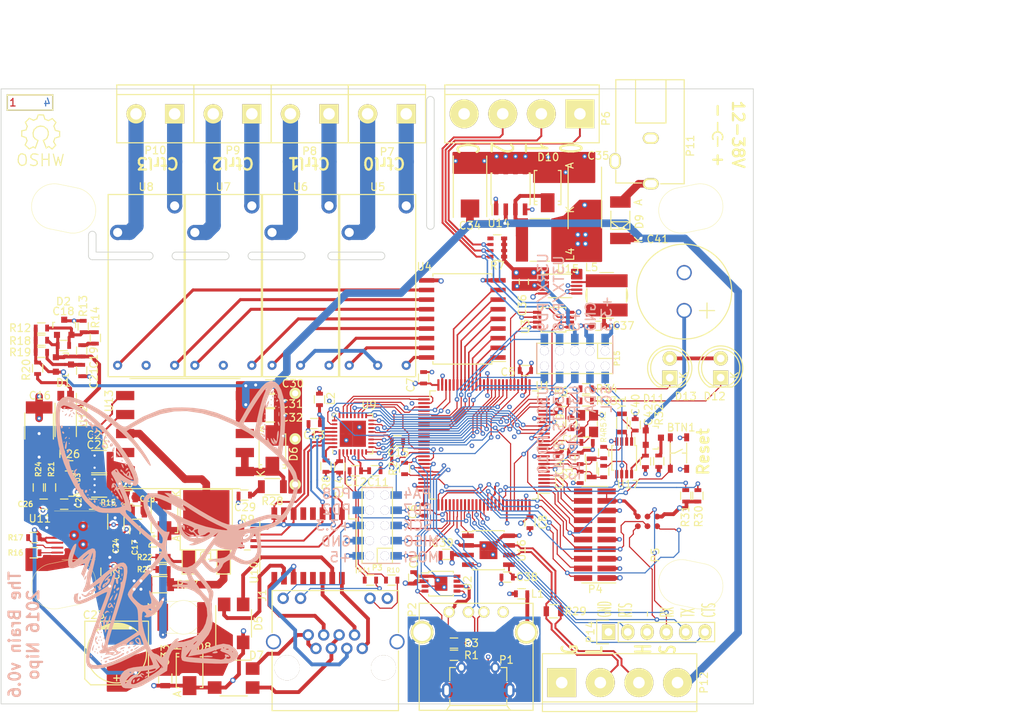
<source format=kicad_pcb>
(kicad_pcb (version 4) (host pcbnew 4.1.0-alpha+201605061002+6775~44~ubuntu14.04.1-product)

  (general
    (links 433)
    (no_connects 0)
    (area 50.449999 59.449999 149.550001 140.550001)
    (thickness 1.6)
    (drawings 55)
    (tracks 2081)
    (zones 0)
    (modules 142)
    (nets 177)
  )

  (page A4)
  (layers
    (0 F.Cu signal)
    (1 In1.Cu power)
    (2 In2.Cu power)
    (31 B.Cu signal)
    (32 B.Adhes user hide)
    (33 F.Adhes user hide)
    (34 B.Paste user hide)
    (35 F.Paste user hide)
    (36 B.SilkS user)
    (37 F.SilkS user)
    (38 B.Mask user)
    (39 F.Mask user hide)
    (40 Dwgs.User user)
    (41 Cmts.User user)
    (42 Eco1.User user)
    (43 Eco2.User user)
    (44 Edge.Cuts user)
    (45 Margin user)
    (46 B.CrtYd user)
    (47 F.CrtYd user)
    (48 B.Fab user hide)
    (49 F.Fab user hide)
  )

  (setup
    (last_trace_width 0.1524)
    (user_trace_width 0.1524)
    (user_trace_width 0.2)
    (user_trace_width 0.25)
    (user_trace_width 0.4)
    (user_trace_width 0.5)
    (user_trace_width 1)
    (user_trace_width 2)
    (trace_clearance 0.1524)
    (zone_clearance 0.2)
    (zone_45_only yes)
    (trace_min 0.1524)
    (segment_width 0.2)
    (edge_width 0.1)
    (via_size 0.6048)
    (via_drill 0.3)
    (via_min_size 0.6048)
    (via_min_drill 0.3)
    (user_via 0.6048 0.3)
    (user_via 0.8 0.4)
    (user_via 1 0.5)
    (user_via 1.5 1)
    (uvia_size 0.3)
    (uvia_drill 0.1)
    (uvias_allowed no)
    (uvia_min_size 0.2)
    (uvia_min_drill 0.1)
    (pcb_text_width 0.3)
    (pcb_text_size 1.5 1.5)
    (mod_edge_width 0.15)
    (mod_text_size 1 1)
    (mod_text_width 0.15)
    (pad_size 4 4)
    (pad_drill 3.2)
    (pad_to_mask_clearance 0)
    (aux_axis_origin 0 0)
    (visible_elements FFFFEF7F)
    (pcbplotparams
      (layerselection 0x00030_ffffffff)
      (usegerberextensions false)
      (excludeedgelayer true)
      (linewidth 0.100000)
      (plotframeref false)
      (viasonmask false)
      (mode 1)
      (useauxorigin false)
      (hpglpennumber 1)
      (hpglpenspeed 20)
      (hpglpendiameter 15)
      (psnegative false)
      (psa4output false)
      (plotreference true)
      (plotvalue true)
      (plotinvisibletext false)
      (padsonsilk false)
      (subtractmaskfromsilk false)
      (outputformat 1)
      (mirror false)
      (drillshape 1)
      (scaleselection 1)
      (outputdirectory ""))
  )

  (net 0 "")
  (net 1 +3V3)
  (net 2 /mcu/TMS)
  (net 3 GND)
  (net 4 /mcu/TCK)
  (net 5 /mcu/TDO)
  (net 6 /mcu/TDI)
  (net 7 /mcu/nRESET)
  (net 8 /mcu/TraceCLK)
  (net 9 /mcu/TraceData0)
  (net 10 /mcu/TraceData1)
  (net 11 /mcu/TraceData2)
  (net 12 /mcu/TraceData3)
  (net 13 "Net-(C9-Pad1)")
  (net 14 "Net-(C10-Pad1)")
  (net 15 "Net-(C18-Pad1)")
  (net 16 +5V)
  (net 17 "Net-(L1-Pad1)")
  (net 18 "Net-(J1-Pad10)")
  (net 19 "Net-(J1-Pad11)")
  (net 20 "Net-(P6-Pad2)")
  (net 21 "Net-(P6-Pad1)")
  (net 22 "Net-(P7-Pad2)")
  (net 23 "Net-(P7-Pad1)")
  (net 24 "Net-(U1-Pad82)")
  (net 25 "Net-(U1-Pad81)")
  (net 26 "/I2C / RTC / Extension/IRQ")
  (net 27 "/I2C / RTC / Extension/OSC_OUT")
  (net 28 "Net-(U1-Pad39)")
  (net 29 "Net-(U1-Pad40)")
  (net 30 "Net-(U1-Pad41)")
  (net 31 "Net-(U1-Pad42)")
  (net 32 "Net-(U1-Pad43)")
  (net 33 "Net-(U1-Pad44)")
  (net 34 "Net-(U1-Pad45)")
  (net 35 "Net-(U1-Pad46)")
  (net 36 /ethernet/POE_VC1-)
  (net 37 /ethernet/POE_VC1+)
  (net 38 /ethernet/POE_VC2-)
  (net 39 /ethernet/POE_VC2+)
  (net 40 "Net-(U1-Pad6)")
  (net 41 "Net-(U1-Pad38)")
  (net 42 "Net-(U1-Pad73)")
  (net 43 "Net-(U1-Pad91)")
  (net 44 "Net-(U1-Pad97)")
  (net 45 "Net-(U1-Pad98)")
  (net 46 "Net-(U9-Pad4)")
  (net 47 /ethernet/CLK_25M)
  (net 48 /mcu/ETH_PHY_nIRQ)
  (net 49 /mcu/ETH_PHY_nRESET)
  (net 50 /ethernet/MDC)
  (net 51 /ethernet/TX_D2)
  (net 52 /ethernet/TX_CLK)
  (net 53 /ethernet/RX_CLK)
  (net 54 /ethernet/MDIO)
  (net 55 /ethernet/RX_DV)
  (net 56 /ethernet/RX_D0)
  (net 57 /ethernet/RX_D1)
  (net 58 /ethernet/RX_D2)
  (net 59 /ethernet/RX_D3)
  (net 60 /ethernet/RX_ER)
  (net 61 /ethernet/TX_EN)
  (net 62 /ethernet/TX_D0)
  (net 63 /ethernet/TX_D1)
  (net 64 /ethernet/TX_D3)
  (net 65 /ethernet/CRS)
  (net 66 /ethernet/COL)
  (net 67 /ethernet/LAN_VDD)
  (net 68 /ethernet/TD-)
  (net 69 /ethernet/TD+)
  (net 70 /ethernet/RD-)
  (net 71 /ethernet/RD+)
  (net 72 /ethernet/ETH_RX-)
  (net 73 /ethernet/ETH_RX+)
  (net 74 /ethernet/ETH_TX-)
  (net 75 /ethernet/ETH_TX+)
  (net 76 "/I2C / RTC / Extension/SCL")
  (net 77 "/I2C / RTC / Extension/SDA")
  (net 78 GNDREF)
  (net 79 /mcu/USB_D+)
  (net 80 /mcu/USB_D-)
  (net 81 /can/CAN-)
  (net 82 /can/CAN+)
  (net 83 "Net-(U2-Pad7)")
  (net 84 "Net-(U2-Pad8)")
  (net 85 "Net-(U1-Pad60)")
  (net 86 "Net-(U1-Pad61)")
  (net 87 "Net-(U1-Pad62)")
  (net 88 "Net-(D6-Pad1)")
  (net 89 "Net-(L5-Pad2)")
  (net 90 /power/VCan)
  (net 91 "Net-(P11-Pad3)")
  (net 92 /mcu/Input_0)
  (net 93 /mcu/Input_1)
  (net 94 /mcu/Input_2)
  (net 95 /mcu/CS0)
  (net 96 /mcu/CS1)
  (net 97 /mcu/SCK)
  (net 98 /mcu/MOSI)
  (net 99 /mcu/MISO)
  (net 100 /poe/VPoe)
  (net 101 /poe/GPoe)
  (net 102 "Net-(C22-Pad1)")
  (net 103 "Net-(C29-Pad1)")
  (net 104 "Net-(D9-Pad2)")
  (net 105 "Net-(R15-Pad1)")
  (net 106 /poe/Feedback)
  (net 107 /poe/VPoe2)
  (net 108 "Net-(Q1-Pad3)")
  (net 109 "Net-(Q1-Pad1)")
  (net 110 /poe/VBias)
  (net 111 /mcu/USB_VBus)
  (net 112 "Net-(R2-Pad1)")
  (net 113 "Net-(C2-Pad1)")
  (net 114 "Net-(C4-Pad1)")
  (net 115 "Net-(C11-Pad1)")
  (net 116 "Net-(C18-Pad2)")
  (net 117 "Net-(C19-Pad2)")
  (net 118 "Net-(C20-Pad1)")
  (net 119 "Net-(C21-Pad1)")
  (net 120 "Net-(C24-Pad1)")
  (net 121 "Net-(C26-Pad2)")
  (net 122 "Net-(C28-Pad2)")
  (net 123 "Net-(C40-Pad1)")
  (net 124 "Net-(C41-Pad1)")
  (net 125 "Net-(D3-Pad1)")
  (net 126 "Net-(D3-Pad2)")
  (net 127 "Net-(D4-Pad2)")
  (net 128 "Net-(D10-Pad1)")
  (net 129 "Net-(D11-Pad3)")
  (net 130 "Net-(P1-Pad1)")
  (net 131 "Net-(P1-Pad4)")
  (net 132 "Net-(P4-Pad11)")
  (net 133 "Net-(P4-Pad13)")
  (net 134 "Net-(P6-Pad3)")
  (net 135 "Net-(P8-Pad1)")
  (net 136 "Net-(P8-Pad2)")
  (net 137 "Net-(P9-Pad1)")
  (net 138 "Net-(P9-Pad2)")
  (net 139 "Net-(P10-Pad1)")
  (net 140 "Net-(P10-Pad2)")
  (net 141 "Net-(R7-Pad5)")
  (net 142 "Net-(R8-Pad1)")
  (net 143 "Net-(R10-Pad1)")
  (net 144 "Net-(R11-Pad1)")
  (net 145 "Net-(R16-Pad1)")
  (net 146 "Net-(R17-Pad2)")
  (net 147 "Net-(R20-Pad2)")
  (net 148 "Net-(R22-Pad2)")
  (net 149 "Net-(R26-Pad1)")
  (net 150 "Net-(U4-Pad11)")
  (net 151 "Net-(U4-Pad12)")
  (net 152 "Net-(U4-Pad13)")
  (net 153 "Net-(U4-Pad14)")
  (net 154 "Net-(U4-Pad15)")
  (net 155 "Net-(U4-Pad16)")
  (net 156 "Net-(U4-Pad17)")
  (net 157 "Net-(U4-Pad18)")
  (net 158 "Net-(U17-Pad2)")
  (net 159 "Net-(U1-Pad63)")
  (net 160 "Net-(P14-Pad3)")
  (net 161 /mcu/U2RX)
  (net 162 /mcu/U2TX)
  (net 163 /mcu/U2RTS)
  (net 164 /mcu/U2CTS)
  (net 165 "Net-(D12-Pad1)")
  (net 166 "Net-(D13-Pad1)")
  (net 167 "Net-(R34-Pad1)")
  (net 168 "Net-(R33-Pad1)")
  (net 169 "Net-(P15-Pad6)")
  (net 170 "Net-(P3-Pad10)")
  (net 171 "Net-(P15-Pad7)")
  (net 172 "Net-(P15-Pad8)")
  (net 173 "Net-(P15-Pad9)")
  (net 174 /mcu/CS2)
  (net 175 "Net-(P15-Pad10)")
  (net 176 "Net-(U1-Pad54)")

  (net_class Default "This is the default net class."
    (clearance 0.1524)
    (trace_width 0.1524)
    (via_dia 0.6048)
    (via_drill 0.3)
    (uvia_dia 0.3)
    (uvia_drill 0.1)
    (add_net "/I2C / RTC / Extension/IRQ")
    (add_net "/I2C / RTC / Extension/OSC_OUT")
    (add_net "/I2C / RTC / Extension/SCL")
    (add_net "/I2C / RTC / Extension/SDA")
    (add_net /can/CAN+)
    (add_net /can/CAN-)
    (add_net /ethernet/CLK_25M)
    (add_net /ethernet/COL)
    (add_net /ethernet/CRS)
    (add_net /ethernet/MDC)
    (add_net /ethernet/MDIO)
    (add_net /ethernet/RX_CLK)
    (add_net /ethernet/RX_D0)
    (add_net /ethernet/RX_D1)
    (add_net /ethernet/RX_D2)
    (add_net /ethernet/RX_D3)
    (add_net /ethernet/RX_DV)
    (add_net /ethernet/RX_ER)
    (add_net /ethernet/TX_CLK)
    (add_net /ethernet/TX_D0)
    (add_net /ethernet/TX_D1)
    (add_net /ethernet/TX_D2)
    (add_net /ethernet/TX_D3)
    (add_net /ethernet/TX_EN)
    (add_net /mcu/CS0)
    (add_net /mcu/CS1)
    (add_net /mcu/CS2)
    (add_net /mcu/ETH_PHY_nIRQ)
    (add_net /mcu/ETH_PHY_nRESET)
    (add_net /mcu/Input_0)
    (add_net /mcu/Input_1)
    (add_net /mcu/Input_2)
    (add_net /mcu/MISO)
    (add_net /mcu/MOSI)
    (add_net /mcu/SCK)
    (add_net /mcu/TCK)
    (add_net /mcu/TDI)
    (add_net /mcu/TDO)
    (add_net /mcu/TMS)
    (add_net /mcu/TraceCLK)
    (add_net /mcu/TraceData0)
    (add_net /mcu/TraceData1)
    (add_net /mcu/TraceData2)
    (add_net /mcu/TraceData3)
    (add_net /mcu/U2CTS)
    (add_net /mcu/U2RTS)
    (add_net /mcu/U2RX)
    (add_net /mcu/U2TX)
    (add_net /mcu/USB_D+)
    (add_net /mcu/USB_D-)
    (add_net /mcu/USB_VBus)
    (add_net /mcu/nRESET)
    (add_net /poe/Feedback)
    (add_net /poe/VBias)
    (add_net /poe/VPoe2)
    (add_net GND)
    (add_net "Net-(C10-Pad1)")
    (add_net "Net-(C11-Pad1)")
    (add_net "Net-(C18-Pad1)")
    (add_net "Net-(C18-Pad2)")
    (add_net "Net-(C19-Pad2)")
    (add_net "Net-(C2-Pad1)")
    (add_net "Net-(C20-Pad1)")
    (add_net "Net-(C21-Pad1)")
    (add_net "Net-(C22-Pad1)")
    (add_net "Net-(C24-Pad1)")
    (add_net "Net-(C26-Pad2)")
    (add_net "Net-(C28-Pad2)")
    (add_net "Net-(C29-Pad1)")
    (add_net "Net-(C4-Pad1)")
    (add_net "Net-(C40-Pad1)")
    (add_net "Net-(C41-Pad1)")
    (add_net "Net-(C9-Pad1)")
    (add_net "Net-(D10-Pad1)")
    (add_net "Net-(D11-Pad3)")
    (add_net "Net-(D12-Pad1)")
    (add_net "Net-(D13-Pad1)")
    (add_net "Net-(D3-Pad1)")
    (add_net "Net-(D3-Pad2)")
    (add_net "Net-(D4-Pad2)")
    (add_net "Net-(D6-Pad1)")
    (add_net "Net-(D9-Pad2)")
    (add_net "Net-(J1-Pad10)")
    (add_net "Net-(J1-Pad11)")
    (add_net "Net-(L1-Pad1)")
    (add_net "Net-(L5-Pad2)")
    (add_net "Net-(P1-Pad1)")
    (add_net "Net-(P1-Pad4)")
    (add_net "Net-(P10-Pad1)")
    (add_net "Net-(P10-Pad2)")
    (add_net "Net-(P11-Pad3)")
    (add_net "Net-(P14-Pad3)")
    (add_net "Net-(P15-Pad10)")
    (add_net "Net-(P15-Pad6)")
    (add_net "Net-(P15-Pad7)")
    (add_net "Net-(P15-Pad8)")
    (add_net "Net-(P15-Pad9)")
    (add_net "Net-(P3-Pad10)")
    (add_net "Net-(P4-Pad11)")
    (add_net "Net-(P4-Pad13)")
    (add_net "Net-(P6-Pad1)")
    (add_net "Net-(P6-Pad2)")
    (add_net "Net-(P6-Pad3)")
    (add_net "Net-(P7-Pad1)")
    (add_net "Net-(P7-Pad2)")
    (add_net "Net-(P8-Pad1)")
    (add_net "Net-(P8-Pad2)")
    (add_net "Net-(P9-Pad1)")
    (add_net "Net-(P9-Pad2)")
    (add_net "Net-(Q1-Pad1)")
    (add_net "Net-(Q1-Pad3)")
    (add_net "Net-(R10-Pad1)")
    (add_net "Net-(R11-Pad1)")
    (add_net "Net-(R15-Pad1)")
    (add_net "Net-(R16-Pad1)")
    (add_net "Net-(R17-Pad2)")
    (add_net "Net-(R2-Pad1)")
    (add_net "Net-(R20-Pad2)")
    (add_net "Net-(R22-Pad2)")
    (add_net "Net-(R26-Pad1)")
    (add_net "Net-(R33-Pad1)")
    (add_net "Net-(R34-Pad1)")
    (add_net "Net-(R7-Pad5)")
    (add_net "Net-(R8-Pad1)")
    (add_net "Net-(U1-Pad38)")
    (add_net "Net-(U1-Pad39)")
    (add_net "Net-(U1-Pad40)")
    (add_net "Net-(U1-Pad41)")
    (add_net "Net-(U1-Pad42)")
    (add_net "Net-(U1-Pad43)")
    (add_net "Net-(U1-Pad44)")
    (add_net "Net-(U1-Pad45)")
    (add_net "Net-(U1-Pad46)")
    (add_net "Net-(U1-Pad54)")
    (add_net "Net-(U1-Pad6)")
    (add_net "Net-(U1-Pad60)")
    (add_net "Net-(U1-Pad61)")
    (add_net "Net-(U1-Pad62)")
    (add_net "Net-(U1-Pad63)")
    (add_net "Net-(U1-Pad73)")
    (add_net "Net-(U1-Pad81)")
    (add_net "Net-(U1-Pad82)")
    (add_net "Net-(U1-Pad91)")
    (add_net "Net-(U1-Pad97)")
    (add_net "Net-(U1-Pad98)")
    (add_net "Net-(U17-Pad2)")
    (add_net "Net-(U2-Pad7)")
    (add_net "Net-(U2-Pad8)")
    (add_net "Net-(U4-Pad11)")
    (add_net "Net-(U4-Pad12)")
    (add_net "Net-(U4-Pad13)")
    (add_net "Net-(U4-Pad14)")
    (add_net "Net-(U4-Pad15)")
    (add_net "Net-(U4-Pad16)")
    (add_net "Net-(U4-Pad17)")
    (add_net "Net-(U4-Pad18)")
    (add_net "Net-(U9-Pad4)")
  )

  (net_class More ""
    (clearance 0.2)
    (trace_width 0.25)
    (via_dia 0.6048)
    (via_drill 0.3)
    (uvia_dia 0.3)
    (uvia_drill 0.1)
    (add_net /ethernet/RD+)
    (add_net /ethernet/RD-)
    (add_net /ethernet/TD+)
    (add_net /ethernet/TD-)
  )

  (net_class Power ""
    (clearance 0.1524)
    (trace_width 0.5)
    (via_dia 0.7)
    (via_drill 0.4)
    (uvia_dia 0.3)
    (uvia_drill 0.1)
    (add_net +3V3)
    (add_net +5V)
    (add_net /ethernet/ETH_RX+)
    (add_net /ethernet/ETH_RX-)
    (add_net /ethernet/ETH_TX+)
    (add_net /ethernet/ETH_TX-)
    (add_net /ethernet/LAN_VDD)
    (add_net /ethernet/POE_VC1+)
    (add_net /ethernet/POE_VC1-)
    (add_net /ethernet/POE_VC2+)
    (add_net /ethernet/POE_VC2-)
    (add_net /poe/GPoe)
    (add_net /poe/VPoe)
    (add_net /power/VCan)
    (add_net GNDREF)
  )

  (net_class Power2 ""
    (clearance 1)
    (trace_width 0.5)
    (via_dia 1)
    (via_drill 0.5)
    (uvia_dia 0.3)
    (uvia_drill 0.1)
  )

  (module Resistors_SMD:R_0603 (layer F.Cu) (tedit 5415CC62) (tstamp 57CCB83B)
    (at 142.2 113.1 90)
    (descr "Resistor SMD 0603, reflow soldering, Vishay (see dcrcw.pdf)")
    (tags "resistor 0603")
    (path /57A213DD/57CE1FC1)
    (attr smd)
    (fp_text reference R30 (at -2.7 0.1 90) (layer F.SilkS)
      (effects (font (size 1 1) (thickness 0.15)))
    )
    (fp_text value 4k7 (at 0 -0.1 90) (layer F.Fab)
      (effects (font (size 1 1) (thickness 0.15)))
    )
    (fp_line (start -1.3 -0.8) (end 1.3 -0.8) (layer F.CrtYd) (width 0.05))
    (fp_line (start -1.3 0.8) (end 1.3 0.8) (layer F.CrtYd) (width 0.05))
    (fp_line (start -1.3 -0.8) (end -1.3 0.8) (layer F.CrtYd) (width 0.05))
    (fp_line (start 1.3 -0.8) (end 1.3 0.8) (layer F.CrtYd) (width 0.05))
    (fp_line (start 0.5 0.675) (end -0.5 0.675) (layer F.SilkS) (width 0.15))
    (fp_line (start -0.5 -0.675) (end 0.5 -0.675) (layer F.SilkS) (width 0.15))
    (pad 1 smd rect (at -0.75 0 90) (size 0.5 0.9) (layers F.Cu F.Paste F.Mask)
      (net 1 +3V3))
    (pad 2 smd rect (at 0.75 0 90) (size 0.5 0.9) (layers F.Cu F.Paste F.Mask)
      (net 76 "/I2C / RTC / Extension/SCL"))
    (model Resistors_SMD.3dshapes/R_0603.wrl
      (at (xyz 0 0 0))
      (scale (xyz 1 1 1))
      (rotate (xyz 0 0 0))
    )
  )

  (module Connect:bornier4 (layer F.Cu) (tedit 0) (tstamp 57C37980)
    (at 131.9 137.7)
    (descr "Bornier d'alimentation 4 pins")
    (tags DEV)
    (path /57A213DC/57A21746)
    (fp_text reference P12 (at 11.1 0 270) (layer F.SilkS)
      (effects (font (size 1 1) (thickness 0.15)))
    )
    (fp_text value CAN (at -0.1 0.4) (layer F.Fab)
      (effects (font (size 1 1) (thickness 0.15)))
    )
    (fp_line (start -10.16 -3.81) (end -10.16 3.81) (layer F.SilkS) (width 0.15))
    (fp_line (start 10.16 3.81) (end 10.16 -3.81) (layer F.SilkS) (width 0.15))
    (fp_line (start 10.16 2.54) (end -10.16 2.54) (layer F.SilkS) (width 0.15))
    (fp_line (start -10.16 -3.81) (end 10.16 -3.81) (layer F.SilkS) (width 0.15))
    (fp_line (start -10.16 3.81) (end 10.16 3.81) (layer F.SilkS) (width 0.15))
    (pad 2 thru_hole circle (at -2.54 0) (size 3.81 3.81) (drill 1.524) (layers *.Cu *.Mask F.SilkS)
      (net 81 /can/CAN-))
    (pad 3 thru_hole circle (at 2.54 0) (size 3.81 3.81) (drill 1.524) (layers *.Cu *.Mask F.SilkS)
      (net 82 /can/CAN+))
    (pad 1 thru_hole rect (at -7.62 0) (size 3.81 3.81) (drill 1.524) (layers *.Cu *.Mask F.SilkS)
      (net 3 GND))
    (pad 4 thru_hole circle (at 7.62 0) (size 3.81 3.81) (drill 1.524) (layers *.Cu *.Mask F.SilkS)
      (net 90 /power/VCan))
    (model Connect.3dshapes/bornier4.wrl
      (at (xyz 0 0 0))
      (scale (xyz 1 1 1))
      (rotate (xyz 0 0 0))
    )
  )

  (module Connect:USB_A (layer F.Cu) (tedit 5543E289) (tstamp 57C37A26)
    (at 109.45914 128.40212)
    (descr "USB A connector")
    (tags "USB USB_A")
    (path /57A213D7/57BD5361)
    (fp_text reference P2 (at -4.85914 -0.30212 270) (layer F.SilkS)
      (effects (font (size 1 1) (thickness 0.15)))
    )
    (fp_text value USBA (at 3.74086 2.49788) (layer F.Fab)
      (effects (font (size 1 1) (thickness 0.15)))
    )
    (fp_line (start -5.3 13.2) (end -5.3 -1.4) (layer F.CrtYd) (width 0.05))
    (fp_line (start 11.95 -1.4) (end 11.95 13.2) (layer F.CrtYd) (width 0.05))
    (fp_line (start -5.3 13.2) (end 11.95 13.2) (layer F.CrtYd) (width 0.05))
    (fp_line (start -5.3 -1.4) (end 11.95 -1.4) (layer F.CrtYd) (width 0.05))
    (fp_line (start 11.04986 -1.14512) (end 11.04986 12.95188) (layer F.SilkS) (width 0.15))
    (fp_line (start -3.93614 12.95188) (end -3.93614 -1.14512) (layer F.SilkS) (width 0.15))
    (fp_line (start 11.04986 -1.14512) (end -3.93614 -1.14512) (layer F.SilkS) (width 0.15))
    (fp_line (start 11.04986 12.95188) (end -3.93614 12.95188) (layer F.SilkS) (width 0.15))
    (pad 4 thru_hole circle (at 7.11286 -0.00212 270) (size 1.50114 1.50114) (drill 1.00076) (layers *.Cu *.Mask F.SilkS)
      (net 3 GND))
    (pad 3 thru_hole circle (at 4.57286 -0.00212 270) (size 1.50114 1.50114) (drill 1.00076) (layers *.Cu *.Mask F.SilkS)
      (net 79 /mcu/USB_D+))
    (pad 2 thru_hole circle (at 2.54086 -0.00212 270) (size 1.50114 1.50114) (drill 1.00076) (layers *.Cu *.Mask F.SilkS)
      (net 80 /mcu/USB_D-))
    (pad 1 thru_hole circle (at 0.00086 -0.00212 270) (size 1.50114 1.50114) (drill 1.00076) (layers *.Cu *.Mask F.SilkS)
      (net 111 /mcu/USB_VBus))
    (pad 5 thru_hole circle (at 10.16086 2.66488 270) (size 2.99974 2.99974) (drill 2.30124) (layers *.Cu *.Mask F.SilkS)
      (net 17 "Net-(L1-Pad1)"))
    (pad 5 thru_hole circle (at -3.55514 2.66488 270) (size 2.99974 2.99974) (drill 2.30124) (layers *.Cu *.Mask F.SilkS)
      (net 17 "Net-(L1-Pad1)"))
    (model Connect.3dshapes/USB_A.wrl
      (at (xyz 0.14 0 0))
      (scale (xyz 1 1 1))
      (rotate (xyz 0 0 90))
    )
  )

  (module Housings_QFP:LQFP-100_14x14mm_Pitch0.5mm (layer F.Cu) (tedit 54130A77) (tstamp 57C377BF)
    (at 114.05 106.4 180)
    (descr "LQFP100: plastic low profile quad flat package; 100 leads; body 14 x 14 x 1.4 mm (see NXP sot407-1_po.pdf and sot407-1_fr.pdf)")
    (tags "QFP 0.5")
    (path /57A213D7/57BCD0F0)
    (attr smd)
    (fp_text reference U1 (at -7.75 7.8 180) (layer F.SilkS)
      (effects (font (size 1 1) (thickness 0.15)))
    )
    (fp_text value STM32F107VCT (at 0.25 1.3 180) (layer F.Fab)
      (effects (font (size 1 1) (thickness 0.15)))
    )
    (fp_line (start -8.9 -8.9) (end -8.9 8.9) (layer F.CrtYd) (width 0.05))
    (fp_line (start 8.9 -8.9) (end 8.9 8.9) (layer F.CrtYd) (width 0.05))
    (fp_line (start -8.9 -8.9) (end 8.9 -8.9) (layer F.CrtYd) (width 0.05))
    (fp_line (start -8.9 8.9) (end 8.9 8.9) (layer F.CrtYd) (width 0.05))
    (fp_line (start -7.125 -7.125) (end -7.125 -6.365) (layer F.SilkS) (width 0.15))
    (fp_line (start 7.125 -7.125) (end 7.125 -6.365) (layer F.SilkS) (width 0.15))
    (fp_line (start 7.125 7.125) (end 7.125 6.365) (layer F.SilkS) (width 0.15))
    (fp_line (start -7.125 7.125) (end -7.125 6.365) (layer F.SilkS) (width 0.15))
    (fp_line (start -7.125 -7.125) (end -6.365 -7.125) (layer F.SilkS) (width 0.15))
    (fp_line (start -7.125 7.125) (end -6.365 7.125) (layer F.SilkS) (width 0.15))
    (fp_line (start 7.125 7.125) (end 6.365 7.125) (layer F.SilkS) (width 0.15))
    (fp_line (start 7.125 -7.125) (end 6.365 -7.125) (layer F.SilkS) (width 0.15))
    (fp_line (start -7.125 -6.365) (end -8.65 -6.365) (layer F.SilkS) (width 0.15))
    (pad 1 smd rect (at -7.9 -6 180) (size 1.5 0.28) (layers F.Cu F.Paste F.Mask)
      (net 8 /mcu/TraceCLK))
    (pad 2 smd rect (at -7.9 -5.5 180) (size 1.5 0.28) (layers F.Cu F.Paste F.Mask)
      (net 9 /mcu/TraceData0))
    (pad 3 smd rect (at -7.9 -5 180) (size 1.5 0.28) (layers F.Cu F.Paste F.Mask)
      (net 10 /mcu/TraceData1))
    (pad 4 smd rect (at -7.9 -4.5 180) (size 1.5 0.28) (layers F.Cu F.Paste F.Mask)
      (net 11 /mcu/TraceData2))
    (pad 5 smd rect (at -7.9 -4 180) (size 1.5 0.28) (layers F.Cu F.Paste F.Mask)
      (net 12 /mcu/TraceData3))
    (pad 6 smd rect (at -7.9 -3.5 180) (size 1.5 0.28) (layers F.Cu F.Paste F.Mask)
      (net 40 "Net-(U1-Pad6)"))
    (pad 7 smd rect (at -7.9 -3 180) (size 1.5 0.28) (layers F.Cu F.Paste F.Mask)
      (net 167 "Net-(R34-Pad1)"))
    (pad 8 smd rect (at -7.9 -2.5 180) (size 1.5 0.28) (layers F.Cu F.Paste F.Mask)
      (net 113 "Net-(C2-Pad1)"))
    (pad 9 smd rect (at -7.9 -2 180) (size 1.5 0.28) (layers F.Cu F.Paste F.Mask)
      (net 114 "Net-(C4-Pad1)"))
    (pad 10 smd rect (at -7.9 -1.5 180) (size 1.5 0.28) (layers F.Cu F.Paste F.Mask)
      (net 3 GND))
    (pad 11 smd rect (at -7.9 -1 180) (size 1.5 0.28) (layers F.Cu F.Paste F.Mask)
      (net 1 +3V3))
    (pad 12 smd rect (at -7.9 -0.5 180) (size 1.5 0.28) (layers F.Cu F.Paste F.Mask)
      (net 14 "Net-(C10-Pad1)"))
    (pad 13 smd rect (at -7.9 0 180) (size 1.5 0.28) (layers F.Cu F.Paste F.Mask)
      (net 13 "Net-(C9-Pad1)"))
    (pad 14 smd rect (at -7.9 0.5 180) (size 1.5 0.28) (layers F.Cu F.Paste F.Mask)
      (net 7 /mcu/nRESET))
    (pad 15 smd rect (at -7.9 1 180) (size 1.5 0.28) (layers F.Cu F.Paste F.Mask)
      (net 94 /mcu/Input_2))
    (pad 16 smd rect (at -7.9 1.5 180) (size 1.5 0.28) (layers F.Cu F.Paste F.Mask)
      (net 50 /ethernet/MDC))
    (pad 17 smd rect (at -7.9 2 180) (size 1.5 0.28) (layers F.Cu F.Paste F.Mask)
      (net 51 /ethernet/TX_D2))
    (pad 18 smd rect (at -7.9 2.5 180) (size 1.5 0.28) (layers F.Cu F.Paste F.Mask)
      (net 52 /ethernet/TX_CLK))
    (pad 19 smd rect (at -7.9 3 180) (size 1.5 0.28) (layers F.Cu F.Paste F.Mask)
      (net 3 GND))
    (pad 20 smd rect (at -7.9 3.5 180) (size 1.5 0.28) (layers F.Cu F.Paste F.Mask)
      (net 3 GND))
    (pad 21 smd rect (at -7.9 4 180) (size 1.5 0.28) (layers F.Cu F.Paste F.Mask)
      (net 1 +3V3))
    (pad 22 smd rect (at -7.9 4.5 180) (size 1.5 0.28) (layers F.Cu F.Paste F.Mask)
      (net 1 +3V3))
    (pad 23 smd rect (at -7.9 5 180) (size 1.5 0.28) (layers F.Cu F.Paste F.Mask)
      (net 65 /ethernet/CRS))
    (pad 24 smd rect (at -7.9 5.5 180) (size 1.5 0.28) (layers F.Cu F.Paste F.Mask)
      (net 53 /ethernet/RX_CLK))
    (pad 25 smd rect (at -7.9 6 180) (size 1.5 0.28) (layers F.Cu F.Paste F.Mask)
      (net 54 /ethernet/MDIO))
    (pad 26 smd rect (at -6 7.9 270) (size 1.5 0.28) (layers F.Cu F.Paste F.Mask)
      (net 66 /ethernet/COL))
    (pad 27 smd rect (at -5.5 7.9 270) (size 1.5 0.28) (layers F.Cu F.Paste F.Mask)
      (net 3 GND))
    (pad 28 smd rect (at -5 7.9 270) (size 1.5 0.28) (layers F.Cu F.Paste F.Mask)
      (net 1 +3V3))
    (pad 29 smd rect (at -4.5 7.9 270) (size 1.5 0.28) (layers F.Cu F.Paste F.Mask)
      (net 95 /mcu/CS0))
    (pad 30 smd rect (at -4 7.9 270) (size 1.5 0.28) (layers F.Cu F.Paste F.Mask)
      (net 92 /mcu/Input_0))
    (pad 31 smd rect (at -3.5 7.9 270) (size 1.5 0.28) (layers F.Cu F.Paste F.Mask)
      (net 93 /mcu/Input_1))
    (pad 32 smd rect (at -3 7.9 270) (size 1.5 0.28) (layers F.Cu F.Paste F.Mask)
      (net 55 /ethernet/RX_DV))
    (pad 33 smd rect (at -2.5 7.9 270) (size 1.5 0.28) (layers F.Cu F.Paste F.Mask)
      (net 56 /ethernet/RX_D0))
    (pad 34 smd rect (at -2 7.9 270) (size 1.5 0.28) (layers F.Cu F.Paste F.Mask)
      (net 57 /ethernet/RX_D1))
    (pad 35 smd rect (at -1.5 7.9 270) (size 1.5 0.28) (layers F.Cu F.Paste F.Mask)
      (net 58 /ethernet/RX_D2))
    (pad 36 smd rect (at -1 7.9 270) (size 1.5 0.28) (layers F.Cu F.Paste F.Mask)
      (net 59 /ethernet/RX_D3))
    (pad 37 smd rect (at -0.5 7.9 270) (size 1.5 0.28) (layers F.Cu F.Paste F.Mask)
      (net 3 GND))
    (pad 38 smd rect (at 0 7.9 270) (size 1.5 0.28) (layers F.Cu F.Paste F.Mask)
      (net 41 "Net-(U1-Pad38)"))
    (pad 39 smd rect (at 0.5 7.9 270) (size 1.5 0.28) (layers F.Cu F.Paste F.Mask)
      (net 28 "Net-(U1-Pad39)"))
    (pad 40 smd rect (at 1 7.9 270) (size 1.5 0.28) (layers F.Cu F.Paste F.Mask)
      (net 29 "Net-(U1-Pad40)"))
    (pad 41 smd rect (at 1.5 7.9 270) (size 1.5 0.28) (layers F.Cu F.Paste F.Mask)
      (net 30 "Net-(U1-Pad41)"))
    (pad 42 smd rect (at 2 7.9 270) (size 1.5 0.28) (layers F.Cu F.Paste F.Mask)
      (net 31 "Net-(U1-Pad42)"))
    (pad 43 smd rect (at 2.5 7.9 270) (size 1.5 0.28) (layers F.Cu F.Paste F.Mask)
      (net 32 "Net-(U1-Pad43)"))
    (pad 44 smd rect (at 3 7.9 270) (size 1.5 0.28) (layers F.Cu F.Paste F.Mask)
      (net 33 "Net-(U1-Pad44)"))
    (pad 45 smd rect (at 3.5 7.9 270) (size 1.5 0.28) (layers F.Cu F.Paste F.Mask)
      (net 34 "Net-(U1-Pad45)"))
    (pad 46 smd rect (at 4 7.9 270) (size 1.5 0.28) (layers F.Cu F.Paste F.Mask)
      (net 35 "Net-(U1-Pad46)"))
    (pad 47 smd rect (at 4.5 7.9 270) (size 1.5 0.28) (layers F.Cu F.Paste F.Mask)
      (net 60 /ethernet/RX_ER))
    (pad 48 smd rect (at 5 7.9 270) (size 1.5 0.28) (layers F.Cu F.Paste F.Mask)
      (net 61 /ethernet/TX_EN))
    (pad 49 smd rect (at 5.5 7.9 270) (size 1.5 0.28) (layers F.Cu F.Paste F.Mask)
      (net 3 GND))
    (pad 50 smd rect (at 6 7.9 270) (size 1.5 0.28) (layers F.Cu F.Paste F.Mask)
      (net 1 +3V3))
    (pad 51 smd rect (at 7.9 6 180) (size 1.5 0.28) (layers F.Cu F.Paste F.Mask)
      (net 62 /ethernet/TX_D0))
    (pad 52 smd rect (at 7.9 5.5 180) (size 1.5 0.28) (layers F.Cu F.Paste F.Mask)
      (net 63 /ethernet/TX_D1))
    (pad 53 smd rect (at 7.9 5 180) (size 1.5 0.28) (layers F.Cu F.Paste F.Mask)
      (net 49 /mcu/ETH_PHY_nRESET))
    (pad 54 smd rect (at 7.9 4.5 180) (size 1.5 0.28) (layers F.Cu F.Paste F.Mask)
      (net 176 "Net-(U1-Pad54)"))
    (pad 55 smd rect (at 7.9 4 180) (size 1.5 0.28) (layers F.Cu F.Paste F.Mask)
      (net 171 "Net-(P15-Pad7)"))
    (pad 56 smd rect (at 7.9 3.5 180) (size 1.5 0.28) (layers F.Cu F.Paste F.Mask)
      (net 173 "Net-(P15-Pad9)"))
    (pad 57 smd rect (at 7.9 3 180) (size 1.5 0.28) (layers F.Cu F.Paste F.Mask)
      (net 175 "Net-(P15-Pad10)"))
    (pad 58 smd rect (at 7.9 2.5 180) (size 1.5 0.28) (layers F.Cu F.Paste F.Mask)
      (net 172 "Net-(P15-Pad8)"))
    (pad 59 smd rect (at 7.9 2 180) (size 1.5 0.28) (layers F.Cu F.Paste F.Mask)
      (net 169 "Net-(P15-Pad6)"))
    (pad 60 smd rect (at 7.9 1.5 180) (size 1.5 0.28) (layers F.Cu F.Paste F.Mask)
      (net 85 "Net-(U1-Pad60)"))
    (pad 61 smd rect (at 7.9 1 180) (size 1.5 0.28) (layers F.Cu F.Paste F.Mask)
      (net 86 "Net-(U1-Pad61)"))
    (pad 62 smd rect (at 7.9 0.5 180) (size 1.5 0.28) (layers F.Cu F.Paste F.Mask)
      (net 87 "Net-(U1-Pad62)"))
    (pad 63 smd rect (at 7.9 0 180) (size 1.5 0.28) (layers F.Cu F.Paste F.Mask)
      (net 159 "Net-(U1-Pad63)"))
    (pad 64 smd rect (at 7.9 -0.5 180) (size 1.5 0.28) (layers F.Cu F.Paste F.Mask)
      (net 48 /mcu/ETH_PHY_nIRQ))
    (pad 65 smd rect (at 7.9 -1 180) (size 1.5 0.28) (layers F.Cu F.Paste F.Mask)
      (net 170 "Net-(P3-Pad10)"))
    (pad 66 smd rect (at 7.9 -1.5 180) (size 1.5 0.28) (layers F.Cu F.Paste F.Mask)
      (net 112 "Net-(R2-Pad1)"))
    (pad 67 smd rect (at 7.9 -2 180) (size 1.5 0.28) (layers F.Cu F.Paste F.Mask)
      (net 47 /ethernet/CLK_25M))
    (pad 68 smd rect (at 7.9 -2.5 180) (size 1.5 0.28) (layers F.Cu F.Paste F.Mask)
      (net 111 /mcu/USB_VBus))
    (pad 69 smd rect (at 7.9 -3 180) (size 1.5 0.28) (layers F.Cu F.Paste F.Mask)
      (net 131 "Net-(P1-Pad4)"))
    (pad 70 smd rect (at 7.9 -3.5 180) (size 1.5 0.28) (layers F.Cu F.Paste F.Mask)
      (net 80 /mcu/USB_D-))
    (pad 71 smd rect (at 7.9 -4 180) (size 1.5 0.28) (layers F.Cu F.Paste F.Mask)
      (net 79 /mcu/USB_D+))
    (pad 72 smd rect (at 7.9 -4.5 180) (size 1.5 0.28) (layers F.Cu F.Paste F.Mask)
      (net 2 /mcu/TMS))
    (pad 73 smd rect (at 7.9 -5 180) (size 1.5 0.28) (layers F.Cu F.Paste F.Mask)
      (net 42 "Net-(U1-Pad73)"))
    (pad 74 smd rect (at 7.9 -5.5 180) (size 1.5 0.28) (layers F.Cu F.Paste F.Mask)
      (net 3 GND))
    (pad 75 smd rect (at 7.9 -6 180) (size 1.5 0.28) (layers F.Cu F.Paste F.Mask)
      (net 1 +3V3))
    (pad 76 smd rect (at 6 -7.9 270) (size 1.5 0.28) (layers F.Cu F.Paste F.Mask)
      (net 4 /mcu/TCK))
    (pad 77 smd rect (at 5.5 -7.9 270) (size 1.5 0.28) (layers F.Cu F.Paste F.Mask)
      (net 6 /mcu/TDI))
    (pad 78 smd rect (at 5 -7.9 270) (size 1.5 0.28) (layers F.Cu F.Paste F.Mask)
      (net 97 /mcu/SCK))
    (pad 79 smd rect (at 4.5 -7.9 270) (size 1.5 0.28) (layers F.Cu F.Paste F.Mask)
      (net 99 /mcu/MISO))
    (pad 80 smd rect (at 4 -7.9 270) (size 1.5 0.28) (layers F.Cu F.Paste F.Mask)
      (net 98 /mcu/MOSI))
    (pad 81 smd rect (at 3.5 -7.9 270) (size 1.5 0.28) (layers F.Cu F.Paste F.Mask)
      (net 25 "Net-(U1-Pad81)"))
    (pad 82 smd rect (at 3 -7.9 270) (size 1.5 0.28) (layers F.Cu F.Paste F.Mask)
      (net 24 "Net-(U1-Pad82)"))
    (pad 83 smd rect (at 2.5 -7.9 270) (size 1.5 0.28) (layers F.Cu F.Paste F.Mask)
      (net 96 /mcu/CS1))
    (pad 84 smd rect (at 2 -7.9 270) (size 1.5 0.28) (layers F.Cu F.Paste F.Mask)
      (net 164 /mcu/U2CTS))
    (pad 85 smd rect (at 1.5 -7.9 270) (size 1.5 0.28) (layers F.Cu F.Paste F.Mask)
      (net 163 /mcu/U2RTS))
    (pad 86 smd rect (at 1 -7.9 270) (size 1.5 0.28) (layers F.Cu F.Paste F.Mask)
      (net 162 /mcu/U2TX))
    (pad 87 smd rect (at 0.5 -7.9 270) (size 1.5 0.28) (layers F.Cu F.Paste F.Mask)
      (net 161 /mcu/U2RX))
    (pad 88 smd rect (at 0 -7.9 270) (size 1.5 0.28) (layers F.Cu F.Paste F.Mask)
      (net 174 /mcu/CS2))
    (pad 89 smd rect (at -0.5 -7.9 270) (size 1.5 0.28) (layers F.Cu F.Paste F.Mask)
      (net 5 /mcu/TDO))
    (pad 90 smd rect (at -1 -7.9 270) (size 1.5 0.28) (layers F.Cu F.Paste F.Mask)
      (net 3 GND))
    (pad 91 smd rect (at -1.5 -7.9 270) (size 1.5 0.28) (layers F.Cu F.Paste F.Mask)
      (net 43 "Net-(U1-Pad91)"))
    (pad 92 smd rect (at -2 -7.9 270) (size 1.5 0.28) (layers F.Cu F.Paste F.Mask)
      (net 76 "/I2C / RTC / Extension/SCL"))
    (pad 93 smd rect (at -2.5 -7.9 270) (size 1.5 0.28) (layers F.Cu F.Paste F.Mask)
      (net 77 "/I2C / RTC / Extension/SDA"))
    (pad 94 smd rect (at -3 -7.9 270) (size 1.5 0.28) (layers F.Cu F.Paste F.Mask)
      (net 3 GND))
    (pad 95 smd rect (at -3.5 -7.9 270) (size 1.5 0.28) (layers F.Cu F.Paste F.Mask)
      (net 64 /ethernet/TX_D3))
    (pad 96 smd rect (at -4 -7.9 270) (size 1.5 0.28) (layers F.Cu F.Paste F.Mask)
      (net 168 "Net-(R33-Pad1)"))
    (pad 97 smd rect (at -4.5 -7.9 270) (size 1.5 0.28) (layers F.Cu F.Paste F.Mask)
      (net 44 "Net-(U1-Pad97)"))
    (pad 98 smd rect (at -5 -7.9 270) (size 1.5 0.28) (layers F.Cu F.Paste F.Mask)
      (net 45 "Net-(U1-Pad98)"))
    (pad 99 smd rect (at -5.5 -7.9 270) (size 1.5 0.28) (layers F.Cu F.Paste F.Mask)
      (net 3 GND))
    (pad 100 smd rect (at -6 -7.9 270) (size 1.5 0.28) (layers F.Cu F.Paste F.Mask)
      (net 1 +3V3))
    (model Housings_QFP.3dshapes/LQFP-100_14x14mm_Pitch0.5mm.wrl
      (at (xyz 0 0 0))
      (scale (xyz 1 1 1))
      (rotate (xyz 0 0 0))
    )
  )

  (module Abracon:ABM8G (layer F.Cu) (tedit 582ABC35) (tstamp 57C37BAB)
    (at 127.62122 103.589165 90)
    (path /57A213D7/57BCDC66)
    (fp_text reference X2 (at 0.989165 2.07878 270) (layer F.SilkS)
      (effects (font (size 0.7 0.7) (thickness 0.1)))
    )
    (fp_text value 25MHz (at 1.089165 -0.02122 90) (layer F.Fab)
      (effects (font (size 1 1) (thickness 0.15)))
    )
    (fp_line (start -1.7 0.15) (end -1.7 -0.15) (layer F.SilkS) (width 0.15))
    (fp_line (start 0.3 1.35) (end -0.3 1.35) (layer F.SilkS) (width 0.15))
    (fp_line (start 1.7 -0.15) (end 1.7 0.15) (layer F.SilkS) (width 0.15))
    (fp_line (start -0.3 -1.35) (end 0.3 -1.35) (layer F.SilkS) (width 0.15))
    (fp_line (start -1.6 1.25) (end -1.6 -1.25) (layer F.CrtYd) (width 0.05))
    (fp_line (start 1.6 1.25) (end -1.6 1.25) (layer F.CrtYd) (width 0.05))
    (fp_line (start 1.6 -1.25) (end 1.6 1.25) (layer F.CrtYd) (width 0.05))
    (fp_line (start -1.6 -1.25) (end 1.6 -1.25) (layer F.CrtYd) (width 0.05))
    (pad 3 smd rect (at -1.1 -0.85 90) (size 1.4 1.2) (layers F.Cu F.Paste F.Mask)
      (net 3 GND))
    (pad 2 smd rect (at 1.1 -0.85 90) (size 1.4 1.2) (layers F.Cu F.Paste F.Mask)
      (net 13 "Net-(C9-Pad1)"))
    (pad 3 smd rect (at 1.1 0.85 90) (size 1.4 1.2) (layers F.Cu F.Paste F.Mask)
      (net 3 GND))
    (pad 1 smd rect (at -1.1 0.85 90) (size 1.4 1.2) (layers F.Cu F.Paste F.Mask)
      (net 14 "Net-(C10-Pad1)"))
    (model /Users/nipo/projects/hardware/kicad-library/Abracon.3dshapes/ABM8G.wrl
      (at (xyz 0 0 0))
      (scale (xyz 0.3937 0.3937 0.3937))
      (rotate (xyz -90 0 0))
    )
  )

  (module Abracon:ABS07 (layer F.Cu) (tedit 57C35276) (tstamp 57C37B85)
    (at 128.216 109.419 270)
    (descr http://www.abracon.com/Resonators/ABS07.pdf)
    (tags "ABS07 Crystal")
    (path /57A213D7/57BD5AA4)
    (fp_text reference X1 (at 0.681 3.016 270) (layer F.SilkS)
      (effects (font (size 1 1) (thickness 0.15)))
    )
    (fp_text value 32768Hz (at 0.881 0.016 270) (layer F.Fab)
      (effects (font (size 1 1) (thickness 0.15)))
    )
    (fp_line (start 0.75 0.7) (end -0.75 0.7) (layer F.SilkS) (width 0.15))
    (fp_line (start -0.75 -0.7) (end 0.75 -0.7) (layer F.SilkS) (width 0.15))
    (fp_line (start 1.6 -0.75) (end 1.6 0.75) (layer F.CrtYd) (width 0.05))
    (fp_line (start -1.6 -0.75) (end 1.6 -0.75) (layer F.CrtYd) (width 0.05))
    (fp_line (start 1.6 0.75) (end -1.6 0.75) (layer F.CrtYd) (width 0.05))
    (fp_line (start -1.6 0.75) (end -1.6 -0.75) (layer F.CrtYd) (width 0.05))
    (pad 1 smd rect (at -1.2 0 270) (size 0.6 1.3) (layers F.Cu F.Paste F.Mask)
      (net 114 "Net-(C4-Pad1)") (clearance 0.3))
    (pad 2 smd rect (at 1.2 0 270) (size 0.6 1.3) (layers F.Cu F.Paste F.Mask)
      (net 113 "Net-(C2-Pad1)") (clearance 0.3))
    (model /Users/nipo/projects/hardware/kicad-library/Abracon.3dshapes/ABS07.wrl
      (at (xyz 0 0 0))
      (scale (xyz 0.3937 0.3937 0.3937))
      (rotate (xyz -90 0 0))
    )
  )

  (module Abracon:ABS07 (layer F.Cu) (tedit 56F3EAF3) (tstamp 57C37B63)
    (at 132.2 103.5 270)
    (descr http://www.abracon.com/Resonators/ABS07.pdf)
    (tags "ABS07 Crystal")
    (path /57A213DD/57B577CF)
    (fp_text reference Y1 (at -2.7 0 270) (layer F.SilkS)
      (effects (font (size 1 1) (thickness 0.15)))
    )
    (fp_text value 32768Hz (at -2.1 -0.1 270) (layer F.Fab)
      (effects (font (size 1 1) (thickness 0.15)))
    )
    (fp_line (start 0.75 0.7) (end -0.75 0.7) (layer F.SilkS) (width 0.15))
    (fp_line (start -0.75 -0.7) (end 0.75 -0.7) (layer F.SilkS) (width 0.15))
    (fp_line (start 1.6 -0.75) (end 1.6 0.75) (layer F.CrtYd) (width 0.05))
    (fp_line (start -1.6 -0.75) (end 1.6 -0.75) (layer F.CrtYd) (width 0.05))
    (fp_line (start 1.6 0.75) (end -1.6 0.75) (layer F.CrtYd) (width 0.05))
    (fp_line (start -1.6 0.75) (end -1.6 -0.75) (layer F.CrtYd) (width 0.05))
    (pad 1 smd rect (at -1.2 0 270) (size 0.6 1.3) (layers F.Cu F.Paste F.Mask)
      (net 123 "Net-(C40-Pad1)") (clearance 0.3))
    (pad 2 smd rect (at 1.2 0 270) (size 0.6 1.3) (layers F.Cu F.Paste F.Mask)
      (net 158 "Net-(U17-Pad2)") (clearance 0.3))
    (model /Users/nipo/projects/hardware/kicad-library/Abracon.3dshapes/ABS07.wrl
      (at (xyz 0 0 0))
      (scale (xyz 0.3937 0.3937 0.3937))
      (rotate (xyz -90 0 0))
    )
  )

  (module Connect:RJHSE538X (layer F.Cu) (tedit 55225793) (tstamp 57C37A66)
    (at 98.032 133.2 180)
    (descr "mod. jack, ethernet, 8P8C, RJ45 connector, 2 leds, shielded")
    (tags "RJHSE538X 8P8C RJ45 ethernet jack")
    (path /57A213DB/57BDBDF2)
    (fp_text reference J1 (at 13.132 7 90) (layer F.SilkS)
      (effects (font (size 1 1) (thickness 0.15)))
    )
    (fp_text value RJHSE-5484 (at 3.732 4.4 180) (layer F.Fab)
      (effects (font (size 1 1) (thickness 0.15)))
    )
    (fp_line (start -5.8 -8.45) (end -5.8 7.9) (layer F.CrtYd) (width 0.05))
    (fp_line (start -5.8 7.9) (end 12.9 7.9) (layer F.CrtYd) (width 0.05))
    (fp_line (start 12.9 7.9) (end 12.9 -8.45) (layer F.CrtYd) (width 0.05))
    (fp_line (start 12.9 -8.45) (end -5.8 -8.45) (layer F.CrtYd) (width 0.05))
    (fp_line (start 11.8745 7.62) (end 11.8745 2.0955) (layer F.SilkS) (width 0.15))
    (fp_line (start -4.7625 7.62) (end -4.7625 2.0955) (layer F.SilkS) (width 0.15))
    (fp_line (start 11.8745 -8.1915) (end -4.7625 -8.1915) (layer F.SilkS) (width 0.15))
    (fp_line (start 11.8745 -8.1915) (end 11.8745 -0.3175) (layer F.SilkS) (width 0.15))
    (fp_line (start -4.7625 -8.1915) (end -4.7625 -0.3175) (layer F.SilkS) (width 0.15))
    (fp_line (start 11.8745 7.62) (end -4.7625 7.62) (layer F.SilkS) (width 0.15))
    (pad "" thru_hole circle (at 11.684 0.889 180) (size 2 2) (drill 1.57) (layers *.Cu *.Mask))
    (pad 9 thru_hole circle (at -3.302 6.604 180) (size 1.50114 1.50114) (drill 0.889) (layers *.Cu *.Mask)
      (net 3 GND))
    (pad 10 thru_hole circle (at -1.016 6.604 180) (size 1.50114 1.50114) (drill 0.889) (layers *.Cu *.Mask)
      (net 18 "Net-(J1-Pad10)"))
    (pad 11 thru_hole circle (at 8.128 6.604 180) (size 1.50114 1.50114) (drill 0.889) (layers *.Cu *.Mask)
      (net 19 "Net-(J1-Pad11)"))
    (pad 12 thru_hole circle (at 10.414 6.604 180) (size 1.50114 1.50114) (drill 0.889) (layers *.Cu *.Mask)
      (net 1 +3V3))
    (pad 8 thru_hole circle (at 7.112 1.778 180) (size 1.50114 1.50114) (drill 0.889) (layers *.Cu *.Mask)
      (net 38 /ethernet/POE_VC2-))
    (pad 6 thru_hole circle (at 5.08 1.778 180) (size 1.50114 1.50114) (drill 0.889) (layers *.Cu *.Mask)
      (net 72 /ethernet/ETH_RX-))
    (pad 4 thru_hole circle (at 3.048 1.778 180) (size 1.50114 1.50114) (drill 0.889) (layers *.Cu *.Mask)
      (net 39 /ethernet/POE_VC2+))
    (pad 2 thru_hole circle (at 1.016 1.778 180) (size 1.50114 1.50114) (drill 0.889) (layers *.Cu *.Mask)
      (net 74 /ethernet/ETH_TX-))
    (pad 5 thru_hole circle (at 4.064 0 180) (size 1.50114 1.50114) (drill 0.889) (layers *.Cu *.Mask)
      (net 39 /ethernet/POE_VC2+))
    (pad 3 thru_hole circle (at 2.032 0 180) (size 1.50114 1.50114) (drill 0.889) (layers *.Cu *.Mask)
      (net 73 /ethernet/ETH_RX+))
    (pad 7 thru_hole circle (at 6.096 0 180) (size 1.50114 1.50114) (drill 0.889) (layers *.Cu *.Mask)
      (net 38 /ethernet/POE_VC2-))
    (pad 1 thru_hole circle (at 0 0 180) (size 1.50114 1.50114) (drill 0.889) (layers *.Cu *.Mask)
      (net 75 /ethernet/ETH_TX+))
    (pad "" thru_hole circle (at -2.794 -2.54 180) (size 3.3 3.3) (drill 3.3) (layers *.Cu *.Mask F.SilkS))
    (pad "" thru_hole circle (at 9.906 -2.54 180) (size 3.3 3.3) (drill 3.3) (layers *.Cu *.Mask F.SilkS))
    (pad "" thru_hole circle (at -4.572 0.889 180) (size 2 2) (drill 1.57) (layers *.Cu *.Mask))
    (model Connect.3dshapes/RJHSE538X.wrl
      (at (xyz 0.138 0.06 0.125))
      (scale (xyz 0.4 0.4 0.4))
      (rotate (xyz -90 0 180))
    )
  )

  (module Connect:bornier2 (layer F.Cu) (tedit 0) (tstamp 57C37A00)
    (at 70.794 62.792 180)
    (descr "Bornier d'alimentation 2 pins")
    (tags DEV)
    (path /57A213DF/57A218EC)
    (fp_text reference P10 (at -0.006 -4.808 180) (layer F.SilkS)
      (effects (font (size 1 1) (thickness 0.15)))
    )
    (fp_text value Ctrl3 (at 0 5.08 180) (layer F.Fab)
      (effects (font (size 1 1) (thickness 0.15)))
    )
    (fp_line (start 5.08 2.54) (end -5.08 2.54) (layer F.SilkS) (width 0.15))
    (fp_line (start 5.08 3.81) (end 5.08 -3.81) (layer F.SilkS) (width 0.15))
    (fp_line (start 5.08 -3.81) (end -5.08 -3.81) (layer F.SilkS) (width 0.15))
    (fp_line (start -5.08 -3.81) (end -5.08 3.81) (layer F.SilkS) (width 0.15))
    (fp_line (start -5.08 3.81) (end 5.08 3.81) (layer F.SilkS) (width 0.15))
    (pad 1 thru_hole rect (at -2.54 0 180) (size 2.54 2.54) (drill 1.524) (layers *.Cu *.Mask F.SilkS)
      (net 139 "Net-(P10-Pad1)"))
    (pad 2 thru_hole circle (at 2.54 0 180) (size 2.54 2.54) (drill 1.524) (layers *.Cu *.Mask F.SilkS)
      (net 140 "Net-(P10-Pad2)"))
    (model Connect.3dshapes/bornier2.wrl
      (at (xyz 0 0 0))
      (scale (xyz 1 1 1))
      (rotate (xyz 0 0 0))
    )
  )

  (module Connect:bornier2 (layer F.Cu) (tedit 0) (tstamp 57C379E1)
    (at 80.954 62.792 180)
    (descr "Bornier d'alimentation 2 pins")
    (tags DEV)
    (path /57A213DF/57C1D2D4)
    (fp_text reference P9 (at -0.046 -4.808 180) (layer F.SilkS)
      (effects (font (size 1 1) (thickness 0.15)))
    )
    (fp_text value Ctrl2 (at 0 5.08 180) (layer F.Fab)
      (effects (font (size 1 1) (thickness 0.15)))
    )
    (fp_line (start 5.08 2.54) (end -5.08 2.54) (layer F.SilkS) (width 0.15))
    (fp_line (start 5.08 3.81) (end 5.08 -3.81) (layer F.SilkS) (width 0.15))
    (fp_line (start 5.08 -3.81) (end -5.08 -3.81) (layer F.SilkS) (width 0.15))
    (fp_line (start -5.08 -3.81) (end -5.08 3.81) (layer F.SilkS) (width 0.15))
    (fp_line (start -5.08 3.81) (end 5.08 3.81) (layer F.SilkS) (width 0.15))
    (pad 1 thru_hole rect (at -2.54 0 180) (size 2.54 2.54) (drill 1.524) (layers *.Cu *.Mask F.SilkS)
      (net 137 "Net-(P9-Pad1)"))
    (pad 2 thru_hole circle (at 2.54 0 180) (size 2.54 2.54) (drill 1.524) (layers *.Cu *.Mask F.SilkS)
      (net 138 "Net-(P9-Pad2)"))
    (model Connect.3dshapes/bornier2.wrl
      (at (xyz 0 0 0))
      (scale (xyz 1 1 1))
      (rotate (xyz 0 0 0))
    )
  )

  (module Connect:bornier2 (layer F.Cu) (tedit 0) (tstamp 57C379C2)
    (at 91.114 62.792 180)
    (descr "Bornier d'alimentation 2 pins")
    (tags DEV)
    (path /57A213DF/57C1D331)
    (fp_text reference P8 (at 0.014 -4.908 180) (layer F.SilkS)
      (effects (font (size 1 1) (thickness 0.15)))
    )
    (fp_text value Ctrl1 (at 0 5.08 180) (layer F.Fab)
      (effects (font (size 1 1) (thickness 0.15)))
    )
    (fp_line (start 5.08 2.54) (end -5.08 2.54) (layer F.SilkS) (width 0.15))
    (fp_line (start 5.08 3.81) (end 5.08 -3.81) (layer F.SilkS) (width 0.15))
    (fp_line (start 5.08 -3.81) (end -5.08 -3.81) (layer F.SilkS) (width 0.15))
    (fp_line (start -5.08 -3.81) (end -5.08 3.81) (layer F.SilkS) (width 0.15))
    (fp_line (start -5.08 3.81) (end 5.08 3.81) (layer F.SilkS) (width 0.15))
    (pad 1 thru_hole rect (at -2.54 0 180) (size 2.54 2.54) (drill 1.524) (layers *.Cu *.Mask F.SilkS)
      (net 135 "Net-(P8-Pad1)"))
    (pad 2 thru_hole circle (at 2.54 0 180) (size 2.54 2.54) (drill 1.524) (layers *.Cu *.Mask F.SilkS)
      (net 136 "Net-(P8-Pad2)"))
    (model Connect.3dshapes/bornier2.wrl
      (at (xyz 0 0 0))
      (scale (xyz 1 1 1))
      (rotate (xyz 0 0 0))
    )
  )

  (module Connect:bornier2 (layer F.Cu) (tedit 0) (tstamp 57C379A3)
    (at 101.274 62.792 180)
    (descr "Bornier d'alimentation 2 pins")
    (tags DEV)
    (path /57A213DF/57C1D33C)
    (fp_text reference P7 (at -0.026 -5.008 180) (layer F.SilkS)
      (effects (font (size 1 1) (thickness 0.15)))
    )
    (fp_text value Ctrl0 (at 0 5.08 180) (layer F.Fab)
      (effects (font (size 1 1) (thickness 0.15)))
    )
    (fp_line (start 5.08 2.54) (end -5.08 2.54) (layer F.SilkS) (width 0.15))
    (fp_line (start 5.08 3.81) (end 5.08 -3.81) (layer F.SilkS) (width 0.15))
    (fp_line (start 5.08 -3.81) (end -5.08 -3.81) (layer F.SilkS) (width 0.15))
    (fp_line (start -5.08 -3.81) (end -5.08 3.81) (layer F.SilkS) (width 0.15))
    (fp_line (start -5.08 3.81) (end 5.08 3.81) (layer F.SilkS) (width 0.15))
    (pad 1 thru_hole rect (at -2.54 0 180) (size 2.54 2.54) (drill 1.524) (layers *.Cu *.Mask F.SilkS)
      (net 23 "Net-(P7-Pad1)"))
    (pad 2 thru_hole circle (at 2.54 0 180) (size 2.54 2.54) (drill 1.524) (layers *.Cu *.Mask F.SilkS)
      (net 22 "Net-(P7-Pad2)"))
    (model Connect.3dshapes/bornier2.wrl
      (at (xyz 0 0 0))
      (scale (xyz 1 1 1))
      (rotate (xyz 0 0 0))
    )
  )

  (module Housings_DFN_QFN:QFN-32-1EP_5x5mm_Pitch0.5mm (layer F.Cu) (tedit 54130A77) (tstamp 57C378DA)
    (at 96.785027 104.924554 90)
    (descr "UH Package; 32-Lead Plastic QFN (5mm x 5mm); (see Linear Technology QFN_32_05-08-1693.pdf)")
    (tags "QFN 0.5")
    (path /57A213DB/57BDAE2D)
    (attr smd)
    (fp_text reference U9 (at 3.785 2.127 180) (layer F.SilkS)
      (effects (font (size 1 1) (thickness 0.15)))
    )
    (fp_text value LAN8710A (at 2.024554 0.014973 90) (layer F.Fab)
      (effects (font (size 1 1) (thickness 0.15)))
    )
    (fp_line (start -3 -3) (end -3 3) (layer F.CrtYd) (width 0.05))
    (fp_line (start 3 -3) (end 3 3) (layer F.CrtYd) (width 0.05))
    (fp_line (start -3 -3) (end 3 -3) (layer F.CrtYd) (width 0.05))
    (fp_line (start -3 3) (end 3 3) (layer F.CrtYd) (width 0.05))
    (fp_line (start 2.625 -2.625) (end 2.625 -2.1) (layer F.SilkS) (width 0.15))
    (fp_line (start -2.625 2.625) (end -2.625 2.1) (layer F.SilkS) (width 0.15))
    (fp_line (start 2.625 2.625) (end 2.625 2.1) (layer F.SilkS) (width 0.15))
    (fp_line (start -2.625 -2.625) (end -2.1 -2.625) (layer F.SilkS) (width 0.15))
    (fp_line (start -2.625 2.625) (end -2.1 2.625) (layer F.SilkS) (width 0.15))
    (fp_line (start 2.625 2.625) (end 2.1 2.625) (layer F.SilkS) (width 0.15))
    (fp_line (start 2.625 -2.625) (end 2.1 -2.625) (layer F.SilkS) (width 0.15))
    (pad 1 smd rect (at -2.4 -1.75 90) (size 0.7 0.25) (layers F.Cu F.Paste F.Mask)
      (net 67 /ethernet/LAN_VDD))
    (pad 2 smd rect (at -2.4 -1.25 90) (size 0.7 0.25) (layers F.Cu F.Paste F.Mask)
      (net 144 "Net-(R11-Pad1)"))
    (pad 3 smd rect (at -2.4 -0.75 90) (size 0.7 0.25) (layers F.Cu F.Paste F.Mask)
      (net 143 "Net-(R10-Pad1)"))
    (pad 4 smd rect (at -2.4 -0.25 90) (size 0.7 0.25) (layers F.Cu F.Paste F.Mask)
      (net 46 "Net-(U9-Pad4)"))
    (pad 5 smd rect (at -2.4 0.25 90) (size 0.7 0.25) (layers F.Cu F.Paste F.Mask)
      (net 47 /ethernet/CLK_25M))
    (pad 6 smd rect (at -2.4 0.75 90) (size 0.7 0.25) (layers F.Cu F.Paste F.Mask)
      (net 115 "Net-(C11-Pad1)"))
    (pad 7 smd rect (at -2.4 1.25 90) (size 0.7 0.25) (layers F.Cu F.Paste F.Mask)
      (net 53 /ethernet/RX_CLK))
    (pad 8 smd rect (at -2.4 1.75 90) (size 0.7 0.25) (layers F.Cu F.Paste F.Mask)
      (net 59 /ethernet/RX_D3))
    (pad 9 smd rect (at -1.75 2.4 180) (size 0.7 0.25) (layers F.Cu F.Paste F.Mask)
      (net 58 /ethernet/RX_D2))
    (pad 10 smd rect (at -1.25 2.4 180) (size 0.7 0.25) (layers F.Cu F.Paste F.Mask)
      (net 57 /ethernet/RX_D1))
    (pad 11 smd rect (at -0.75 2.4 180) (size 0.7 0.25) (layers F.Cu F.Paste F.Mask)
      (net 56 /ethernet/RX_D0))
    (pad 12 smd rect (at -0.25 2.4 180) (size 0.7 0.25) (layers F.Cu F.Paste F.Mask)
      (net 1 +3V3))
    (pad 13 smd rect (at 0.25 2.4 180) (size 0.7 0.25) (layers F.Cu F.Paste F.Mask)
      (net 60 /ethernet/RX_ER))
    (pad 14 smd rect (at 0.75 2.4 180) (size 0.7 0.25) (layers F.Cu F.Paste F.Mask)
      (net 65 /ethernet/CRS))
    (pad 15 smd rect (at 1.25 2.4 180) (size 0.7 0.25) (layers F.Cu F.Paste F.Mask)
      (net 66 /ethernet/COL))
    (pad 16 smd rect (at 1.75 2.4 180) (size 0.7 0.25) (layers F.Cu F.Paste F.Mask)
      (net 54 /ethernet/MDIO))
    (pad 17 smd rect (at 2.4 1.75 90) (size 0.7 0.25) (layers F.Cu F.Paste F.Mask)
      (net 50 /ethernet/MDC))
    (pad 18 smd rect (at 2.4 1.25 90) (size 0.7 0.25) (layers F.Cu F.Paste F.Mask)
      (net 48 /mcu/ETH_PHY_nIRQ))
    (pad 19 smd rect (at 2.4 0.75 90) (size 0.7 0.25) (layers F.Cu F.Paste F.Mask)
      (net 49 /mcu/ETH_PHY_nRESET))
    (pad 20 smd rect (at 2.4 0.25 90) (size 0.7 0.25) (layers F.Cu F.Paste F.Mask)
      (net 52 /ethernet/TX_CLK))
    (pad 21 smd rect (at 2.4 -0.25 90) (size 0.7 0.25) (layers F.Cu F.Paste F.Mask)
      (net 61 /ethernet/TX_EN))
    (pad 22 smd rect (at 2.4 -0.75 90) (size 0.7 0.25) (layers F.Cu F.Paste F.Mask)
      (net 62 /ethernet/TX_D0))
    (pad 23 smd rect (at 2.4 -1.25 90) (size 0.7 0.25) (layers F.Cu F.Paste F.Mask)
      (net 63 /ethernet/TX_D1))
    (pad 24 smd rect (at 2.4 -1.75 90) (size 0.7 0.25) (layers F.Cu F.Paste F.Mask)
      (net 51 /ethernet/TX_D2))
    (pad 25 smd rect (at 1.75 -2.4 180) (size 0.7 0.25) (layers F.Cu F.Paste F.Mask)
      (net 64 /ethernet/TX_D3))
    (pad 26 smd rect (at 1.25 -2.4 180) (size 0.7 0.25) (layers F.Cu F.Paste F.Mask)
      (net 55 /ethernet/RX_DV))
    (pad 27 smd rect (at 0.75 -2.4 180) (size 0.7 0.25) (layers F.Cu F.Paste F.Mask)
      (net 67 /ethernet/LAN_VDD))
    (pad 28 smd rect (at 0.25 -2.4 180) (size 0.7 0.25) (layers F.Cu F.Paste F.Mask)
      (net 68 /ethernet/TD-))
    (pad 29 smd rect (at -0.25 -2.4 180) (size 0.7 0.25) (layers F.Cu F.Paste F.Mask)
      (net 69 /ethernet/TD+))
    (pad 30 smd rect (at -0.75 -2.4 180) (size 0.7 0.25) (layers F.Cu F.Paste F.Mask)
      (net 70 /ethernet/RD-))
    (pad 31 smd rect (at -1.25 -2.4 180) (size 0.7 0.25) (layers F.Cu F.Paste F.Mask)
      (net 71 /ethernet/RD+))
    (pad 32 smd rect (at -1.75 -2.4 180) (size 0.7 0.25) (layers F.Cu F.Paste F.Mask)
      (net 142 "Net-(R8-Pad1)"))
    (pad 33 smd rect (at 0.8625 0.8625 90) (size 1.725 1.725) (layers F.Cu F.Paste F.Mask)
      (net 3 GND) (solder_paste_margin_ratio -0.2))
    (pad 33 smd rect (at 0.8625 -0.8625 90) (size 1.725 1.725) (layers F.Cu F.Paste F.Mask)
      (net 3 GND) (solder_paste_margin_ratio -0.2))
    (pad 33 smd rect (at -0.8625 0.8625 90) (size 1.725 1.725) (layers F.Cu F.Paste F.Mask)
      (net 3 GND) (solder_paste_margin_ratio -0.2))
    (pad 33 smd rect (at -0.8625 -0.8625 90) (size 1.725 1.725) (layers F.Cu F.Paste F.Mask)
      (net 3 GND) (solder_paste_margin_ratio -0.2))
    (model Housings_DFN_QFN.3dshapes/QFN-32-1EP_5x5mm_Pitch0.5mm.wrl
      (at (xyz 0 0 0))
      (scale (xyz 1 1 1))
      (rotate (xyz 0 0 0))
    )
  )

  (module Housings_SOIC:SOIC-18_7.5x11.6mm_Pitch1.27mm (layer F.Cu) (tedit 54130A77) (tstamp 57C3764D)
    (at 111.2 89.8 180)
    (descr "18-Lead Plastic Small Outline (SO) - Wide, 7.50 mm Body [SOIC] (see Microchip Packaging Specification 00000049BS.pdf)")
    (tags "SOIC 1.27")
    (path /57A213DF/57C1C979)
    (attr smd)
    (fp_text reference U4 (at 5.01 6.89 180) (layer F.SilkS)
      (effects (font (size 1 1) (thickness 0.15)))
    )
    (fp_text value ULN2803 (at -0.1 0.3 180) (layer F.Fab)
      (effects (font (size 1 1) (thickness 0.15)))
    )
    (fp_line (start -5.95 -6.15) (end -5.95 6.15) (layer F.CrtYd) (width 0.05))
    (fp_line (start 5.95 -6.15) (end 5.95 6.15) (layer F.CrtYd) (width 0.05))
    (fp_line (start -5.95 -6.15) (end 5.95 -6.15) (layer F.CrtYd) (width 0.05))
    (fp_line (start -5.95 6.15) (end 5.95 6.15) (layer F.CrtYd) (width 0.05))
    (fp_line (start -3.875 -5.95) (end -3.875 -5.605) (layer F.SilkS) (width 0.15))
    (fp_line (start 3.875 -5.95) (end 3.875 -5.605) (layer F.SilkS) (width 0.15))
    (fp_line (start 3.875 5.95) (end 3.875 5.605) (layer F.SilkS) (width 0.15))
    (fp_line (start -3.875 5.95) (end -3.875 5.605) (layer F.SilkS) (width 0.15))
    (fp_line (start -3.875 -5.95) (end 3.875 -5.95) (layer F.SilkS) (width 0.15))
    (fp_line (start -3.875 5.95) (end 3.875 5.95) (layer F.SilkS) (width 0.15))
    (fp_line (start -3.875 -5.605) (end -5.7 -5.605) (layer F.SilkS) (width 0.15))
    (pad 1 smd rect (at -4.7 -5.08 180) (size 2 0.6) (layers F.Cu F.Paste F.Mask)
      (net 28 "Net-(U1-Pad39)"))
    (pad 2 smd rect (at -4.7 -3.81 180) (size 2 0.6) (layers F.Cu F.Paste F.Mask)
      (net 29 "Net-(U1-Pad40)"))
    (pad 3 smd rect (at -4.7 -2.54 180) (size 2 0.6) (layers F.Cu F.Paste F.Mask)
      (net 30 "Net-(U1-Pad41)"))
    (pad 4 smd rect (at -4.7 -1.27 180) (size 2 0.6) (layers F.Cu F.Paste F.Mask)
      (net 31 "Net-(U1-Pad42)"))
    (pad 5 smd rect (at -4.7 0 180) (size 2 0.6) (layers F.Cu F.Paste F.Mask)
      (net 32 "Net-(U1-Pad43)"))
    (pad 6 smd rect (at -4.7 1.27 180) (size 2 0.6) (layers F.Cu F.Paste F.Mask)
      (net 33 "Net-(U1-Pad44)"))
    (pad 7 smd rect (at -4.7 2.54 180) (size 2 0.6) (layers F.Cu F.Paste F.Mask)
      (net 34 "Net-(U1-Pad45)"))
    (pad 8 smd rect (at -4.7 3.81 180) (size 2 0.6) (layers F.Cu F.Paste F.Mask)
      (net 35 "Net-(U1-Pad46)"))
    (pad 9 smd rect (at -4.7 5.08 180) (size 2 0.6) (layers F.Cu F.Paste F.Mask)
      (net 3 GND))
    (pad 10 smd rect (at 4.7 5.08 180) (size 2 0.6) (layers F.Cu F.Paste F.Mask)
      (net 16 +5V))
    (pad 11 smd rect (at 4.7 3.81 180) (size 2 0.6) (layers F.Cu F.Paste F.Mask)
      (net 150 "Net-(U4-Pad11)"))
    (pad 12 smd rect (at 4.7 2.54 180) (size 2 0.6) (layers F.Cu F.Paste F.Mask)
      (net 151 "Net-(U4-Pad12)"))
    (pad 13 smd rect (at 4.7 1.27 180) (size 2 0.6) (layers F.Cu F.Paste F.Mask)
      (net 152 "Net-(U4-Pad13)"))
    (pad 14 smd rect (at 4.7 0 180) (size 2 0.6) (layers F.Cu F.Paste F.Mask)
      (net 153 "Net-(U4-Pad14)"))
    (pad 15 smd rect (at 4.7 -1.27 180) (size 2 0.6) (layers F.Cu F.Paste F.Mask)
      (net 154 "Net-(U4-Pad15)"))
    (pad 16 smd rect (at 4.7 -2.54 180) (size 2 0.6) (layers F.Cu F.Paste F.Mask)
      (net 155 "Net-(U4-Pad16)"))
    (pad 17 smd rect (at 4.7 -3.81 180) (size 2 0.6) (layers F.Cu F.Paste F.Mask)
      (net 156 "Net-(U4-Pad17)"))
    (pad 18 smd rect (at 4.7 -5.08 180) (size 2 0.6) (layers F.Cu F.Paste F.Mask)
      (net 157 "Net-(U4-Pad18)"))
    (model Housings_SOIC.3dshapes/SOIC-18_7.5x11.6mm_Pitch1.27mm.wrl
      (at (xyz 0 0 0))
      (scale (xyz 1 1 1))
      (rotate (xyz 0 0 0))
    )
  )

  (module Housings_SOT-23_SOT-143_TSOT-6:SOT-23 (layer F.Cu) (tedit 553634F8) (tstamp 57C37545)
    (at 136.3405 105.434 270)
    (descr "SOT-23, Standard")
    (tags SOT-23)
    (path /57A213DD/57B58B53)
    (attr smd)
    (fp_text reference D11 (at -5.134 -0.0595) (layer F.SilkS)
      (effects (font (size 1 1) (thickness 0.15)))
    )
    (fp_text value Diode (at -1.034 0.0405 270) (layer F.Fab)
      (effects (font (size 1 1) (thickness 0.15)))
    )
    (fp_line (start -1.65 -1.6) (end 1.65 -1.6) (layer F.CrtYd) (width 0.05))
    (fp_line (start 1.65 -1.6) (end 1.65 1.6) (layer F.CrtYd) (width 0.05))
    (fp_line (start 1.65 1.6) (end -1.65 1.6) (layer F.CrtYd) (width 0.05))
    (fp_line (start -1.65 1.6) (end -1.65 -1.6) (layer F.CrtYd) (width 0.05))
    (fp_line (start 1.29916 -0.65024) (end 1.2509 -0.65024) (layer F.SilkS) (width 0.15))
    (fp_line (start -1.49982 0.0508) (end -1.49982 -0.65024) (layer F.SilkS) (width 0.15))
    (fp_line (start -1.49982 -0.65024) (end -1.2509 -0.65024) (layer F.SilkS) (width 0.15))
    (fp_line (start 1.29916 -0.65024) (end 1.49982 -0.65024) (layer F.SilkS) (width 0.15))
    (fp_line (start 1.49982 -0.65024) (end 1.49982 0.0508) (layer F.SilkS) (width 0.15))
    (pad 1 smd rect (at -0.95 1.00076 270) (size 0.8001 0.8001) (layers F.Cu F.Paste F.Mask)
      (net 124 "Net-(C41-Pad1)"))
    (pad 2 smd rect (at 0.95 1.00076 270) (size 0.8001 0.8001) (layers F.Cu F.Paste F.Mask)
      (net 124 "Net-(C41-Pad1)"))
    (pad 3 smd rect (at 0 -0.99822 270) (size 0.8001 0.8001) (layers F.Cu F.Paste F.Mask)
      (net 129 "Net-(D11-Pad3)"))
    (model Housings_SOT-23_SOT-143_TSOT-6.3dshapes/SOT-23.wrl
      (at (xyz 0 0 0))
      (scale (xyz 1 1 1))
      (rotate (xyz 0 0 0))
    )
  )

  (module Resistors_SMD:R_0603 (layer F.Cu) (tedit 582ABC1E) (tstamp 57C37424)
    (at 129.8 109.9 270)
    (descr "Resistor SMD 0603, reflow soldering, Vishay (see dcrcw.pdf)")
    (tags "resistor 0603")
    (path /57A213D7/57BF73FF)
    (attr smd)
    (fp_text reference R4 (at -4.5 0 270) (layer F.SilkS)
      (effects (font (size 0.7 0.7) (thickness 0.1)))
    )
    (fp_text value 0R (at 0 0 270) (layer F.Fab)
      (effects (font (size 1 1) (thickness 0.15)))
    )
    (fp_line (start -1.3 -0.8) (end 1.3 -0.8) (layer F.CrtYd) (width 0.05))
    (fp_line (start -1.3 0.8) (end 1.3 0.8) (layer F.CrtYd) (width 0.05))
    (fp_line (start -1.3 -0.8) (end -1.3 0.8) (layer F.CrtYd) (width 0.05))
    (fp_line (start 1.3 -0.8) (end 1.3 0.8) (layer F.CrtYd) (width 0.05))
    (fp_line (start 0.5 0.675) (end -0.5 0.675) (layer F.SilkS) (width 0.15))
    (fp_line (start -0.5 -0.675) (end 0.5 -0.675) (layer F.SilkS) (width 0.15))
    (pad 1 smd rect (at -0.75 0 270) (size 0.5 0.9) (layers F.Cu F.Paste F.Mask)
      (net 27 "/I2C / RTC / Extension/OSC_OUT"))
    (pad 2 smd rect (at 0.75 0 270) (size 0.5 0.9) (layers F.Cu F.Paste F.Mask)
      (net 113 "Net-(C2-Pad1)"))
    (model Resistors_SMD.3dshapes/R_0603.wrl
      (at (xyz 0 0 0))
      (scale (xyz 1 1 1))
      (rotate (xyz 0 0 0))
    )
  )

  (module Resistors_SMD:R_0603 (layer F.Cu) (tedit 582ABC03) (tstamp 57C37402)
    (at 124.466 107.669)
    (descr "Resistor SMD 0603, reflow soldering, Vishay (see dcrcw.pdf)")
    (tags "resistor 0603")
    (path /57A213D7/57BD7879)
    (attr smd)
    (fp_text reference C3 (at -0.566 -1.369) (layer F.SilkS)
      (effects (font (size 0.7 0.7) (thickness 0.1)))
    )
    (fp_text value 100nF (at 0 1.9 90) (layer F.Fab)
      (effects (font (size 1 1) (thickness 0.15)))
    )
    (fp_line (start -1.3 -0.8) (end 1.3 -0.8) (layer F.CrtYd) (width 0.05))
    (fp_line (start -1.3 0.8) (end 1.3 0.8) (layer F.CrtYd) (width 0.05))
    (fp_line (start -1.3 -0.8) (end -1.3 0.8) (layer F.CrtYd) (width 0.05))
    (fp_line (start 1.3 -0.8) (end 1.3 0.8) (layer F.CrtYd) (width 0.05))
    (fp_line (start 0.5 0.675) (end -0.5 0.675) (layer F.SilkS) (width 0.15))
    (fp_line (start -0.5 -0.675) (end 0.5 -0.675) (layer F.SilkS) (width 0.15))
    (pad 1 smd rect (at -0.75 0) (size 0.5 0.9) (layers F.Cu F.Paste F.Mask)
      (net 1 +3V3))
    (pad 2 smd rect (at 0.75 0) (size 0.5 0.9) (layers F.Cu F.Paste F.Mask)
      (net 3 GND))
    (model Resistors_SMD.3dshapes/R_0603.wrl
      (at (xyz 0 0 0))
      (scale (xyz 1 1 1))
      (rotate (xyz 0 0 0))
    )
  )

  (module Resistors_SMD:R_0603 (layer F.Cu) (tedit 581E5CEA) (tstamp 57C373E0)
    (at 99.1 124.2)
    (descr "Resistor SMD 0603, reflow soldering, Vishay (see dcrcw.pdf)")
    (tags "resistor 0603")
    (path /57A213DB/57BDECC5)
    (attr smd)
    (fp_text reference R11 (at -0.8 -1.3) (layer F.SilkS)
      (effects (font (size 0.6 0.6) (thickness 0.1)))
    )
    (fp_text value 270R (at -0.7 0.15) (layer F.Fab)
      (effects (font (size 1 1) (thickness 0.15)))
    )
    (fp_line (start -1.3 -0.8) (end 1.3 -0.8) (layer F.CrtYd) (width 0.05))
    (fp_line (start -1.3 0.8) (end 1.3 0.8) (layer F.CrtYd) (width 0.05))
    (fp_line (start -1.3 -0.8) (end -1.3 0.8) (layer F.CrtYd) (width 0.05))
    (fp_line (start 1.3 -0.8) (end 1.3 0.8) (layer F.CrtYd) (width 0.05))
    (fp_line (start 0.5 0.675) (end -0.5 0.675) (layer F.SilkS) (width 0.15))
    (fp_line (start -0.5 -0.675) (end 0.5 -0.675) (layer F.SilkS) (width 0.15))
    (pad 1 smd rect (at -0.75 0) (size 0.5 0.9) (layers F.Cu F.Paste F.Mask)
      (net 144 "Net-(R11-Pad1)"))
    (pad 2 smd rect (at 0.75 0) (size 0.5 0.9) (layers F.Cu F.Paste F.Mask)
      (net 19 "Net-(J1-Pad11)"))
    (model Resistors_SMD.3dshapes/R_0603.wrl
      (at (xyz 0 0 0))
      (scale (xyz 1 1 1))
      (rotate (xyz 0 0 0))
    )
  )

  (module Resistors_SMD:R_0603 (layer F.Cu) (tedit 581E5CF8) (tstamp 57C373BE)
    (at 101.9 124.2)
    (descr "Resistor SMD 0603, reflow soldering, Vishay (see dcrcw.pdf)")
    (tags "resistor 0603")
    (path /57A213DB/57BDED3C)
    (attr smd)
    (fp_text reference R10 (at 0.2 -1.3 180) (layer F.SilkS)
      (effects (font (size 0.6 0.6) (thickness 0.1)))
    )
    (fp_text value 270R (at -0.7 0) (layer F.Fab)
      (effects (font (size 1 1) (thickness 0.15)))
    )
    (fp_line (start -1.3 -0.8) (end 1.3 -0.8) (layer F.CrtYd) (width 0.05))
    (fp_line (start -1.3 0.8) (end 1.3 0.8) (layer F.CrtYd) (width 0.05))
    (fp_line (start -1.3 -0.8) (end -1.3 0.8) (layer F.CrtYd) (width 0.05))
    (fp_line (start 1.3 -0.8) (end 1.3 0.8) (layer F.CrtYd) (width 0.05))
    (fp_line (start 0.5 0.675) (end -0.5 0.675) (layer F.SilkS) (width 0.15))
    (fp_line (start -0.5 -0.675) (end 0.5 -0.675) (layer F.SilkS) (width 0.15))
    (pad 1 smd rect (at -0.75 0) (size 0.5 0.9) (layers F.Cu F.Paste F.Mask)
      (net 143 "Net-(R10-Pad1)"))
    (pad 2 smd rect (at 0.75 0) (size 0.5 0.9) (layers F.Cu F.Paste F.Mask)
      (net 18 "Net-(J1-Pad10)"))
    (model Resistors_SMD.3dshapes/R_0603.wrl
      (at (xyz 0 0 0))
      (scale (xyz 1 1 1))
      (rotate (xyz 0 0 0))
    )
  )

  (module Resistors_SMD:R_0603 (layer F.Cu) (tedit 5415CC62) (tstamp 57C3739C)
    (at 119.5 96.6)
    (descr "Resistor SMD 0603, reflow soldering, Vishay (see dcrcw.pdf)")
    (tags "resistor 0603")
    (path /57A213D7/57BD7D5E)
    (attr smd)
    (fp_text reference C5 (at -2.3 0.2) (layer F.SilkS)
      (effects (font (size 1 1) (thickness 0.15)))
    )
    (fp_text value 100nF (at 0.6 0.1) (layer F.Fab)
      (effects (font (size 1 1) (thickness 0.15)))
    )
    (fp_line (start -1.3 -0.8) (end 1.3 -0.8) (layer F.CrtYd) (width 0.05))
    (fp_line (start -1.3 0.8) (end 1.3 0.8) (layer F.CrtYd) (width 0.05))
    (fp_line (start -1.3 -0.8) (end -1.3 0.8) (layer F.CrtYd) (width 0.05))
    (fp_line (start 1.3 -0.8) (end 1.3 0.8) (layer F.CrtYd) (width 0.05))
    (fp_line (start 0.5 0.675) (end -0.5 0.675) (layer F.SilkS) (width 0.15))
    (fp_line (start -0.5 -0.675) (end 0.5 -0.675) (layer F.SilkS) (width 0.15))
    (pad 1 smd rect (at -0.75 0) (size 0.5 0.9) (layers F.Cu F.Paste F.Mask)
      (net 1 +3V3))
    (pad 2 smd rect (at 0.75 0) (size 0.5 0.9) (layers F.Cu F.Paste F.Mask)
      (net 3 GND))
    (model Resistors_SMD.3dshapes/R_0603.wrl
      (at (xyz 0 0 0))
      (scale (xyz 1 1 1))
      (rotate (xyz 0 0 0))
    )
  )

  (module Resistors_SMD:R_0603 (layer F.Cu) (tedit 5415CC62) (tstamp 57C3737A)
    (at 92.4 100.4 90)
    (descr "Resistor SMD 0603, reflow soldering, Vishay (see dcrcw.pdf)")
    (tags "resistor 0603")
    (path /57A213DB/57BDC9B2)
    (attr smd)
    (fp_text reference L2 (at 0.1 1.5 90) (layer F.SilkS)
      (effects (font (size 1 1) (thickness 0.15)))
    )
    (fp_text value FB/120Z/2A/60mR (at 5.6 0.3 270) (layer F.Fab)
      (effects (font (size 1 1) (thickness 0.15)))
    )
    (fp_line (start -1.3 -0.8) (end 1.3 -0.8) (layer F.CrtYd) (width 0.05))
    (fp_line (start -1.3 0.8) (end 1.3 0.8) (layer F.CrtYd) (width 0.05))
    (fp_line (start -1.3 -0.8) (end -1.3 0.8) (layer F.CrtYd) (width 0.05))
    (fp_line (start 1.3 -0.8) (end 1.3 0.8) (layer F.CrtYd) (width 0.05))
    (fp_line (start 0.5 0.675) (end -0.5 0.675) (layer F.SilkS) (width 0.15))
    (fp_line (start -0.5 -0.675) (end 0.5 -0.675) (layer F.SilkS) (width 0.15))
    (pad 1 smd rect (at -0.75 0 90) (size 0.5 0.9) (layers F.Cu F.Paste F.Mask)
      (net 67 /ethernet/LAN_VDD))
    (pad 2 smd rect (at 0.75 0 90) (size 0.5 0.9) (layers F.Cu F.Paste F.Mask)
      (net 1 +3V3))
    (model Resistors_SMD.3dshapes/R_0603.wrl
      (at (xyz 0 0 0))
      (scale (xyz 1 1 1))
      (rotate (xyz 0 0 0))
    )
  )

  (module Resistors_SMD:R_0603 (layer F.Cu) (tedit 5415CC62) (tstamp 57C37358)
    (at 119 126 180)
    (descr "Resistor SMD 0603, reflow soldering, Vishay (see dcrcw.pdf)")
    (tags "resistor 0603")
    (path /57A213D7/57BF0F40)
    (attr smd)
    (fp_text reference L1 (at -2.1 0 180) (layer F.SilkS)
      (effects (font (size 1 1) (thickness 0.15)))
    )
    (fp_text value FB/600Z/200mA/0R6 (at 4.397 0.008 180) (layer F.Fab)
      (effects (font (size 1 1) (thickness 0.15)))
    )
    (fp_line (start -1.3 -0.8) (end 1.3 -0.8) (layer F.CrtYd) (width 0.05))
    (fp_line (start -1.3 0.8) (end 1.3 0.8) (layer F.CrtYd) (width 0.05))
    (fp_line (start -1.3 -0.8) (end -1.3 0.8) (layer F.CrtYd) (width 0.05))
    (fp_line (start 1.3 -0.8) (end 1.3 0.8) (layer F.CrtYd) (width 0.05))
    (fp_line (start 0.5 0.675) (end -0.5 0.675) (layer F.SilkS) (width 0.15))
    (fp_line (start -0.5 -0.675) (end 0.5 -0.675) (layer F.SilkS) (width 0.15))
    (pad 1 smd rect (at -0.75 0 180) (size 0.5 0.9) (layers F.Cu F.Paste F.Mask)
      (net 17 "Net-(L1-Pad1)"))
    (pad 2 smd rect (at 0.75 0 180) (size 0.5 0.9) (layers F.Cu F.Paste F.Mask)
      (net 3 GND))
    (model Resistors_SMD.3dshapes/R_0603.wrl
      (at (xyz 0 0 0))
      (scale (xyz 1 1 1))
      (rotate (xyz 0 0 0))
    )
  )

  (module Resistors_SMD:R_0603 (layer F.Cu) (tedit 5415CC62) (tstamp 57C37336)
    (at 104.8 123.9 90)
    (descr "Resistor SMD 0603, reflow soldering, Vishay (see dcrcw.pdf)")
    (tags "resistor 0603")
    (path /57A213D7/57BF190A)
    (attr smd)
    (fp_text reference C1 (at 2.2 0 90) (layer F.SilkS)
      (effects (font (size 1 1) (thickness 0.15)))
    )
    (fp_text value 100nF (at 0.83 0.16 90) (layer F.Fab)
      (effects (font (size 1 1) (thickness 0.15)))
    )
    (fp_line (start -1.3 -0.8) (end 1.3 -0.8) (layer F.CrtYd) (width 0.05))
    (fp_line (start -1.3 0.8) (end 1.3 0.8) (layer F.CrtYd) (width 0.05))
    (fp_line (start -1.3 -0.8) (end -1.3 0.8) (layer F.CrtYd) (width 0.05))
    (fp_line (start 1.3 -0.8) (end 1.3 0.8) (layer F.CrtYd) (width 0.05))
    (fp_line (start 0.5 0.675) (end -0.5 0.675) (layer F.SilkS) (width 0.15))
    (fp_line (start -0.5 -0.675) (end 0.5 -0.675) (layer F.SilkS) (width 0.15))
    (pad 1 smd rect (at -0.75 0 90) (size 0.5 0.9) (layers F.Cu F.Paste F.Mask)
      (net 16 +5V))
    (pad 2 smd rect (at 0.75 0 90) (size 0.5 0.9) (layers F.Cu F.Paste F.Mask)
      (net 3 GND))
    (model Resistors_SMD.3dshapes/R_0603.wrl
      (at (xyz 0 0 0))
      (scale (xyz 1 1 1))
      (rotate (xyz 0 0 0))
    )
  )

  (module Resistors_SMD:R_0603 (layer F.Cu) (tedit 5415CC62) (tstamp 57C37314)
    (at 93.25 109.189554 270)
    (descr "Resistor SMD 0603, reflow soldering, Vishay (see dcrcw.pdf)")
    (tags "resistor 0603")
    (path /57A213DB/57BDB876)
    (attr smd)
    (fp_text reference R8 (at 2.210446 -0.05 270) (layer F.SilkS)
      (effects (font (size 1 1) (thickness 0.15)))
    )
    (fp_text value 12K1 (at 0.310446 0.05 270) (layer F.Fab)
      (effects (font (size 1 1) (thickness 0.15)))
    )
    (fp_line (start -1.3 -0.8) (end 1.3 -0.8) (layer F.CrtYd) (width 0.05))
    (fp_line (start -1.3 0.8) (end 1.3 0.8) (layer F.CrtYd) (width 0.05))
    (fp_line (start -1.3 -0.8) (end -1.3 0.8) (layer F.CrtYd) (width 0.05))
    (fp_line (start 1.3 -0.8) (end 1.3 0.8) (layer F.CrtYd) (width 0.05))
    (fp_line (start 0.5 0.675) (end -0.5 0.675) (layer F.SilkS) (width 0.15))
    (fp_line (start -0.5 -0.675) (end 0.5 -0.675) (layer F.SilkS) (width 0.15))
    (pad 1 smd rect (at -0.75 0 270) (size 0.5 0.9) (layers F.Cu F.Paste F.Mask)
      (net 142 "Net-(R8-Pad1)"))
    (pad 2 smd rect (at 0.75 0 270) (size 0.5 0.9) (layers F.Cu F.Paste F.Mask)
      (net 3 GND))
    (model Resistors_SMD.3dshapes/R_0603.wrl
      (at (xyz 0 0 0))
      (scale (xyz 1 1 1))
      (rotate (xyz 0 0 0))
    )
  )

  (module Resistors_SMD:R_0603 (layer F.Cu) (tedit 5415CC62) (tstamp 57C372F2)
    (at 137.05 108.54 270)
    (descr "Resistor SMD 0603, reflow soldering, Vishay (see dcrcw.pdf)")
    (tags "resistor 0603")
    (path /57A213DD/57B586D2)
    (attr smd)
    (fp_text reference R32 (at -6.14 -0.05 270) (layer F.SilkS)
      (effects (font (size 1 1) (thickness 0.15)))
    )
    (fp_text value 100R (at 0.56 -0.15 270) (layer F.Fab)
      (effects (font (size 1 1) (thickness 0.15)))
    )
    (fp_line (start -1.3 -0.8) (end 1.3 -0.8) (layer F.CrtYd) (width 0.05))
    (fp_line (start -1.3 0.8) (end 1.3 0.8) (layer F.CrtYd) (width 0.05))
    (fp_line (start -1.3 -0.8) (end -1.3 0.8) (layer F.CrtYd) (width 0.05))
    (fp_line (start 1.3 -0.8) (end 1.3 0.8) (layer F.CrtYd) (width 0.05))
    (fp_line (start 0.5 0.675) (end -0.5 0.675) (layer F.SilkS) (width 0.15))
    (fp_line (start -0.5 -0.675) (end 0.5 -0.675) (layer F.SilkS) (width 0.15))
    (pad 1 smd rect (at -0.75 0 270) (size 0.5 0.9) (layers F.Cu F.Paste F.Mask)
      (net 129 "Net-(D11-Pad3)"))
    (pad 2 smd rect (at 0.75 0 270) (size 0.5 0.9) (layers F.Cu F.Paste F.Mask)
      (net 1 +3V3))
    (model Resistors_SMD.3dshapes/R_0603.wrl
      (at (xyz 0 0 0))
      (scale (xyz 1 1 1))
      (rotate (xyz 0 0 0))
    )
  )

  (module Resistors_SMD:R_0603 (layer F.Cu) (tedit 5415CC62) (tstamp 57C372D0)
    (at 106.266 114.969 270)
    (descr "Resistor SMD 0603, reflow soldering, Vishay (see dcrcw.pdf)")
    (tags "resistor 0603")
    (path /57A213D7/57BD7DA3)
    (attr smd)
    (fp_text reference C6 (at 0.231 1.566 270) (layer F.SilkS)
      (effects (font (size 1 1) (thickness 0.15)))
    )
    (fp_text value 100nF (at 0.531 -0.034 270) (layer F.Fab)
      (effects (font (size 1 1) (thickness 0.15)))
    )
    (fp_line (start -1.3 -0.8) (end 1.3 -0.8) (layer F.CrtYd) (width 0.05))
    (fp_line (start -1.3 0.8) (end 1.3 0.8) (layer F.CrtYd) (width 0.05))
    (fp_line (start -1.3 -0.8) (end -1.3 0.8) (layer F.CrtYd) (width 0.05))
    (fp_line (start 1.3 -0.8) (end 1.3 0.8) (layer F.CrtYd) (width 0.05))
    (fp_line (start 0.5 0.675) (end -0.5 0.675) (layer F.SilkS) (width 0.15))
    (fp_line (start -0.5 -0.675) (end 0.5 -0.675) (layer F.SilkS) (width 0.15))
    (pad 1 smd rect (at -0.75 0 270) (size 0.5 0.9) (layers F.Cu F.Paste F.Mask)
      (net 1 +3V3))
    (pad 2 smd rect (at 0.75 0 270) (size 0.5 0.9) (layers F.Cu F.Paste F.Mask)
      (net 3 GND))
    (model Resistors_SMD.3dshapes/R_0603.wrl
      (at (xyz 0 0 0))
      (scale (xyz 1 1 1))
      (rotate (xyz 0 0 0))
    )
  )

  (module Resistors_SMD:R_0603 (layer F.Cu) (tedit 582ABC27) (tstamp 57C372AE)
    (at 129.8 107.4 270)
    (descr "Resistor SMD 0603, reflow soldering, Vishay (see dcrcw.pdf)")
    (tags "resistor 0603")
    (path /57A213D7/57C01516)
    (attr smd)
    (fp_text reference R5 (at -3.3 0 270) (layer F.SilkS)
      (effects (font (size 0.7 0.7) (thickness 0.1)))
    )
    (fp_text value 0R (at 0 0 270) (layer F.Fab)
      (effects (font (size 1 1) (thickness 0.15)))
    )
    (fp_line (start -1.3 -0.8) (end 1.3 -0.8) (layer F.CrtYd) (width 0.05))
    (fp_line (start -1.3 0.8) (end 1.3 0.8) (layer F.CrtYd) (width 0.05))
    (fp_line (start -1.3 -0.8) (end -1.3 0.8) (layer F.CrtYd) (width 0.05))
    (fp_line (start 1.3 -0.8) (end 1.3 0.8) (layer F.CrtYd) (width 0.05))
    (fp_line (start 0.5 0.675) (end -0.5 0.675) (layer F.SilkS) (width 0.15))
    (fp_line (start -0.5 -0.675) (end 0.5 -0.675) (layer F.SilkS) (width 0.15))
    (pad 1 smd rect (at -0.75 0 270) (size 0.5 0.9) (layers F.Cu F.Paste F.Mask)
      (net 26 "/I2C / RTC / Extension/IRQ"))
    (pad 2 smd rect (at 0.75 0 270) (size 0.5 0.9) (layers F.Cu F.Paste F.Mask)
      (net 114 "Net-(C4-Pad1)"))
    (model Resistors_SMD.3dshapes/R_0603.wrl
      (at (xyz 0 0 0))
      (scale (xyz 1 1 1))
      (rotate (xyz 0 0 0))
    )
  )

  (module Resistors_SMD:R_0603 (layer F.Cu) (tedit 5415CC62) (tstamp 57C3726A)
    (at 124.41 100.65 180)
    (descr "Resistor SMD 0603, reflow soldering, Vishay (see dcrcw.pdf)")
    (tags "resistor 0603")
    (path /57A213D7/57BF9FFE)
    (attr smd)
    (fp_text reference R6 (at 0.21 1.35) (layer F.SilkS)
      (effects (font (size 1 1) (thickness 0.15)))
    )
    (fp_text value 10k (at 0 1.9 180) (layer F.Fab)
      (effects (font (size 1 1) (thickness 0.15)))
    )
    (fp_line (start -1.3 -0.8) (end 1.3 -0.8) (layer F.CrtYd) (width 0.05))
    (fp_line (start -1.3 0.8) (end 1.3 0.8) (layer F.CrtYd) (width 0.05))
    (fp_line (start -1.3 -0.8) (end -1.3 0.8) (layer F.CrtYd) (width 0.05))
    (fp_line (start 1.3 -0.8) (end 1.3 0.8) (layer F.CrtYd) (width 0.05))
    (fp_line (start 0.5 0.675) (end -0.5 0.675) (layer F.SilkS) (width 0.15))
    (fp_line (start -0.5 -0.675) (end 0.5 -0.675) (layer F.SilkS) (width 0.15))
    (pad 1 smd rect (at -0.75 0 180) (size 0.5 0.9) (layers F.Cu F.Paste F.Mask)
      (net 7 /mcu/nRESET))
    (pad 2 smd rect (at 0.75 0 180) (size 0.5 0.9) (layers F.Cu F.Paste F.Mask)
      (net 1 +3V3))
    (model Resistors_SMD.3dshapes/R_0603.wrl
      (at (xyz 0 0 0))
      (scale (xyz 1 1 1))
      (rotate (xyz 0 0 0))
    )
  )

  (module Resistors_SMD:R_0603 (layer F.Cu) (tedit 5415CC62) (tstamp 57C37226)
    (at 135.3 108.56 270)
    (descr "Resistor SMD 0603, reflow soldering, Vishay (see dcrcw.pdf)")
    (tags "resistor 0603")
    (path /57A213DD/57B581B3)
    (attr smd)
    (fp_text reference C42 (at -6.16 -0.4 270) (layer F.SilkS)
      (effects (font (size 1 1) (thickness 0.15)))
    )
    (fp_text value 10nF (at 0.54 0.1 270) (layer F.Fab)
      (effects (font (size 1 1) (thickness 0.15)))
    )
    (fp_line (start -1.3 -0.8) (end 1.3 -0.8) (layer F.CrtYd) (width 0.05))
    (fp_line (start -1.3 0.8) (end 1.3 0.8) (layer F.CrtYd) (width 0.05))
    (fp_line (start -1.3 -0.8) (end -1.3 0.8) (layer F.CrtYd) (width 0.05))
    (fp_line (start 1.3 -0.8) (end 1.3 0.8) (layer F.CrtYd) (width 0.05))
    (fp_line (start 0.5 0.675) (end -0.5 0.675) (layer F.SilkS) (width 0.15))
    (fp_line (start -0.5 -0.675) (end 0.5 -0.675) (layer F.SilkS) (width 0.15))
    (pad 1 smd rect (at -0.75 0 270) (size 0.5 0.9) (layers F.Cu F.Paste F.Mask)
      (net 124 "Net-(C41-Pad1)"))
    (pad 2 smd rect (at 0.75 0 270) (size 0.5 0.9) (layers F.Cu F.Paste F.Mask)
      (net 3 GND))
    (model Resistors_SMD.3dshapes/R_0603.wrl
      (at (xyz 0 0 0))
      (scale (xyz 1 1 1))
      (rotate (xyz 0 0 0))
    )
  )

  (module Resistors_SMD:R_0603 (layer F.Cu) (tedit 5415CC62) (tstamp 57C37204)
    (at 133.95 103.75 90)
    (descr "Resistor SMD 0603, reflow soldering, Vishay (see dcrcw.pdf)")
    (tags "resistor 0603")
    (path /57A213DD/57B57860)
    (attr smd)
    (fp_text reference C40 (at 2.65 0.05 90) (layer F.SilkS)
      (effects (font (size 1 1) (thickness 0.15)))
    )
    (fp_text value 12pF (at 0.95 -0.05 90) (layer F.Fab)
      (effects (font (size 1 1) (thickness 0.15)))
    )
    (fp_line (start -1.3 -0.8) (end 1.3 -0.8) (layer F.CrtYd) (width 0.05))
    (fp_line (start -1.3 0.8) (end 1.3 0.8) (layer F.CrtYd) (width 0.05))
    (fp_line (start -1.3 -0.8) (end -1.3 0.8) (layer F.CrtYd) (width 0.05))
    (fp_line (start 1.3 -0.8) (end 1.3 0.8) (layer F.CrtYd) (width 0.05))
    (fp_line (start 0.5 0.675) (end -0.5 0.675) (layer F.SilkS) (width 0.15))
    (fp_line (start -0.5 -0.675) (end 0.5 -0.675) (layer F.SilkS) (width 0.15))
    (pad 1 smd rect (at -0.75 0 90) (size 0.5 0.9) (layers F.Cu F.Paste F.Mask)
      (net 123 "Net-(C40-Pad1)"))
    (pad 2 smd rect (at 0.75 0 90) (size 0.5 0.9) (layers F.Cu F.Paste F.Mask)
      (net 3 GND))
    (model Resistors_SMD.3dshapes/R_0603.wrl
      (at (xyz 0 0 0))
      (scale (xyz 1 1 1))
      (rotate (xyz 0 0 0))
    )
  )

  (module Resistors_SMD:R_0603 (layer F.Cu) (tedit 5415CC62) (tstamp 57C371E2)
    (at 99.684554 109.794973)
    (descr "Resistor SMD 0603, reflow soldering, Vishay (see dcrcw.pdf)")
    (tags "resistor 0603")
    (path /57A213DB/57BDC19A)
    (attr smd)
    (fp_text reference C11 (at 0.415446 1.505027) (layer F.SilkS)
      (effects (font (size 1 1) (thickness 0.15)))
    )
    (fp_text value 1uF (at 0.015446 0.005027) (layer F.Fab)
      (effects (font (size 1 1) (thickness 0.15)))
    )
    (fp_line (start -1.3 -0.8) (end 1.3 -0.8) (layer F.CrtYd) (width 0.05))
    (fp_line (start -1.3 0.8) (end 1.3 0.8) (layer F.CrtYd) (width 0.05))
    (fp_line (start -1.3 -0.8) (end -1.3 0.8) (layer F.CrtYd) (width 0.05))
    (fp_line (start 1.3 -0.8) (end 1.3 0.8) (layer F.CrtYd) (width 0.05))
    (fp_line (start 0.5 0.675) (end -0.5 0.675) (layer F.SilkS) (width 0.15))
    (fp_line (start -0.5 -0.675) (end 0.5 -0.675) (layer F.SilkS) (width 0.15))
    (pad 1 smd rect (at -0.75 0) (size 0.5 0.9) (layers F.Cu F.Paste F.Mask)
      (net 115 "Net-(C11-Pad1)"))
    (pad 2 smd rect (at 0.75 0) (size 0.5 0.9) (layers F.Cu F.Paste F.Mask)
      (net 3 GND))
    (model Resistors_SMD.3dshapes/R_0603.wrl
      (at (xyz 0 0 0))
      (scale (xyz 1 1 1))
      (rotate (xyz 0 0 0))
    )
  )

  (module Resistors_SMD:R_0603 (layer F.Cu) (tedit 5415CC62) (tstamp 57C371C0)
    (at 97.115446 109.805027 180)
    (descr "Resistor SMD 0603, reflow soldering, Vishay (see dcrcw.pdf)")
    (tags "resistor 0603")
    (path /57A213DB/57BDC202)
    (attr smd)
    (fp_text reference C12 (at -0.084554 -1.494973 180) (layer F.SilkS)
      (effects (font (size 1 1) (thickness 0.15)))
    )
    (fp_text value 470pF (at 0.115446 0.105027 180) (layer F.Fab)
      (effects (font (size 1 1) (thickness 0.15)))
    )
    (fp_line (start -1.3 -0.8) (end 1.3 -0.8) (layer F.CrtYd) (width 0.05))
    (fp_line (start -1.3 0.8) (end 1.3 0.8) (layer F.CrtYd) (width 0.05))
    (fp_line (start -1.3 -0.8) (end -1.3 0.8) (layer F.CrtYd) (width 0.05))
    (fp_line (start 1.3 -0.8) (end 1.3 0.8) (layer F.CrtYd) (width 0.05))
    (fp_line (start 0.5 0.675) (end -0.5 0.675) (layer F.SilkS) (width 0.15))
    (fp_line (start -0.5 -0.675) (end 0.5 -0.675) (layer F.SilkS) (width 0.15))
    (pad 1 smd rect (at -0.75 0 180) (size 0.5 0.9) (layers F.Cu F.Paste F.Mask)
      (net 115 "Net-(C11-Pad1)"))
    (pad 2 smd rect (at 0.75 0 180) (size 0.5 0.9) (layers F.Cu F.Paste F.Mask)
      (net 3 GND))
    (model Resistors_SMD.3dshapes/R_0603.wrl
      (at (xyz 0 0 0))
      (scale (xyz 1 1 1))
      (rotate (xyz 0 0 0))
    )
  )

  (module Resistors_SMD:R_0603 (layer F.Cu) (tedit 5415CC62) (tstamp 57C3719E)
    (at 91.705026 103.584554 180)
    (descr "Resistor SMD 0603, reflow soldering, Vishay (see dcrcw.pdf)")
    (tags "resistor 0603")
    (path /57A213DB/57BDBF09)
    (attr smd)
    (fp_text reference C13 (at 0.005026 -1.515446 180) (layer F.SilkS)
      (effects (font (size 1 1) (thickness 0.15)))
    )
    (fp_text value 100nF (at -0.194974 0.184554 180) (layer F.Fab)
      (effects (font (size 1 1) (thickness 0.15)))
    )
    (fp_line (start -1.3 -0.8) (end 1.3 -0.8) (layer F.CrtYd) (width 0.05))
    (fp_line (start -1.3 0.8) (end 1.3 0.8) (layer F.CrtYd) (width 0.05))
    (fp_line (start -1.3 -0.8) (end -1.3 0.8) (layer F.CrtYd) (width 0.05))
    (fp_line (start 1.3 -0.8) (end 1.3 0.8) (layer F.CrtYd) (width 0.05))
    (fp_line (start 0.5 0.675) (end -0.5 0.675) (layer F.SilkS) (width 0.15))
    (fp_line (start -0.5 -0.675) (end 0.5 -0.675) (layer F.SilkS) (width 0.15))
    (pad 1 smd rect (at -0.75 0 180) (size 0.5 0.9) (layers F.Cu F.Paste F.Mask)
      (net 67 /ethernet/LAN_VDD))
    (pad 2 smd rect (at 0.75 0 180) (size 0.5 0.9) (layers F.Cu F.Paste F.Mask)
      (net 3 GND))
    (model Resistors_SMD.3dshapes/R_0603.wrl
      (at (xyz 0 0 0))
      (scale (xyz 1 1 1))
      (rotate (xyz 0 0 0))
    )
  )

  (module Resistors_SMD:R_0603 (layer F.Cu) (tedit 5415CC62) (tstamp 57C3717C)
    (at 95.055027 109.284555 270)
    (descr "Resistor SMD 0603, reflow soldering, Vishay (see dcrcw.pdf)")
    (tags "resistor 0603")
    (path /57A213DB/57BDC00D)
    (attr smd)
    (fp_text reference C14 (at 2.715445 0.055027 90) (layer F.SilkS)
      (effects (font (size 1 1) (thickness 0.15)))
    )
    (fp_text value 100nF (at 0.215445 0.155027 270) (layer F.Fab)
      (effects (font (size 1 1) (thickness 0.15)))
    )
    (fp_line (start -1.3 -0.8) (end 1.3 -0.8) (layer F.CrtYd) (width 0.05))
    (fp_line (start -1.3 0.8) (end 1.3 0.8) (layer F.CrtYd) (width 0.05))
    (fp_line (start -1.3 -0.8) (end -1.3 0.8) (layer F.CrtYd) (width 0.05))
    (fp_line (start 1.3 -0.8) (end 1.3 0.8) (layer F.CrtYd) (width 0.05))
    (fp_line (start 0.5 0.675) (end -0.5 0.675) (layer F.SilkS) (width 0.15))
    (fp_line (start -0.5 -0.675) (end 0.5 -0.675) (layer F.SilkS) (width 0.15))
    (pad 1 smd rect (at -0.75 0 270) (size 0.5 0.9) (layers F.Cu F.Paste F.Mask)
      (net 67 /ethernet/LAN_VDD))
    (pad 2 smd rect (at 0.75 0 270) (size 0.5 0.9) (layers F.Cu F.Paste F.Mask)
      (net 3 GND))
    (model Resistors_SMD.3dshapes/R_0603.wrl
      (at (xyz 0 0 0))
      (scale (xyz 1 1 1))
      (rotate (xyz 0 0 0))
    )
  )

  (module Resistors_SMD:R_0603 (layer F.Cu) (tedit 5415CC62) (tstamp 57C3715A)
    (at 102.661421 105.861855)
    (descr "Resistor SMD 0603, reflow soldering, Vishay (see dcrcw.pdf)")
    (tags "resistor 0603")
    (path /57A213DB/57BDBF5C)
    (attr smd)
    (fp_text reference C15 (at 0.107 1.555) (layer F.SilkS)
      (effects (font (size 1 1) (thickness 0.15)))
    )
    (fp_text value 100nF (at 0.038579 -0.061855) (layer F.Fab)
      (effects (font (size 1 1) (thickness 0.15)))
    )
    (fp_line (start -1.3 -0.8) (end 1.3 -0.8) (layer F.CrtYd) (width 0.05))
    (fp_line (start -1.3 0.8) (end 1.3 0.8) (layer F.CrtYd) (width 0.05))
    (fp_line (start -1.3 -0.8) (end -1.3 0.8) (layer F.CrtYd) (width 0.05))
    (fp_line (start 1.3 -0.8) (end 1.3 0.8) (layer F.CrtYd) (width 0.05))
    (fp_line (start 0.5 0.675) (end -0.5 0.675) (layer F.SilkS) (width 0.15))
    (fp_line (start -0.5 -0.675) (end 0.5 -0.675) (layer F.SilkS) (width 0.15))
    (pad 1 smd rect (at -0.75 0) (size 0.5 0.9) (layers F.Cu F.Paste F.Mask)
      (net 1 +3V3))
    (pad 2 smd rect (at 0.75 0) (size 0.5 0.9) (layers F.Cu F.Paste F.Mask)
      (net 3 GND))
    (model Resistors_SMD.3dshapes/R_0603.wrl
      (at (xyz 0 0 0))
      (scale (xyz 1 1 1))
      (rotate (xyz 0 0 0))
    )
  )

  (module Resistors_SMD:R_0603 (layer F.Cu) (tedit 5415CC62) (tstamp 57C37116)
    (at 126.716 110.669 270)
    (descr "Resistor SMD 0603, reflow soldering, Vishay (see dcrcw.pdf)")
    (tags "resistor 0603")
    (path /57A213D7/57BD5AB7)
    (attr smd)
    (fp_text reference C2 (at 0.631 2.716 270) (layer F.SilkS)
      (effects (font (size 1 1) (thickness 0.15)))
    )
    (fp_text value 12pF (at 1.331 0.016 270) (layer F.Fab)
      (effects (font (size 1 1) (thickness 0.15)))
    )
    (fp_line (start -1.3 -0.8) (end 1.3 -0.8) (layer F.CrtYd) (width 0.05))
    (fp_line (start -1.3 0.8) (end 1.3 0.8) (layer F.CrtYd) (width 0.05))
    (fp_line (start -1.3 -0.8) (end -1.3 0.8) (layer F.CrtYd) (width 0.05))
    (fp_line (start 1.3 -0.8) (end 1.3 0.8) (layer F.CrtYd) (width 0.05))
    (fp_line (start 0.5 0.675) (end -0.5 0.675) (layer F.SilkS) (width 0.15))
    (fp_line (start -0.5 -0.675) (end 0.5 -0.675) (layer F.SilkS) (width 0.15))
    (pad 1 smd rect (at -0.75 0 270) (size 0.5 0.9) (layers F.Cu F.Paste F.Mask)
      (net 113 "Net-(C2-Pad1)"))
    (pad 2 smd rect (at 0.75 0 270) (size 0.5 0.9) (layers F.Cu F.Paste F.Mask)
      (net 3 GND))
    (model Resistors_SMD.3dshapes/R_0603.wrl
      (at (xyz 0 0 0))
      (scale (xyz 1 1 1))
      (rotate (xyz 0 0 0))
    )
  )

  (module Resistors_SMD:R_0603 (layer F.Cu) (tedit 582ABC0E) (tstamp 57C370F4)
    (at 127.62122 106.064039)
    (descr "Resistor SMD 0603, reflow soldering, Vishay (see dcrcw.pdf)")
    (tags "resistor 0603")
    (path /57A213D7/57BCDE5F)
    (attr smd)
    (fp_text reference C10 (at -2.22122 -0.564039) (layer F.SilkS)
      (effects (font (size 0.7 0.7) (thickness 0.1)))
    )
    (fp_text value 12pF (at 0 0) (layer F.Fab)
      (effects (font (size 1 1) (thickness 0.15)))
    )
    (fp_line (start -1.3 -0.8) (end 1.3 -0.8) (layer F.CrtYd) (width 0.05))
    (fp_line (start -1.3 0.8) (end 1.3 0.8) (layer F.CrtYd) (width 0.05))
    (fp_line (start -1.3 -0.8) (end -1.3 0.8) (layer F.CrtYd) (width 0.05))
    (fp_line (start 1.3 -0.8) (end 1.3 0.8) (layer F.CrtYd) (width 0.05))
    (fp_line (start 0.5 0.675) (end -0.5 0.675) (layer F.SilkS) (width 0.15))
    (fp_line (start -0.5 -0.675) (end 0.5 -0.675) (layer F.SilkS) (width 0.15))
    (pad 1 smd rect (at -0.75 0) (size 0.5 0.9) (layers F.Cu F.Paste F.Mask)
      (net 14 "Net-(C10-Pad1)"))
    (pad 2 smd rect (at 0.75 0) (size 0.5 0.9) (layers F.Cu F.Paste F.Mask)
      (net 3 GND))
    (model Resistors_SMD.3dshapes/R_0603.wrl
      (at (xyz 0 0 0))
      (scale (xyz 1 1 1))
      (rotate (xyz 0 0 0))
    )
  )

  (module Resistors_SMD:R_0603 (layer F.Cu) (tedit 5415CC62) (tstamp 57C370D2)
    (at 120.1 116.6 270)
    (descr "Resistor SMD 0603, reflow soldering, Vishay (see dcrcw.pdf)")
    (tags "resistor 0603")
    (path /57A213D7/57BD7E28)
    (attr smd)
    (fp_text reference C8 (at -0.036 -1.7 270) (layer F.SilkS)
      (effects (font (size 1 1) (thickness 0.15)))
    )
    (fp_text value 100nF (at 0.534 0.031 270) (layer F.Fab)
      (effects (font (size 1 1) (thickness 0.15)))
    )
    (fp_line (start -1.3 -0.8) (end 1.3 -0.8) (layer F.CrtYd) (width 0.05))
    (fp_line (start -1.3 0.8) (end 1.3 0.8) (layer F.CrtYd) (width 0.05))
    (fp_line (start -1.3 -0.8) (end -1.3 0.8) (layer F.CrtYd) (width 0.05))
    (fp_line (start 1.3 -0.8) (end 1.3 0.8) (layer F.CrtYd) (width 0.05))
    (fp_line (start 0.5 0.675) (end -0.5 0.675) (layer F.SilkS) (width 0.15))
    (fp_line (start -0.5 -0.675) (end 0.5 -0.675) (layer F.SilkS) (width 0.15))
    (pad 1 smd rect (at -0.75 0 270) (size 0.5 0.9) (layers F.Cu F.Paste F.Mask)
      (net 1 +3V3))
    (pad 2 smd rect (at 0.75 0 270) (size 0.5 0.9) (layers F.Cu F.Paste F.Mask)
      (net 3 GND))
    (model Resistors_SMD.3dshapes/R_0603.wrl
      (at (xyz 0 0 0))
      (scale (xyz 1 1 1))
      (rotate (xyz 0 0 0))
    )
  )

  (module Resistors_SMD:R_0603 (layer F.Cu) (tedit 5415CC62) (tstamp 57C370B0)
    (at 126.716 108.169 90)
    (descr "Resistor SMD 0603, reflow soldering, Vishay (see dcrcw.pdf)")
    (tags "resistor 0603")
    (path /57A213D7/57BD5AB1)
    (attr smd)
    (fp_text reference C4 (at -1.231 -2.716 90) (layer F.SilkS)
      (effects (font (size 1 1) (thickness 0.15)))
    )
    (fp_text value 12pF (at -0.231 -0.116 270) (layer F.Fab)
      (effects (font (size 1 1) (thickness 0.15)))
    )
    (fp_line (start -1.3 -0.8) (end 1.3 -0.8) (layer F.CrtYd) (width 0.05))
    (fp_line (start -1.3 0.8) (end 1.3 0.8) (layer F.CrtYd) (width 0.05))
    (fp_line (start -1.3 -0.8) (end -1.3 0.8) (layer F.CrtYd) (width 0.05))
    (fp_line (start 1.3 -0.8) (end 1.3 0.8) (layer F.CrtYd) (width 0.05))
    (fp_line (start 0.5 0.675) (end -0.5 0.675) (layer F.SilkS) (width 0.15))
    (fp_line (start -0.5 -0.675) (end 0.5 -0.675) (layer F.SilkS) (width 0.15))
    (pad 1 smd rect (at -0.75 0 90) (size 0.5 0.9) (layers F.Cu F.Paste F.Mask)
      (net 114 "Net-(C4-Pad1)"))
    (pad 2 smd rect (at 0.75 0 90) (size 0.5 0.9) (layers F.Cu F.Paste F.Mask)
      (net 3 GND))
    (model Resistors_SMD.3dshapes/R_0603.wrl
      (at (xyz 0 0 0))
      (scale (xyz 1 1 1))
      (rotate (xyz 0 0 0))
    )
  )

  (module Resistors_SMD:R_0603 (layer F.Cu) (tedit 5415CC62) (tstamp 57C3708E)
    (at 125.499899 103.589165 90)
    (descr "Resistor SMD 0603, reflow soldering, Vishay (see dcrcw.pdf)")
    (tags "resistor 0603")
    (path /57A213D7/57BCDE27)
    (attr smd)
    (fp_text reference C9 (at 0.389165 -1.399899 90) (layer F.SilkS)
      (effects (font (size 1 1) (thickness 0.15)))
    )
    (fp_text value 12pF (at 0.089165 -0.099899 90) (layer F.Fab)
      (effects (font (size 1 1) (thickness 0.15)))
    )
    (fp_line (start -1.3 -0.8) (end 1.3 -0.8) (layer F.CrtYd) (width 0.05))
    (fp_line (start -1.3 0.8) (end 1.3 0.8) (layer F.CrtYd) (width 0.05))
    (fp_line (start -1.3 -0.8) (end -1.3 0.8) (layer F.CrtYd) (width 0.05))
    (fp_line (start 1.3 -0.8) (end 1.3 0.8) (layer F.CrtYd) (width 0.05))
    (fp_line (start 0.5 0.675) (end -0.5 0.675) (layer F.SilkS) (width 0.15))
    (fp_line (start -0.5 -0.675) (end 0.5 -0.675) (layer F.SilkS) (width 0.15))
    (pad 1 smd rect (at -0.75 0 90) (size 0.5 0.9) (layers F.Cu F.Paste F.Mask)
      (net 13 "Net-(C9-Pad1)"))
    (pad 2 smd rect (at 0.75 0 90) (size 0.5 0.9) (layers F.Cu F.Paste F.Mask)
      (net 3 GND))
    (model Resistors_SMD.3dshapes/R_0603.wrl
      (at (xyz 0 0 0))
      (scale (xyz 1 1 1))
      (rotate (xyz 0 0 0))
    )
  )

  (module Resistors_SMD:R_0603 (layer F.Cu) (tedit 5415CC62) (tstamp 57C3706C)
    (at 106.1 97.55 90)
    (descr "Resistor SMD 0603, reflow soldering, Vishay (see dcrcw.pdf)")
    (tags "resistor 0603")
    (path /57A213D7/57BD7DE5)
    (attr smd)
    (fp_text reference C7 (at -0.95 -1.7 90) (layer F.SilkS)
      (effects (font (size 1 1) (thickness 0.15)))
    )
    (fp_text value 100nF (at 0.05 0 90) (layer F.Fab)
      (effects (font (size 1 1) (thickness 0.15)))
    )
    (fp_line (start -1.3 -0.8) (end 1.3 -0.8) (layer F.CrtYd) (width 0.05))
    (fp_line (start -1.3 0.8) (end 1.3 0.8) (layer F.CrtYd) (width 0.05))
    (fp_line (start -1.3 -0.8) (end -1.3 0.8) (layer F.CrtYd) (width 0.05))
    (fp_line (start 1.3 -0.8) (end 1.3 0.8) (layer F.CrtYd) (width 0.05))
    (fp_line (start 0.5 0.675) (end -0.5 0.675) (layer F.SilkS) (width 0.15))
    (fp_line (start -0.5 -0.675) (end 0.5 -0.675) (layer F.SilkS) (width 0.15))
    (pad 1 smd rect (at -0.75 0 90) (size 0.5 0.9) (layers F.Cu F.Paste F.Mask)
      (net 1 +3V3))
    (pad 2 smd rect (at 0.75 0 90) (size 0.5 0.9) (layers F.Cu F.Paste F.Mask)
      (net 3 GND))
    (model Resistors_SMD.3dshapes/R_0603.wrl
      (at (xyz 0 0 0))
      (scale (xyz 1 1 1))
      (rotate (xyz 0 0 0))
    )
  )

  (module Resistors_SMD:R_0805 (layer F.Cu) (tedit 5415CDEB) (tstamp 57C3704A)
    (at 123.2 128.3)
    (descr "Resistor SMD 0805, reflow soldering, Vishay (see dcrcw.pdf)")
    (tags "resistor 0805")
    (path /57A213DC/57A232E9)
    (attr smd)
    (fp_text reference R29 (at 2.9 0 180) (layer F.SilkS)
      (effects (font (size 1 1) (thickness 0.15)))
    )
    (fp_text value 120R (at 0.05 -0.1) (layer F.Fab)
      (effects (font (size 1 1) (thickness 0.15)))
    )
    (fp_line (start -1.6 -1) (end 1.6 -1) (layer F.CrtYd) (width 0.05))
    (fp_line (start -1.6 1) (end 1.6 1) (layer F.CrtYd) (width 0.05))
    (fp_line (start -1.6 -1) (end -1.6 1) (layer F.CrtYd) (width 0.05))
    (fp_line (start 1.6 -1) (end 1.6 1) (layer F.CrtYd) (width 0.05))
    (fp_line (start 0.6 0.875) (end -0.6 0.875) (layer F.SilkS) (width 0.15))
    (fp_line (start -0.6 -0.875) (end 0.6 -0.875) (layer F.SilkS) (width 0.15))
    (pad 1 smd rect (at -0.95 0) (size 0.7 1.3) (layers F.Cu F.Paste F.Mask)
      (net 81 /can/CAN-))
    (pad 2 smd rect (at 0.95 0) (size 0.7 1.3) (layers F.Cu F.Paste F.Mask)
      (net 82 /can/CAN+))
    (model Resistors_SMD.3dshapes/R_0805.wrl
      (at (xyz 0 0 0))
      (scale (xyz 1 1 1))
      (rotate (xyz 0 0 0))
    )
  )

  (module Resistors_SMD:R_Array_Concave_4x0603 (layer F.Cu) (tedit 548A2EB7) (tstamp 57C36FFA)
    (at 82.9 118.6 180)
    (descr "Thick Film Chip Resistor Array, Wave soldering, Vishay CRA06P (see cra06p.pdf)")
    (tags "resistor array")
    (path /57A213DB/57BDD171)
    (attr smd)
    (fp_text reference R9 (at 0 2.4 180) (layer F.SilkS)
      (effects (font (size 1 1) (thickness 0.15)))
    )
    (fp_text value 49R9 (at 0.5 -0.4 270) (layer F.Fab)
      (effects (font (size 1 1) (thickness 0.15)))
    )
    (fp_line (start -1.55 -1.75) (end 1.55 -1.75) (layer F.CrtYd) (width 0.05))
    (fp_line (start -1.55 1.75) (end 1.55 1.75) (layer F.CrtYd) (width 0.05))
    (fp_line (start -1.55 -1.75) (end -1.55 1.75) (layer F.CrtYd) (width 0.05))
    (fp_line (start 1.55 -1.75) (end 1.55 1.75) (layer F.CrtYd) (width 0.05))
    (fp_line (start 0.4 1.625) (end -0.4 1.625) (layer F.SilkS) (width 0.15))
    (fp_line (start 0.4 -1.625) (end -0.4 -1.625) (layer F.SilkS) (width 0.15))
    (pad 2 smd rect (at -0.85 -0.4 180) (size 0.9 0.4) (layers F.Cu F.Paste F.Mask)
      (net 68 /ethernet/TD-))
    (pad 3 smd rect (at -0.85 0.4 180) (size 0.9 0.4) (layers F.Cu F.Paste F.Mask)
      (net 71 /ethernet/RD+))
    (pad 1 smd rect (at -0.85 -1.2 180) (size 0.9 0.4) (layers F.Cu F.Paste F.Mask)
      (net 69 /ethernet/TD+))
    (pad 4 smd rect (at -0.85 1.2 180) (size 0.9 0.4) (layers F.Cu F.Paste F.Mask)
      (net 70 /ethernet/RD-))
    (pad 8 smd rect (at 0.85 -1.2 180) (size 0.9 0.4) (layers F.Cu F.Paste F.Mask)
      (net 67 /ethernet/LAN_VDD))
    (pad 7 smd rect (at 0.85 -0.4 180) (size 0.9 0.4) (layers F.Cu F.Paste F.Mask)
      (net 67 /ethernet/LAN_VDD))
    (pad 6 smd rect (at 0.85 0.4 180) (size 0.9 0.4) (layers F.Cu F.Paste F.Mask)
      (net 67 /ethernet/LAN_VDD))
    (pad 5 smd rect (at 0.85 1.2 180) (size 0.9 0.4) (layers F.Cu F.Paste F.Mask)
      (net 67 /ethernet/LAN_VDD))
    (model Resistors_SMD.3dshapes/R_Array_Concave_4x0603.wrl
      (at (xyz 0 0 0))
      (scale (xyz 1 1 1))
      (rotate (xyz 0 0 0))
    )
  )

  (module SMD_pin_header:SMD-pin-header_02x10_1.27mm (layer F.Cu) (tedit 56C2EFD2) (tstamp 57C36F74)
    (at 128.64 118.22 180)
    (descr "20-Pin SMD 1.27mm straight header")
    (tags Pin_Header_Straight_2X10)
    (path /57A213D7/57BD64F5)
    (attr smd)
    (fp_text reference P4 (at -0.06 -7.18) (layer F.SilkS)
      (effects (font (size 1 1) (thickness 0.15)))
    )
    (fp_text value "ARM 20PIN" (at -0.01 0.62 270) (layer F.Fab)
      (effects (font (size 1 1) (thickness 0.15)))
    )
    (fp_line (start -2.75 -6.35) (end 1.72 -6.35) (layer F.SilkS) (width 0.15))
    (fp_line (start -1.72 6.35) (end 1.72 6.35) (layer F.SilkS) (width 0.15))
    (fp_line (start -2.75 6.35) (end 2.75 6.35) (layer F.CrtYd) (width 0.05))
    (fp_line (start -2.75 -6.35) (end 2.75 -6.35) (layer F.CrtYd) (width 0.05))
    (fp_line (start -2.75 6.35) (end -2.75 -6.35) (layer F.CrtYd) (width 0.05))
    (fp_line (start 2.75 6.35) (end 2.75 -6.35) (layer F.CrtYd) (width 0.05))
    (pad 1 smd rect (at -1.55 -5.71 180) (size 2.4 0.76) (layers F.Cu F.Paste F.Mask)
      (net 1 +3V3))
    (pad 2 smd rect (at 1.55 -5.71 180) (size 2.4 0.76) (layers F.Cu F.Paste F.Mask)
      (net 2 /mcu/TMS))
    (pad 3 smd rect (at -1.55 -4.45 180) (size 2.4 0.76) (layers F.Cu F.Paste F.Mask)
      (net 3 GND))
    (pad 4 smd rect (at 1.55 -4.45 180) (size 2.4 0.76) (layers F.Cu F.Paste F.Mask)
      (net 4 /mcu/TCK))
    (pad 5 smd rect (at -1.55 -3.17 180) (size 2.4 0.76) (layers F.Cu F.Paste F.Mask)
      (net 3 GND))
    (pad 6 smd rect (at 1.55 -3.17 180) (size 2.4 0.76) (layers F.Cu F.Paste F.Mask)
      (net 5 /mcu/TDO))
    (pad 7 smd rect (at -1.55 -1.9 180) (size 2.4 0.76) (layers F.Cu F.Paste F.Mask)
      (net 4 /mcu/TCK))
    (pad 8 smd rect (at 1.55 -1.9 180) (size 2.4 0.76) (layers F.Cu F.Paste F.Mask)
      (net 6 /mcu/TDI))
    (pad 9 smd rect (at -1.55 -0.63 180) (size 2.4 0.76) (layers F.Cu F.Paste F.Mask)
      (net 3 GND))
    (pad 10 smd rect (at 1.55 -0.63 180) (size 2.4 0.76) (layers F.Cu F.Paste F.Mask)
      (net 7 /mcu/nRESET))
    (pad 11 smd rect (at -1.55 0.63 180) (size 2.4 0.76) (layers F.Cu F.Paste F.Mask)
      (net 132 "Net-(P4-Pad11)"))
    (pad 12 smd rect (at 1.55 0.63 180) (size 2.4 0.76) (layers F.Cu F.Paste F.Mask)
      (net 8 /mcu/TraceCLK))
    (pad 13 smd rect (at -1.55 1.91 180) (size 2.4 0.76) (layers F.Cu F.Paste F.Mask)
      (net 133 "Net-(P4-Pad13)"))
    (pad 14 smd rect (at 1.55 1.91 180) (size 2.4 0.76) (layers F.Cu F.Paste F.Mask)
      (net 9 /mcu/TraceData0))
    (pad 15 smd rect (at -1.55 3.18 180) (size 2.4 0.76) (layers F.Cu F.Paste F.Mask)
      (net 3 GND))
    (pad 16 smd rect (at 1.55 3.18 180) (size 2.4 0.76) (layers F.Cu F.Paste F.Mask)
      (net 10 /mcu/TraceData1))
    (pad 17 smd rect (at -1.55 4.45 180) (size 2.4 0.76) (layers F.Cu F.Paste F.Mask)
      (net 3 GND))
    (pad 18 smd rect (at 1.55 4.45 180) (size 2.4 0.76) (layers F.Cu F.Paste F.Mask)
      (net 11 /mcu/TraceData2))
    (pad 19 smd rect (at -1.55 5.71 180) (size 2.4 0.76) (layers F.Cu F.Paste F.Mask)
      (net 3 GND))
    (pad 20 smd rect (at 1.55 5.71 180) (size 2.4 0.76) (layers F.Cu F.Paste F.Mask)
      (net 12 /mcu/TraceData3))
  )

  (module Housings_SOIC:SOIC-8-1EP_3.9x4.9mm_Pitch1.27mm (layer F.Cu) (tedit 54130A77) (tstamp 57C3D28C)
    (at 114.639199 120.262316)
    (descr "8-Lead Thermally Enhanced Plastic Small Outline (SE) - Narrow, 3.90 mm Body [SOIC] (see Microchip Packaging Specification 00000049BS.pdf)")
    (tags "SOIC 1.27")
    (path /57A213DC/57A26DD7)
    (attr smd)
    (fp_text reference U16 (at 4.360801 0.037684 270) (layer F.SilkS)
      (effects (font (size 1 1) (thickness 0.15)))
    )
    (fp_text value MCP2562 (at 0.160801 0.537684) (layer F.Fab)
      (effects (font (size 1 1) (thickness 0.15)))
    )
    (fp_line (start -3.75 -2.75) (end -3.75 2.75) (layer F.CrtYd) (width 0.05))
    (fp_line (start 3.75 -2.75) (end 3.75 2.75) (layer F.CrtYd) (width 0.05))
    (fp_line (start -3.75 -2.75) (end 3.75 -2.75) (layer F.CrtYd) (width 0.05))
    (fp_line (start -3.75 2.75) (end 3.75 2.75) (layer F.CrtYd) (width 0.05))
    (fp_line (start -2.075 -2.575) (end -2.075 -2.43) (layer F.SilkS) (width 0.15))
    (fp_line (start 2.075 -2.575) (end 2.075 -2.43) (layer F.SilkS) (width 0.15))
    (fp_line (start 2.075 2.575) (end 2.075 2.43) (layer F.SilkS) (width 0.15))
    (fp_line (start -2.075 2.575) (end -2.075 2.43) (layer F.SilkS) (width 0.15))
    (fp_line (start -2.075 -2.575) (end 2.075 -2.575) (layer F.SilkS) (width 0.15))
    (fp_line (start -2.075 2.575) (end 2.075 2.575) (layer F.SilkS) (width 0.15))
    (fp_line (start -2.075 -2.43) (end -3.475 -2.43) (layer F.SilkS) (width 0.15))
    (pad 1 smd rect (at -2.7 -1.905) (size 1.55 0.6) (layers F.Cu F.Paste F.Mask)
      (net 24 "Net-(U1-Pad82)"))
    (pad 2 smd rect (at -2.7 -0.635) (size 1.55 0.6) (layers F.Cu F.Paste F.Mask)
      (net 3 GND))
    (pad 3 smd rect (at -2.7 0.635) (size 1.55 0.6) (layers F.Cu F.Paste F.Mask)
      (net 16 +5V))
    (pad 4 smd rect (at -2.7 1.905) (size 1.55 0.6) (layers F.Cu F.Paste F.Mask)
      (net 25 "Net-(U1-Pad81)"))
    (pad 5 smd rect (at 2.7 1.905) (size 1.55 0.6) (layers F.Cu F.Paste F.Mask)
      (net 1 +3V3))
    (pad 6 smd rect (at 2.7 0.635) (size 1.55 0.6) (layers F.Cu F.Paste F.Mask)
      (net 81 /can/CAN-))
    (pad 7 smd rect (at 2.7 -0.635) (size 1.55 0.6) (layers F.Cu F.Paste F.Mask)
      (net 82 /can/CAN+))
    (pad 8 smd rect (at 2.7 -1.905) (size 1.55 0.6) (layers F.Cu F.Paste F.Mask)
      (net 3 GND))
    (pad 9 smd rect (at 0.5875 0.5875) (size 1.175 1.175) (layers F.Cu F.Paste F.Mask)
      (net 3 GND) (solder_paste_margin_ratio -0.2))
    (pad 9 smd rect (at 0.5875 -0.5875) (size 1.175 1.175) (layers F.Cu F.Paste F.Mask)
      (net 3 GND) (solder_paste_margin_ratio -0.2))
    (pad 9 smd rect (at -0.5875 0.5875) (size 1.175 1.175) (layers F.Cu F.Paste F.Mask)
      (net 3 GND) (solder_paste_margin_ratio -0.2))
    (pad 9 smd rect (at -0.5875 -0.5875) (size 1.175 1.175) (layers F.Cu F.Paste F.Mask)
      (net 3 GND) (solder_paste_margin_ratio -0.2))
    (model Housings_SOIC.3dshapes/SOIC-8-1EP_3.9x4.9mm_Pitch1.27mm.wrl
      (at (xyz 0 0 0))
      (scale (xyz 1 1 1))
      (rotate (xyz 0 0 0))
    )
  )

  (module ALPS_Tact:SKRP (layer F.Cu) (tedit 57247113) (tstamp 57C6336F)
    (at 139.65 107.47 90)
    (path /57A213D7/57BF8FC9)
    (fp_text reference BTN1 (at 3.37 0.35 180) (layer F.SilkS)
      (effects (font (size 1 1) (thickness 0.15)))
    )
    (fp_text value Reset (at 0.27 -0.05 90) (layer F.Fab)
      (effects (font (size 1 1) (thickness 0.15)))
    )
    (fp_line (start -2.3 1.6) (end -2.3 -1.6) (layer F.CrtYd) (width 0.05))
    (fp_line (start 2.3 1.6) (end -2.3 1.6) (layer F.CrtYd) (width 0.05))
    (fp_line (start 2.3 -1.6) (end 2.3 1.6) (layer F.CrtYd) (width 0.05))
    (fp_line (start -2.3 -1.6) (end 2.3 -1.6) (layer F.CrtYd) (width 0.05))
    (fp_line (start 0 0.5) (end 0 1.075) (layer F.SilkS) (width 0.15))
    (fp_line (start 0 -0.5) (end 0.5 0.5) (layer F.SilkS) (width 0.15))
    (fp_line (start 0 -1.075) (end 0 -0.5) (layer F.SilkS) (width 0.15))
    (fp_line (start -1.325 -1.075) (end 1.325 -1.075) (layer F.SilkS) (width 0.15))
    (fp_line (start -1.325 1.075) (end 1.325 1.075) (layer F.SilkS) (width 0.15))
    (pad 1 smd rect (at -2.075 -1.075 90) (size 1.05 0.65) (layers F.Cu F.Paste F.Mask)
      (net 7 /mcu/nRESET))
    (pad 2 smd rect (at 2.075 -1.075 90) (size 1.05 0.65) (layers F.Cu F.Paste F.Mask)
      (net 7 /mcu/nRESET))
    (pad 3 smd rect (at -2.075 1.075 90) (size 1.05 0.65) (layers F.Cu F.Paste F.Mask)
      (net 3 GND))
    (pad 4 smd rect (at 2.075 1.075 90) (size 1.05 0.65) (layers F.Cu F.Paste F.Mask)
      (net 3 GND))
    (model /Users/nipo/projects/hardware/kicad-library/ALPS_Tact.3dshapes/SKRP.wrl
      (at (xyz 0 0 0))
      (scale (xyz 0.39 0.39 0.39))
      (rotate (xyz -90 0 0))
    )
  )

  (module Housings_SSOP:MSOP-8-1EP_3x3mm_Pitch0.65mm (layer F.Cu) (tedit 54130A77) (tstamp 57C74D19)
    (at 108.39 124.67)
    (descr "MS8E Package; 8-Lead Plastic MSOP, Exposed Die Pad (see Linear Technology 05081662_K_MS8E.pdf)")
    (tags "SSOP 0.65")
    (path /57A213D7/57C74554)
    (attr smd)
    (fp_text reference U2 (at 3.51 -0.07 90) (layer F.SilkS)
      (effects (font (size 1 1) (thickness 0.15)))
    )
    (fp_text value AP2142A (at 0.81 -0.47) (layer F.Fab)
      (effects (font (size 1 1) (thickness 0.15)))
    )
    (fp_line (start -2.8 -1.8) (end -2.8 1.8) (layer F.CrtYd) (width 0.05))
    (fp_line (start 2.8 -1.8) (end 2.8 1.8) (layer F.CrtYd) (width 0.05))
    (fp_line (start -2.8 -1.8) (end 2.8 -1.8) (layer F.CrtYd) (width 0.05))
    (fp_line (start -2.8 1.8) (end 2.8 1.8) (layer F.CrtYd) (width 0.05))
    (fp_line (start -1.625 -1.625) (end -1.625 -1.41) (layer F.SilkS) (width 0.15))
    (fp_line (start 1.625 -1.625) (end 1.625 -1.41) (layer F.SilkS) (width 0.15))
    (fp_line (start 1.625 1.625) (end 1.625 1.41) (layer F.SilkS) (width 0.15))
    (fp_line (start -1.625 1.625) (end -1.625 1.41) (layer F.SilkS) (width 0.15))
    (fp_line (start -1.625 -1.625) (end 1.625 -1.625) (layer F.SilkS) (width 0.15))
    (fp_line (start -1.625 1.625) (end 1.625 1.625) (layer F.SilkS) (width 0.15))
    (fp_line (start -1.625 -1.41) (end -2.55 -1.41) (layer F.SilkS) (width 0.15))
    (pad 1 smd rect (at -2.105 -0.975) (size 0.89 0.42) (layers F.Cu F.Paste F.Mask)
      (net 3 GND))
    (pad 2 smd rect (at -2.105 -0.325) (size 0.89 0.42) (layers F.Cu F.Paste F.Mask)
      (net 16 +5V))
    (pad 3 smd rect (at -2.105 0.325) (size 0.89 0.42) (layers F.Cu F.Paste F.Mask)
      (net 3 GND))
    (pad 4 smd rect (at -2.105 0.975) (size 0.89 0.42) (layers F.Cu F.Paste F.Mask)
      (net 131 "Net-(P1-Pad4)"))
    (pad 5 smd rect (at 2.105 0.975) (size 0.89 0.42) (layers F.Cu F.Paste F.Mask)
      (net 112 "Net-(R2-Pad1)"))
    (pad 6 smd rect (at 2.105 0.325) (size 0.89 0.42) (layers F.Cu F.Paste F.Mask)
      (net 111 /mcu/USB_VBus))
    (pad 7 smd rect (at 2.105 -0.325) (size 0.89 0.42) (layers F.Cu F.Paste F.Mask)
      (net 83 "Net-(U2-Pad7)"))
    (pad 8 smd rect (at 2.105 -0.975) (size 0.89 0.42) (layers F.Cu F.Paste F.Mask)
      (net 84 "Net-(U2-Pad8)"))
    (pad 9 smd rect (at 0.42 0.47) (size 0.84 0.94) (layers F.Cu F.Paste F.Mask)
      (net 3 GND) (solder_paste_margin_ratio -0.2))
    (pad 9 smd rect (at 0.42 -0.47) (size 0.84 0.94) (layers F.Cu F.Paste F.Mask)
      (net 3 GND) (solder_paste_margin_ratio -0.2))
    (pad 9 smd rect (at -0.42 0.47) (size 0.84 0.94) (layers F.Cu F.Paste F.Mask)
      (net 3 GND) (solder_paste_margin_ratio -0.2))
    (pad 9 smd rect (at -0.42 -0.47) (size 0.84 0.94) (layers F.Cu F.Paste F.Mask)
      (net 3 GND) (solder_paste_margin_ratio -0.2))
    (model Housings_SSOP.3dshapes/MSOP-8-1EP_3x3mm_Pitch0.65mm.wrl
      (at (xyz 0 0 0))
      (scale (xyz 1 1 1))
      (rotate (xyz 0 0 0))
    )
  )

  (module Resistors_SMD:R_0603 (layer F.Cu) (tedit 5415CC62) (tstamp 57C75006)
    (at 117.1 123.8 180)
    (descr "Resistor SMD 0603, reflow soldering, Vishay (see dcrcw.pdf)")
    (tags "resistor 0603")
    (path /57A213DC/57C770F6)
    (attr smd)
    (fp_text reference C38 (at -2.6 0 180) (layer F.SilkS)
      (effects (font (size 1 1) (thickness 0.15)))
    )
    (fp_text value 100nF (at -1.1 0 180) (layer F.Fab)
      (effects (font (size 1 1) (thickness 0.15)))
    )
    (fp_line (start -1.3 -0.8) (end 1.3 -0.8) (layer F.CrtYd) (width 0.05))
    (fp_line (start -1.3 0.8) (end 1.3 0.8) (layer F.CrtYd) (width 0.05))
    (fp_line (start -1.3 -0.8) (end -1.3 0.8) (layer F.CrtYd) (width 0.05))
    (fp_line (start 1.3 -0.8) (end 1.3 0.8) (layer F.CrtYd) (width 0.05))
    (fp_line (start 0.5 0.675) (end -0.5 0.675) (layer F.SilkS) (width 0.15))
    (fp_line (start -0.5 -0.675) (end 0.5 -0.675) (layer F.SilkS) (width 0.15))
    (pad 1 smd rect (at -0.75 0 180) (size 0.5 0.9) (layers F.Cu F.Paste F.Mask)
      (net 1 +3V3))
    (pad 2 smd rect (at 0.75 0 180) (size 0.5 0.9) (layers F.Cu F.Paste F.Mask)
      (net 3 GND))
    (model Resistors_SMD.3dshapes/R_0603.wrl
      (at (xyz 0 0 0))
      (scale (xyz 1 1 1))
      (rotate (xyz 0 0 0))
    )
  )

  (module Resistors_SMD:R_0603 (layer F.Cu) (tedit 5415CC62) (tstamp 57C7525E)
    (at 109.08 120.81 180)
    (descr "Resistor SMD 0603, reflow soldering, Vishay (see dcrcw.pdf)")
    (tags "resistor 0603")
    (path /57A213DC/57C779F7)
    (attr smd)
    (fp_text reference C39 (at 0.48 1.51) (layer F.SilkS)
      (effects (font (size 1 1) (thickness 0.15)))
    )
    (fp_text value 100nF (at 0.88 0.01 180) (layer F.Fab)
      (effects (font (size 1 1) (thickness 0.15)))
    )
    (fp_line (start -1.3 -0.8) (end 1.3 -0.8) (layer F.CrtYd) (width 0.05))
    (fp_line (start -1.3 0.8) (end 1.3 0.8) (layer F.CrtYd) (width 0.05))
    (fp_line (start -1.3 -0.8) (end -1.3 0.8) (layer F.CrtYd) (width 0.05))
    (fp_line (start 1.3 -0.8) (end 1.3 0.8) (layer F.CrtYd) (width 0.05))
    (fp_line (start 0.5 0.675) (end -0.5 0.675) (layer F.SilkS) (width 0.15))
    (fp_line (start -0.5 -0.675) (end 0.5 -0.675) (layer F.SilkS) (width 0.15))
    (pad 1 smd rect (at -0.75 0 180) (size 0.5 0.9) (layers F.Cu F.Paste F.Mask)
      (net 16 +5V))
    (pad 2 smd rect (at 0.75 0 180) (size 0.5 0.9) (layers F.Cu F.Paste F.Mask)
      (net 3 GND))
    (model Resistors_SMD.3dshapes/R_0603.wrl
      (at (xyz 0 0 0))
      (scale (xyz 1 1 1))
      (rotate (xyz 0 0 0))
    )
  )

  (module Capacitors_Tantalum_SMD:TantalC_SizeD_EIA-7343_Reflow (layer F.Cu) (tedit 555EF99E) (tstamp 57C958D9)
    (at 112.21 72.14 90)
    (descr "Tantal Cap. , Size D, EIA-7343, Reflow")
    (tags "Tantal Capacitor Size-D EIA-7343 Reflow")
    (path /57A213DE/57C963CF)
    (attr smd)
    (fp_text reference C34 (at -5.36 -0.01 180) (layer F.SilkS)
      (effects (font (size 1 1) (thickness 0.15)))
    )
    (fp_text value 15uF (at 0.34 0.09 90) (layer F.Fab)
      (effects (font (size 1 1) (thickness 0.15)))
    )
    (fp_line (start 4.6 -2.6) (end -4.6 -2.6) (layer F.CrtYd) (width 0.05))
    (fp_line (start -4.6 -2.6) (end -4.6 2.6) (layer F.CrtYd) (width 0.05))
    (fp_line (start -4.6 2.6) (end 4.6 2.6) (layer F.CrtYd) (width 0.05))
    (fp_line (start 4.6 2.6) (end 4.6 -2.6) (layer F.CrtYd) (width 0.05))
    (fp_line (start -4.2 2.2) (end 3.8 2.2) (layer F.SilkS) (width 0.15))
    (fp_line (start 3.8 -2.2) (end -4.3 -2.2) (layer F.SilkS) (width 0.15))
    (pad 2 smd rect (at 3.12 0 90) (size 2.37 2.43) (layers F.Cu F.Paste F.Mask)
      (net 3 GND))
    (pad 1 smd rect (at -3.12 0 90) (size 2.37 2.43) (layers F.Cu F.Paste F.Mask)
      (net 90 /power/VCan))
    (model Capacitors_Tantalum_SMD.3dshapes/TantalC_SizeD_EIA-7343_Reflow.wrl
      (at (xyz 0 0 0))
      (scale (xyz 1 1 1))
      (rotate (xyz 0 0 180))
    )
  )

  (module Capacitors_Tantalum_SMD:TantalC_SizeD_EIA-7343_Reflow (layer F.Cu) (tedit 555EF99E) (tstamp 57C958E5)
    (at 127.32 73.61 90)
    (descr "Tantal Cap. , Size D, EIA-7343, Reflow")
    (tags "Tantal Capacitor Size-D EIA-7343 Reflow")
    (path /57A213DE/57C963D2)
    (attr smd)
    (fp_text reference C35 (at 5.31 1.78) (layer F.SilkS)
      (effects (font (size 1 1) (thickness 0.15)))
    )
    (fp_text value 220uF (at -0.19 -0.12 90) (layer F.Fab)
      (effects (font (size 1 1) (thickness 0.15)))
    )
    (fp_line (start 4.6 -2.6) (end -4.6 -2.6) (layer F.CrtYd) (width 0.05))
    (fp_line (start -4.6 -2.6) (end -4.6 2.6) (layer F.CrtYd) (width 0.05))
    (fp_line (start -4.6 2.6) (end 4.6 2.6) (layer F.CrtYd) (width 0.05))
    (fp_line (start 4.6 2.6) (end 4.6 -2.6) (layer F.CrtYd) (width 0.05))
    (fp_line (start -4.2 2.2) (end 3.8 2.2) (layer F.SilkS) (width 0.15))
    (fp_line (start 3.8 -2.2) (end -4.3 -2.2) (layer F.SilkS) (width 0.15))
    (pad 2 smd rect (at 3.12 0 90) (size 2.37 2.43) (layers F.Cu F.Paste F.Mask)
      (net 3 GND))
    (pad 1 smd rect (at -3.12 0 90) (size 2.37 2.43) (layers F.Cu F.Paste F.Mask)
      (net 16 +5V))
    (model Capacitors_Tantalum_SMD.3dshapes/TantalC_SizeD_EIA-7343_Reflow.wrl
      (at (xyz 0 0 0))
      (scale (xyz 1 1 1))
      (rotate (xyz 0 0 180))
    )
  )

  (module Capacitors_SMD:C_0603 (layer F.Cu) (tedit 5415D631) (tstamp 57C958F1)
    (at 119.3 84.9 270)
    (descr "Capacitor SMD 0603, reflow soldering, AVX (see smccp.pdf)")
    (tags "capacitor 0603")
    (path /57A213DE/57C963C6)
    (attr smd)
    (fp_text reference C36 (at 3.1 0.2 90) (layer F.SilkS)
      (effects (font (size 1 1) (thickness 0.15)))
    )
    (fp_text value 10uF (at 0 0.1 270) (layer F.Fab)
      (effects (font (size 1 1) (thickness 0.15)))
    )
    (fp_line (start -1.45 -0.75) (end 1.45 -0.75) (layer F.CrtYd) (width 0.05))
    (fp_line (start -1.45 0.75) (end 1.45 0.75) (layer F.CrtYd) (width 0.05))
    (fp_line (start -1.45 -0.75) (end -1.45 0.75) (layer F.CrtYd) (width 0.05))
    (fp_line (start 1.45 -0.75) (end 1.45 0.75) (layer F.CrtYd) (width 0.05))
    (fp_line (start -0.35 -0.6) (end 0.35 -0.6) (layer F.SilkS) (width 0.15))
    (fp_line (start 0.35 0.6) (end -0.35 0.6) (layer F.SilkS) (width 0.15))
    (pad 1 smd rect (at -0.75 0 270) (size 0.8 0.75) (layers F.Cu F.Paste F.Mask)
      (net 16 +5V))
    (pad 2 smd rect (at 0.75 0 270) (size 0.8 0.75) (layers F.Cu F.Paste F.Mask)
      (net 3 GND))
    (model Capacitors_SMD.3dshapes/C_0603.wrl
      (at (xyz 0 0 0))
      (scale (xyz 1 1 1))
      (rotate (xyz 0 0 0))
    )
  )

  (module Capacitors_SMD:C_0603 (layer F.Cu) (tedit 5415D631) (tstamp 57C958FD)
    (at 129.1 90.71 180)
    (descr "Capacitor SMD 0603, reflow soldering, AVX (see smccp.pdf)")
    (tags "capacitor 0603")
    (path /57A213DE/57C963C5)
    (attr smd)
    (fp_text reference C37 (at -3.3 0.01 180) (layer F.SilkS)
      (effects (font (size 1 1) (thickness 0.15)))
    )
    (fp_text value 22uF (at -0.1 0.11 180) (layer F.Fab)
      (effects (font (size 1 1) (thickness 0.15)))
    )
    (fp_line (start -1.45 -0.75) (end 1.45 -0.75) (layer F.CrtYd) (width 0.05))
    (fp_line (start -1.45 0.75) (end 1.45 0.75) (layer F.CrtYd) (width 0.05))
    (fp_line (start -1.45 -0.75) (end -1.45 0.75) (layer F.CrtYd) (width 0.05))
    (fp_line (start 1.45 -0.75) (end 1.45 0.75) (layer F.CrtYd) (width 0.05))
    (fp_line (start -0.35 -0.6) (end 0.35 -0.6) (layer F.SilkS) (width 0.15))
    (fp_line (start 0.35 0.6) (end -0.35 0.6) (layer F.SilkS) (width 0.15))
    (pad 1 smd rect (at -0.75 0 180) (size 0.8 0.75) (layers F.Cu F.Paste F.Mask)
      (net 1 +3V3))
    (pad 2 smd rect (at 0.75 0 180) (size 0.8 0.75) (layers F.Cu F.Paste F.Mask)
      (net 3 GND))
    (model Capacitors_SMD.3dshapes/C_0603.wrl
      (at (xyz 0 0 0))
      (scale (xyz 1 1 1))
      (rotate (xyz 0 0 0))
    )
  )

  (module Diodes_SMD:SMA_Standard (layer F.Cu) (tedit 552FF239) (tstamp 57C95912)
    (at 122.43 72.5 90)
    (descr "Diode SMA")
    (tags "Diode SMA")
    (path /57A213DE/57C963D6)
    (attr smd)
    (fp_text reference D10 (at 4 0.07 180) (layer F.SilkS)
      (effects (font (size 1 1) (thickness 0.15)))
    )
    (fp_text value Schottky (at 0.3 -0.13 90) (layer F.Fab)
      (effects (font (size 1 1) (thickness 0.15)))
    )
    (fp_line (start -3.5 -2) (end 3.5 -2) (layer F.CrtYd) (width 0.05))
    (fp_line (start 3.5 -2) (end 3.5 2) (layer F.CrtYd) (width 0.05))
    (fp_line (start 3.5 2) (end -3.5 2) (layer F.CrtYd) (width 0.05))
    (fp_line (start -3.5 2) (end -3.5 -2) (layer F.CrtYd) (width 0.05))
    (fp_text user K (at -2.9 2.95 90) (layer F.SilkS)
      (effects (font (size 1 1) (thickness 0.15)))
    )
    (fp_text user A (at 2.9 2.9 90) (layer F.SilkS)
      (effects (font (size 1 1) (thickness 0.15)))
    )
    (fp_circle (center 0 0) (end 0.20066 -0.0508) (layer F.Adhes) (width 0.381))
    (fp_line (start -1.79914 1.75006) (end -1.79914 1.39954) (layer F.SilkS) (width 0.15))
    (fp_line (start -1.79914 -1.75006) (end -1.79914 -1.39954) (layer F.SilkS) (width 0.15))
    (fp_line (start 2.25044 1.75006) (end 2.25044 1.39954) (layer F.SilkS) (width 0.15))
    (fp_line (start -2.25044 1.75006) (end -2.25044 1.39954) (layer F.SilkS) (width 0.15))
    (fp_line (start -2.25044 -1.75006) (end -2.25044 -1.39954) (layer F.SilkS) (width 0.15))
    (fp_line (start 2.25044 -1.75006) (end 2.25044 -1.39954) (layer F.SilkS) (width 0.15))
    (fp_line (start -2.25044 1.75006) (end 2.25044 1.75006) (layer F.SilkS) (width 0.15))
    (fp_line (start -2.25044 -1.75006) (end 2.25044 -1.75006) (layer F.SilkS) (width 0.15))
    (pad 1 smd rect (at -1.99898 0 90) (size 2.49936 1.80086) (layers F.Cu F.Paste F.Mask)
      (net 128 "Net-(D10-Pad1)"))
    (pad 2 smd rect (at 1.99898 0 90) (size 2.49936 1.80086) (layers F.Cu F.Paste F.Mask)
      (net 3 GND))
    (model Diodes_SMD.3dshapes/SMA_Standard.wrl
      (at (xyz 0 0 0))
      (scale (xyz 0.3937 0.3937 0.3937))
      (rotate (xyz 0 0 180))
    )
  )

  (module Wurth_Inductor:PD2 (layer F.Cu) (tedit 56DFC874) (tstamp 57C9592A)
    (at 130.2 86.7 90)
    (descr "WE-PD2 SMD Power Inductor")
    (tags Inductor)
    (path /57A213DE/57C963CB)
    (fp_text reference L5 (at 3.7 -2 180) (layer F.SilkS)
      (effects (font (size 1 1) (thickness 0.15)))
    )
    (fp_text value 10uH (at 0 0 90) (layer F.Fab)
      (effects (font (size 1 1) (thickness 0.15)))
    )
    (fp_arc (start 0 0) (end 0.9 2.6) (angle 38.1) (layer F.SilkS) (width 0.15))
    (fp_line (start -0.9 -2.6) (end 0.9 -2.6) (layer F.SilkS) (width 0.15))
    (fp_arc (start 0 0) (end -1.3 2.6) (angle 126.8698976) (layer F.CrtYd) (width 0.05))
    (fp_arc (start 0 0) (end 1.3 -2.6) (angle 126.8698976) (layer F.CrtYd) (width 0.05))
    (fp_line (start -1.3 -2.6) (end 1.3 -2.6) (layer F.CrtYd) (width 0.05))
    (fp_line (start -1.3 2.6) (end 1.3 2.6) (layer F.CrtYd) (width 0.05))
    (fp_line (start -0.9 2.6) (end 0.9 2.6) (layer F.SilkS) (width 0.15))
    (fp_line (start -3 0.9) (end -3 -0.9) (layer F.SilkS) (width 0.15))
    (fp_line (start 3 0.9) (end 3 -0.9) (layer F.SilkS) (width 0.15))
    (fp_arc (start 0.003948 0.001363) (end -0.896052 -2.598637) (angle 38.1) (layer F.SilkS) (width 0.15))
    (pad 1 smd rect (at -1.925 0 180) (size 5.5 1.7) (layers F.Cu F.Paste F.Mask)
      (net 1 +3V3))
    (pad 2 smd rect (at 1.925 0 180) (size 5.5 1.7) (layers F.Cu F.Paste F.Mask)
      (net 89 "Net-(L5-Pad2)"))
    (model Inductors.3dshapes/SELF-WE-TPC_M.wrl
      (at (xyz 0 0 0))
      (scale (xyz 0.4 0.4 0.1))
      (rotate (xyz 0 0 0))
    )
  )

  (module CUI:PJ-102A (layer F.Cu) (tedit 57C9859A) (tstamp 57C9593E)
    (at 136 72 180)
    (descr PJ-102A)
    (tags "CONN JACK")
    (path /57A213DE/57C95843)
    (fp_text reference P11 (at -5.2 5 90) (layer F.SilkS)
      (effects (font (size 1 1) (thickness 0.15)))
    )
    (fp_text value ~ (at 0 3.1) (layer F.Fab)
      (effects (font (size 1 1) (thickness 0.15)))
    )
    (fp_line (start 4.9 -0.3) (end 4.9 13.7) (layer F.CrtYd) (width 0.05))
    (fp_line (start -4.4 -0.3) (end 4.9 -0.3) (layer F.CrtYd) (width 0.05))
    (fp_line (start 2 8) (end 2 13.7) (layer F.SilkS) (width 0.15))
    (fp_line (start -2 8) (end 2 8) (layer F.SilkS) (width 0.15))
    (fp_line (start -2 13.7) (end -2 8) (layer F.SilkS) (width 0.15))
    (fp_line (start 4.6 4.2) (end 4.6 13.7) (layer F.SilkS) (width 0.15))
    (fp_line (start 4.6 0.1) (end 4.6 1.8) (layer F.SilkS) (width 0.15))
    (fp_line (start 1.2 0.1) (end 4.6 0.1) (layer F.SilkS) (width 0.15))
    (fp_line (start -4.4 0) (end -1.3 0) (layer F.SilkS) (width 0.15))
    (fp_line (start -4.4 13.7) (end -4.4 0) (layer F.SilkS) (width 0.15))
    (fp_line (start 4.6 13.7) (end -4.4 13.7) (layer F.SilkS) (width 0.15))
    (fp_line (start -4.4 13.7) (end 4.9 13.7) (layer F.CrtYd) (width 0.05))
    (fp_line (start -4.4 -0.3) (end -4.4 13.7) (layer F.CrtYd) (width 0.05))
    (pad 1 thru_hole oval (at 0 0 180) (size 2.1 1.5) (drill oval 1.6 1) (layers *.Cu *.Mask F.SilkS)
      (net 104 "Net-(D9-Pad2)"))
    (pad 2 thru_hole oval (at 0 6 180) (size 2.1 1.5) (drill oval 1.6 1) (layers *.Cu *.Mask F.SilkS)
      (net 3 GND) (zone_connect 2))
    (pad 3 thru_hole oval (at 4.7 3 270) (size 2.1 1.5) (drill oval 1.6 1) (layers *.Cu *.Mask F.SilkS)
      (net 91 "Net-(P11-Pad3)"))
    (model Connect.3dshapes/JACK_ALIM.wrl
      (at (xyz 0 -0.25 0))
      (scale (xyz 0.8 0.8 0.8))
      (rotate (xyz 0 0 270))
    )
  )

  (module Housings_SOIC:SOIC-8_3.9x4.9mm_Pitch1.27mm (layer F.Cu) (tedit 54130A77) (tstamp 57C95955)
    (at 117.55 72.67 90)
    (descr "8-Lead Plastic Small Outline (SN) - Narrow, 3.90 mm Body [SOIC] (see Microchip Packaging Specification 00000049BS.pdf)")
    (tags "SOIC 1.27")
    (path /57A213DE/57C963D8)
    (attr smd)
    (fp_text reference U14 (at -4.53 -1.55 180) (layer F.SilkS)
      (effects (font (size 1 1) (thickness 0.15)))
    )
    (fp_text value MIC4680-5.0 (at 2.07 0.05 90) (layer F.Fab)
      (effects (font (size 1 1) (thickness 0.15)))
    )
    (fp_line (start -3.75 -2.75) (end -3.75 2.75) (layer F.CrtYd) (width 0.05))
    (fp_line (start 3.75 -2.75) (end 3.75 2.75) (layer F.CrtYd) (width 0.05))
    (fp_line (start -3.75 -2.75) (end 3.75 -2.75) (layer F.CrtYd) (width 0.05))
    (fp_line (start -3.75 2.75) (end 3.75 2.75) (layer F.CrtYd) (width 0.05))
    (fp_line (start -2.075 -2.575) (end -2.075 -2.43) (layer F.SilkS) (width 0.15))
    (fp_line (start 2.075 -2.575) (end 2.075 -2.43) (layer F.SilkS) (width 0.15))
    (fp_line (start 2.075 2.575) (end 2.075 2.43) (layer F.SilkS) (width 0.15))
    (fp_line (start -2.075 2.575) (end -2.075 2.43) (layer F.SilkS) (width 0.15))
    (fp_line (start -2.075 -2.575) (end 2.075 -2.575) (layer F.SilkS) (width 0.15))
    (fp_line (start -2.075 2.575) (end 2.075 2.575) (layer F.SilkS) (width 0.15))
    (fp_line (start -2.075 -2.43) (end -3.475 -2.43) (layer F.SilkS) (width 0.15))
    (pad 1 smd rect (at -2.7 -1.905 90) (size 1.55 0.6) (layers F.Cu F.Paste F.Mask)
      (net 3 GND))
    (pad 2 smd rect (at -2.7 -0.635 90) (size 1.55 0.6) (layers F.Cu F.Paste F.Mask)
      (net 90 /power/VCan))
    (pad 3 smd rect (at -2.7 0.635 90) (size 1.55 0.6) (layers F.Cu F.Paste F.Mask)
      (net 128 "Net-(D10-Pad1)"))
    (pad 4 smd rect (at -2.7 1.905 90) (size 1.55 0.6) (layers F.Cu F.Paste F.Mask)
      (net 16 +5V))
    (pad 5 smd rect (at 2.7 1.905 90) (size 1.55 0.6) (layers F.Cu F.Paste F.Mask)
      (net 3 GND))
    (pad 6 smd rect (at 2.7 0.635 90) (size 1.55 0.6) (layers F.Cu F.Paste F.Mask)
      (net 3 GND))
    (pad 7 smd rect (at 2.7 -0.635 90) (size 1.55 0.6) (layers F.Cu F.Paste F.Mask)
      (net 3 GND))
    (pad 8 smd rect (at 2.7 -1.905 90) (size 1.55 0.6) (layers F.Cu F.Paste F.Mask)
      (net 3 GND))
    (model Housings_SOIC.3dshapes/SOIC-8_3.9x4.9mm_Pitch1.27mm.wrl
      (at (xyz 0 0 0))
      (scale (xyz 1 1 1))
      (rotate (xyz 0 0 0))
    )
  )

  (module VSSOP:VSSOP-10_3.1x3.1mm_Pitch0.5mm (layer F.Cu) (tedit 56C5753E) (tstamp 57C95969)
    (at 124.06 85.45)
    (descr "10-Lead Plastic Small Outline Package")
    (tags "VSSOP 0.5")
    (path /57A213DE/57C963C7)
    (attr smd)
    (fp_text reference U15 (at 1.04 -2.25) (layer F.SilkS)
      (effects (font (size 1 1) (thickness 0.15)))
    )
    (fp_text value TPS62056 (at -0.06 -0.15) (layer F.Fab)
      (effects (font (size 1 1) (thickness 0.15)))
    )
    (fp_line (start 1.55 1.55) (end -1.55 1.55) (layer F.SilkS) (width 0.15))
    (fp_line (start -2.45 -1.55) (end 1.55 -1.55) (layer F.SilkS) (width 0.15))
    (fp_line (start -2.45 -1.55) (end 2.45 -1.55) (layer F.CrtYd) (width 0.05))
    (fp_line (start -2.45 -1.55) (end -2.45 1.55) (layer F.CrtYd) (width 0.05))
    (fp_line (start 2.45 1.55) (end -2.45 1.55) (layer F.CrtYd) (width 0.05))
    (fp_line (start 2.45 -1.55) (end 2.45 1.55) (layer F.CrtYd) (width 0.05))
    (pad 1 smd rect (at -2.2 -1) (size 1.45 0.3) (layers F.Cu F.Paste F.Mask)
      (net 16 +5V))
    (pad 2 smd rect (at -2.2 -0.5) (size 1.45 0.3) (layers F.Cu F.Paste F.Mask)
      (net 3 GND))
    (pad 3 smd rect (at -2.2 0) (size 1.45 0.3) (layers F.Cu F.Paste F.Mask)
      (net 3 GND))
    (pad 4 smd rect (at -2.2 0.5) (size 1.45 0.3) (layers F.Cu F.Paste F.Mask)
      (net 3 GND))
    (pad 5 smd rect (at -2.2 1) (size 1.45 0.3) (layers F.Cu F.Paste F.Mask)
      (net 1 +3V3))
    (pad 7 smd rect (at 2.2 0.5) (size 1.45 0.3) (layers F.Cu F.Paste F.Mask)
      (net 3 GND))
    (pad 10 smd rect (at 2.2 -1) (size 1.45 0.3) (layers F.Cu F.Paste F.Mask)
      (net 3 GND))
    (pad 9 smd rect (at 2.2 -0.5) (size 1.45 0.3) (layers F.Cu F.Paste F.Mask)
      (net 89 "Net-(L5-Pad2)"))
    (pad 8 smd rect (at 2.2 0) (size 1.45 0.3) (layers F.Cu F.Paste F.Mask)
      (net 16 +5V))
    (pad 6 smd rect (at 2.2 1) (size 1.45 0.3) (layers F.Cu F.Paste F.Mask)
      (net 3 GND))
    (model Housings_SSOP.3dshapes/MSOP-10-1EP_3x3mm_Pitch0.5mm.wrl
      (at (xyz 0 0 0))
      (scale (xyz 1 1 0.8))
      (rotate (xyz 0 0 0))
    )
  )

  (module BetaMachine:BetaMachine_Small (layer B.Cu) (tedit 0) (tstamp 57C99FF5)
    (at 66.8 90.5 180)
    (path /57C97E56)
    (fp_text reference F4 (at 0 0 180) (layer B.SilkS) hide
      (effects (font (thickness 0.3)) (justify mirror))
    )
    (fp_text value BetaMachine (at 0.75 0 180) (layer B.SilkS) hide
      (effects (font (thickness 0.3)) (justify mirror))
    )
    (fp_poly (pts (xy -9.172039 3.599233) (xy -8.834968 3.551598) (xy -8.527008 3.474201) (xy -8.248529 3.367202)
      (xy -7.999902 3.230759) (xy -7.781498 3.065031) (xy -7.670737 2.95759) (xy -7.524428 2.78277)
      (xy -7.409874 2.599978) (xy -7.325499 2.404129) (xy -7.26973 2.190139) (xy -7.240992 1.952924)
      (xy -7.237711 1.687398) (xy -7.242935 1.575992) (xy -7.267387 1.33977) (xy -7.309593 1.13026)
      (xy -7.36835 0.952824) (xy -7.39706 0.890362) (xy -7.448922 0.807945) (xy -7.525008 0.711549)
      (xy -7.615459 0.611583) (xy -7.710416 0.518457) (xy -7.800019 0.442583) (xy -7.859115 0.402491)
      (xy -7.961245 0.344163) (xy -7.838247 0.274773) (xy -7.685313 0.168164) (xy -7.542641 0.030163)
      (xy -7.420374 -0.128289) (xy -7.348148 -0.254) (xy -7.295462 -0.365477) (xy -7.253953 -0.465434)
      (xy -7.222319 -0.561296) (xy -7.199264 -0.660491) (xy -7.183489 -0.770444) (xy -7.173695 -0.898581)
      (xy -7.168584 -1.052329) (xy -7.166857 -1.239114) (xy -7.166802 -1.291167) (xy -7.168497 -1.514016)
      (xy -7.174214 -1.702388) (xy -7.184924 -1.864026) (xy -7.201597 -2.006677) (xy -7.225205 -2.138085)
      (xy -7.256719 -2.265995) (xy -7.29711 -2.398153) (xy -7.310665 -2.438502) (xy -7.379501 -2.617202)
      (xy -7.455992 -2.766318) (xy -7.547771 -2.898596) (xy -7.66247 -3.026785) (xy -7.663498 -3.027826)
      (xy -7.850512 -3.187478) (xy -8.066143 -3.318678) (xy -8.306381 -3.419952) (xy -8.567219 -3.489826)
      (xy -8.844647 -3.526826) (xy -9.035647 -3.532514) (xy -9.140655 -3.529751) (xy -9.240504 -3.524204)
      (xy -9.320932 -3.516799) (xy -9.354213 -3.511796) (xy -9.477472 -3.481283) (xy -9.616286 -3.437074)
      (xy -9.749637 -3.38633) (xy -9.831916 -3.349045) (xy -9.912863 -3.305007) (xy -10.000536 -3.251651)
      (xy -10.084271 -3.196091) (xy -10.153403 -3.145443) (xy -10.197267 -3.106822) (xy -10.200486 -3.103142)
      (xy -10.228162 -3.076348) (xy -10.247052 -3.076961) (xy -10.258638 -3.108769) (xy -10.264401 -3.175559)
      (xy -10.265833 -3.27025) (xy -10.265833 -3.471333) (xy -11.832166 -3.471333) (xy -11.831728 -1.195967)
      (xy -10.975069 -1.195967) (xy -10.973737 -1.351474) (xy -10.965379 -1.498688) (xy -10.950016 -1.625146)
      (xy -10.935463 -1.693333) (xy -10.851415 -1.926071) (xy -10.734468 -2.13241) (xy -10.585377 -2.311629)
      (xy -10.404894 -2.463009) (xy -10.193777 -2.585831) (xy -9.952778 -2.679376) (xy -9.878778 -2.700561)
      (xy -9.782323 -2.724332) (xy -9.700686 -2.738713) (xy -9.618202 -2.745215) (xy -9.51921 -2.745346)
      (xy -9.440333 -2.742797) (xy -9.327302 -2.735683) (xy -9.215226 -2.724056) (xy -9.119403 -2.709727)
      (xy -9.069916 -2.698984) (xy -8.99443 -2.674169) (xy -8.89715 -2.635979) (xy -8.793742 -2.59076)
      (xy -8.741833 -2.566125) (xy -8.537823 -2.443783) (xy -8.364103 -2.292031) (xy -8.221375 -2.111735)
      (xy -8.11034 -1.903759) (xy -8.039716 -1.699693) (xy -8.008282 -1.537192) (xy -7.992799 -1.350754)
      (xy -7.993082 -1.155223) (xy -8.008946 -0.96544) (xy -8.040205 -0.796247) (xy -8.051513 -0.755177)
      (xy -8.098244 -0.614269) (xy -8.151162 -0.488089) (xy -8.214964 -0.369439) (xy -8.294344 -0.251121)
      (xy -8.393997 -0.125938) (xy -8.518619 0.013307) (xy -8.626686 0.126562) (xy -8.7393 0.244284)
      (xy -8.824008 0.338117) (xy -8.884019 0.412876) (xy -8.922541 0.473378) (xy -8.942782 0.524437)
      (xy -8.947953 0.57087) (xy -8.944312 0.603255) (xy -8.927947 0.647077) (xy -8.892699 0.716534)
      (xy -8.843627 0.802351) (xy -8.785789 0.895251) (xy -8.781198 0.902309) (xy -8.71842 1.001302)
      (xy -8.65933 1.099468) (xy -8.625852 1.158524) (xy -8.377235 1.158524) (xy -8.365101 1.043722)
      (xy -8.361522 1.031119) (xy -8.310931 0.92792) (xy -8.233836 0.852532) (xy -8.137801 0.807639)
      (xy -8.030388 0.795923) (xy -7.919163 0.820065) (xy -7.855625 0.851715) (xy -7.79182 0.910876)
      (xy -7.739907 0.994868) (xy -7.70939 1.086258) (xy -7.705131 1.127805) (xy -7.722651 1.236414)
      (xy -7.772058 1.326496) (xy -7.845861 1.395054) (xy -7.936566 1.439091) (xy -8.036679 1.455612)
      (xy -8.138708 1.441619) (xy -8.235158 1.394117) (xy -8.278657 1.357157) (xy -8.348562 1.262446)
      (xy -8.377235 1.158524) (xy -8.625852 1.158524) (xy -8.610676 1.185293) (xy -8.579775 1.245995)
      (xy -8.507072 1.453746) (xy -8.471748 1.666822) (xy -8.472977 1.87949) (xy -8.50993 2.086016)
      (xy -8.581778 2.280667) (xy -8.687694 2.457709) (xy -8.768758 2.554692) (xy -8.904207 2.66833)
      (xy -9.063073 2.752461) (xy -9.238391 2.807053) (xy -9.423194 2.832077) (xy -9.610516 2.827504)
      (xy -9.793391 2.793303) (xy -9.964853 2.729445) (xy -10.117935 2.635899) (xy -10.202637 2.560855)
      (xy -10.288167 2.454339) (xy -10.368071 2.320847) (xy -10.434266 2.175663) (xy -10.476674 2.042583)
      (xy -10.493182 1.937016) (xy -10.500432 1.808055) (xy -10.498449 1.673613) (xy -10.487255 1.5516)
      (xy -10.475955 1.491097) (xy -10.432901 1.357237) (xy -10.366301 1.205386) (xy -10.282095 1.047933)
      (xy -10.203073 0.921846) (xy -10.126343 0.805957) (xy -10.070826 0.711608) (xy -10.037647 0.632154)
      (xy -10.027925 0.56095) (xy -10.042784 0.491352) (xy -10.083346 0.416715) (xy -10.150733 0.330393)
      (xy -10.246066 0.225742) (xy -10.336584 0.131225) (xy -10.430192 0.032648) (xy -10.518357 -0.063013)
      (xy -10.594844 -0.148783) (xy -10.653421 -0.217686) (xy -10.68567 -0.259501) (xy -10.761975 -0.385578)
      (xy -10.835964 -0.534437) (xy -10.898857 -0.687026) (xy -10.93674 -0.804333) (xy -10.956588 -0.909933)
      (xy -10.969359 -1.044633) (xy -10.975069 -1.195967) (xy -11.831728 -1.195967) (xy -11.831686 -0.978958)
      (xy -11.831499 -0.565342) (xy -11.83107 -0.191775) (xy -11.830428 0.105607) (xy -11.043043 0.105607)
      (xy -11.040078 0.034239) (xy -11.014985 -0.017977) (xy -10.965387 -0.066727) (xy -10.90702 -0.093931)
      (xy -10.86206 -0.093926) (xy -10.823415 -0.085237) (xy -10.81526 -0.084667) (xy -10.779763 -0.06676)
      (xy -10.74367 -0.023182) (xy -10.717374 0.030858) (xy -10.710333 0.068883) (xy -10.724356 0.151197)
      (xy -10.768715 0.206033) (xy -10.816512 0.229782) (xy -10.895698 0.239418) (xy -10.96425 0.216439)
      (xy -11.015566 0.169088) (xy -11.043043 0.105607) (xy -11.830428 0.105607) (xy -11.830344 0.144026)
      (xy -11.829268 0.444346) (xy -11.827788 0.711467) (xy -11.825849 0.947674) (xy -11.823398 1.15525)
      (xy -11.82038 1.33648) (xy -11.816742 1.493646) (xy -11.812429 1.629032) (xy -11.807389 1.744923)
      (xy -11.801565 1.843602) (xy -11.794905 1.927352) (xy -11.787355 1.998457) (xy -11.778861 2.059201)
      (xy -11.769368 2.111868) (xy -11.758822 2.158741) (xy -11.757351 2.164608) (xy -11.669377 2.433953)
      (xy -11.555484 2.663105) (xy -10.559615 2.663105) (xy -10.541622 2.613349) (xy -10.536766 2.607733)
      (xy -10.487465 2.584745) (xy -10.427845 2.589642) (xy -10.383762 2.615595) (xy -10.356463 2.659812)
      (xy -10.3505 2.688167) (xy -10.368336 2.741526) (xy -10.41235 2.77878) (xy -10.468297 2.79378)
      (xy -10.521933 2.780375) (xy -10.536767 2.7686) (xy -10.557996 2.722757) (xy -10.559615 2.663105)
      (xy -11.555484 2.663105) (xy -11.549084 2.675981) (xy -11.39658 2.890588) (xy -11.211974 3.07767)
      (xy -10.995374 3.237124) (xy -10.746889 3.368845) (xy -10.466628 3.47273) (xy -10.359104 3.503)
      (xy -10.052665 3.566234) (xy -9.729143 3.602958) (xy -9.405486 3.611801) (xy -9.172039 3.599233)) (layer B.Mask) (width 0.01))
    (fp_poly (pts (xy 1.054237 -0.405872) (xy 1.195557 -0.418065) (xy 1.288984 -0.434709) (xy 1.490258 -0.503001)
      (xy 1.670362 -0.606448) (xy 1.8265 -0.742069) (xy 1.955875 -0.906881) (xy 2.055693 -1.097902)
      (xy 2.123157 -1.31215) (xy 2.126653 -1.328208) (xy 2.141197 -1.397) (xy 1.753224 -1.39692)
      (xy 1.36525 -1.396841) (xy 1.325796 -1.300908) (xy 1.281293 -1.223089) (xy 1.222185 -1.15665)
      (xy 1.211027 -1.147529) (xy 1.166398 -1.117314) (xy 1.122205 -1.099956) (xy 1.064374 -1.092023)
      (xy 0.978827 -1.090085) (xy 0.975314 -1.090083) (xy 0.851767 -1.099429) (xy 0.759099 -1.130458)
      (xy 0.689508 -1.187657) (xy 0.63519 -1.27551) (xy 0.628932 -1.289216) (xy 0.600841 -1.379082)
      (xy 0.579328 -1.501446) (xy 0.564337 -1.648059) (xy 0.555814 -1.810674) (xy 0.553705 -1.981042)
      (xy 0.557954 -2.150914) (xy 0.568507 -2.312042) (xy 0.585309 -2.456177) (xy 0.608304 -2.575071)
      (xy 0.637439 -2.660475) (xy 0.638048 -2.661711) (xy 0.707698 -2.757273) (xy 0.804769 -2.822115)
      (xy 0.925425 -2.854065) (xy 0.983443 -2.857152) (xy 1.107905 -2.839638) (xy 1.208341 -2.787405)
      (xy 1.286163 -2.699572) (xy 1.312334 -2.652086) (xy 1.36525 -2.541922) (xy 1.751542 -2.540961)
      (xy 1.887408 -2.541681) (xy 1.998526 -2.544416) (xy 2.080156 -2.548931) (xy 2.127557 -2.55499)
      (xy 2.137834 -2.560074) (xy 2.129042 -2.611234) (xy 2.105635 -2.688751) (xy 2.072066 -2.781186)
      (xy 2.032786 -2.877101) (xy 1.992247 -2.965056) (xy 1.954903 -3.033613) (xy 1.951328 -3.039252)
      (xy 1.826638 -3.194645) (xy 1.671385 -3.32676) (xy 1.493296 -3.430373) (xy 1.300098 -3.500261)
      (xy 1.253083 -3.51128) (xy 1.138424 -3.526662) (xy 1.000183 -3.532257) (xy 0.855891 -3.528353)
      (xy 0.723083 -3.515244) (xy 0.648421 -3.501253) (xy 0.485336 -3.444403) (xy 0.325027 -3.356786)
      (xy 0.176624 -3.24558) (xy 0.04926 -3.117966) (xy -0.047933 -2.981122) (xy -0.071946 -2.934914)
      (xy -0.108327 -2.851865) (xy -0.137181 -2.770444) (xy -0.159331 -2.684357) (xy -0.175601 -2.587308)
      (xy -0.186813 -2.473004) (xy -0.193792 -2.33515) (xy -0.19736 -2.167452) (xy -0.198341 -1.9685)
      (xy -0.196311 -1.735329) (xy -0.18928 -1.538982) (xy -0.175837 -1.374103) (xy -0.154571 -1.235335)
      (xy -0.124071 -1.11732) (xy -0.082926 -1.014703) (xy -0.029724 -0.922127) (xy 0.036946 -0.834235)
      (xy 0.118494 -0.74567) (xy 0.12571 -0.738389) (xy 0.296089 -0.595372) (xy 0.484655 -0.490524)
      (xy 0.649884 -0.433686) (xy 0.765258 -0.413657) (xy 0.905423 -0.404394) (xy 1.054237 -0.405872)) (layer B.Mask) (width 0.01))
    (fp_poly (pts (xy -5.054079 3.591518) (xy -4.857669 3.540144) (xy -4.683146 3.459423) (xy -4.53403 3.350898)
      (xy -4.41384 3.216114) (xy -4.342027 3.092874) (xy -4.31632 3.033559) (xy -4.300142 2.979984)
      (xy -4.29153 2.919554) (xy -4.288521 2.839676) (xy -4.288848 2.751667) (xy -4.298885 2.57986)
      (xy -4.326417 2.440902) (xy -4.374255 2.327935) (xy -4.445215 2.234102) (xy -4.53154 2.160077)
      (xy -4.612517 2.101417) (xy -4.534879 2.050834) (xy -4.428237 1.96269) (xy -4.347838 1.852494)
      (xy -4.292211 1.716545) (xy -4.259888 1.551143) (xy -4.249396 1.352589) (xy -4.249474 1.332798)
      (xy -4.263612 1.092938) (xy -4.302317 0.887163) (xy -4.366254 0.714612) (xy -4.456092 0.574427)
      (xy -4.572499 0.46575) (xy -4.716143 0.387721) (xy -4.88769 0.339481) (xy -5.034959 0.32234)
      (xy -5.211082 0.322792) (xy -5.359695 0.347966) (xy -5.488852 0.399625) (xy -5.545859 0.434047)
      (xy -5.6515 0.505137) (xy -5.6515 -0.430042) (xy -5.310052 -1.098729) (xy -5.230889 -1.253641)
      (xy -5.157907 -1.396233) (xy -5.093311 -1.522208) (xy -5.03931 -1.627271) (xy -4.998112 -1.707127)
      (xy -4.971924 -1.757479) (xy -4.962996 -1.774042) (xy -4.95249 -1.75741) (xy -4.925074 -1.707154)
      (xy -4.882919 -1.627443) (xy -4.828197 -1.52244) (xy -4.76308 -1.396312) (xy -4.689738 -1.253225)
      (xy -4.612707 -1.102) (xy -4.268026 -0.423333) (xy -3.513666 -0.423333) (xy -3.513666 -3.513667)
      (xy -4.275118 -3.513667) (xy -4.28625 -2.042583) (xy -4.497916 -2.418254) (xy -4.709583 -2.793925)
      (xy -4.96096 -2.788671) (xy -5.212338 -2.783417) (xy -5.41229 -2.434167) (xy -5.475976 -2.323646)
      (xy -5.533385 -2.225368) (xy -5.580891 -2.145435) (xy -5.614866 -2.089948) (xy -5.631681 -2.065008)
      (xy -5.631871 -2.064808) (xy -5.6372 -2.079735) (xy -5.641794 -2.134431) (xy -5.645583 -2.226338)
      (xy -5.648497 -2.352898) (xy -5.650466 -2.511552) (xy -5.651419 -2.699742) (xy -5.6515 -2.779183)
      (xy -5.6515 -3.513667) (xy -6.392333 -3.513667) (xy -6.392333 -0.319729) (xy -6.392324 0.110046)
      (xy -6.392277 0.499563) (xy -6.392168 0.850897) (xy -6.391969 1.166121) (xy -6.391653 1.447312)
      (xy -6.391223 1.681876) (xy -5.648615 1.681876) (xy -5.64839 1.533394) (xy -5.647546 1.407156)
      (xy -5.646116 1.308258) (xy -5.644135 1.241794) (xy -5.641793 1.213423) (xy -5.611418 1.150565)
      (xy -5.556959 1.083158) (xy -5.491901 1.02616) (xy -5.451466 1.002295) (xy -5.369524 0.983512)
      (xy -5.270986 0.987494) (xy -5.173993 1.01281) (xy -5.143493 1.026587) (xy -5.084701 1.070133)
      (xy -5.043155 1.134411) (xy -5.016315 1.225782) (xy -5.00164 1.350606) (xy -4.999618 1.386854)
      (xy -4.998401 1.519626) (xy -5.010708 1.618478) (xy -5.039192 1.690404) (xy -5.086504 1.742398)
      (xy -5.147995 1.778213) (xy -5.243982 1.807815) (xy -5.366545 1.81952) (xy -5.392823 1.819869)
      (xy -5.546895 1.820333) (xy -5.540989 2.100792) (xy -5.535083 2.38125) (xy -5.344583 2.391833)
      (xy -5.220162 2.402966) (xy -5.130792 2.42357) (xy -5.069446 2.458509) (xy -5.029095 2.512642)
      (xy -5.002708 2.590831) (xy -4.993632 2.63454) (xy -4.992204 2.742957) (xy -5.027161 2.835632)
      (xy -5.094007 2.907826) (xy -5.18825 2.954797) (xy -5.305393 2.971806) (xy -5.313388 2.971766)
      (xy -5.434953 2.957761) (xy -5.527728 2.917624) (xy -5.59668 2.850688) (xy -5.608271 2.833563)
      (xy -5.61769 2.813735) (xy -5.625206 2.786813) (xy -5.631086 2.748407) (xy -5.635599 2.694126)
      (xy -5.639012 2.619579) (xy -5.641594 2.520376) (xy -5.643613 2.392127) (xy -5.645336 2.230441)
      (xy -5.647032 2.030926) (xy -5.647078 2.025188) (xy -5.648189 1.847506) (xy -5.648615 1.681876)
      (xy -6.391223 1.681876) (xy -6.391196 1.696544) (xy -6.390569 1.915891) (xy -6.389746 2.10743)
      (xy -6.388702 2.273233) (xy -6.38741 2.415378) (xy -6.385842 2.535937) (xy -6.383974 2.636986)
      (xy -6.381777 2.720601) (xy -6.379227 2.788855) (xy -6.376296 2.843824) (xy -6.372958 2.887583)
      (xy -6.369186 2.922206) (xy -6.364955 2.949768) (xy -6.360237 2.972344) (xy -6.355006 2.992009)
      (xy -6.349902 3.008729) (xy -6.277538 3.174203) (xy -6.173033 3.313073) (xy -6.036023 3.425593)
      (xy -5.866143 3.512017) (xy -5.663027 3.572596) (xy -5.498487 3.600053) (xy -5.268859 3.612002)
      (xy -5.054079 3.591518)) (layer B.Mask) (width 0.01))
    (fp_poly (pts (xy -1.788583 -0.423807) (xy -1.49225 -0.424033) (xy -0.941916 -1.939725) (xy -0.853898 -2.182274)
      (xy -0.77005 -2.413593) (xy -0.691502 -2.63055) (xy -0.619382 -2.830016) (xy -0.55482 -3.008859)
      (xy -0.498944 -3.163948) (xy -0.452884 -3.292153) (xy -0.417768 -3.390342) (xy -0.394727 -3.455384)
      (xy -0.384888 -3.484149) (xy -0.384648 -3.485015) (xy -0.388246 -3.495478) (xy -0.40807 -3.502951)
      (xy -0.449192 -3.507747) (xy -0.516681 -3.510176) (xy -0.615609 -3.510547) (xy -0.751045 -3.509172)
      (xy -0.773894 -3.508848) (xy -1.170075 -3.503083) (xy -1.241878 -3.275542) (xy -1.313682 -3.048)
      (xy -2.262695 -3.048) (xy -2.336264 -3.275542) (xy -2.409832 -3.503083) (xy -2.802999 -3.508842)
      (xy -2.926732 -3.50982) (xy -3.034488 -3.509079) (xy -3.119694 -3.506794) (xy -3.175779 -3.503143)
      (xy -3.19617 -3.498303) (xy -3.196171 -3.498259) (xy -3.189113 -3.476234) (xy -3.168674 -3.417511)
      (xy -3.135962 -3.325172) (xy -3.092085 -3.202296) (xy -3.038149 -3.051964) (xy -2.975262 -2.877254)
      (xy -2.904531 -2.681248) (xy -2.827064 -2.467025) (xy -2.801745 -2.397139) (xy -2.032 -2.397139)
      (xy -2.012198 -2.403262) (xy -1.958247 -2.408287) (xy -1.878325 -2.411703) (xy -1.780612 -2.412999)
      (xy -1.778 -2.413) (xy -1.679938 -2.411762) (xy -1.599454 -2.40839) (xy -1.544731 -2.403395)
      (xy -1.523951 -2.397287) (xy -1.523937 -2.397125) (xy -1.529899 -2.373134) (xy -1.546241 -2.31675)
      (xy -1.570579 -2.235638) (xy -1.600534 -2.137461) (xy -1.633723 -2.029883) (xy -1.667765 -1.920569)
      (xy -1.700279 -1.817184) (xy -1.728883 -1.72739) (xy -1.751196 -1.658854) (xy -1.764836 -1.619238)
      (xy -1.767693 -1.612631) (xy -1.77562 -1.629532) (xy -1.794177 -1.679346) (xy -1.820891 -1.754735)
      (xy -1.85329 -1.848357) (xy -1.888899 -1.952874) (xy -1.925247 -2.060944) (xy -1.959861 -2.165227)
      (xy -1.990267 -2.258383) (xy -2.013992 -2.333073) (xy -2.028563 -2.381956) (xy -2.032 -2.397139)
      (xy -2.801745 -2.397139) (xy -2.743968 -2.237666) (xy -2.65635 -1.996251) (xy -2.640546 -1.952749)
      (xy -2.084916 -0.423582) (xy -1.788583 -0.423807)) (layer B.Mask) (width 0.01))
    (fp_poly (pts (xy 3.302 -1.608667) (xy 4.106334 -1.608667) (xy 4.106334 -0.423333) (xy 4.868334 -0.423333)
      (xy 4.868334 -3.513667) (xy 4.106334 -3.513667) (xy 4.106334 -2.286) (xy 3.302 -2.286)
      (xy 3.302 -3.513667) (xy 2.54 -3.513667) (xy 2.54 -0.423333) (xy 3.302 -0.423333)
      (xy 3.302 -1.608667)) (layer B.Mask) (width 0.01))
    (fp_poly (pts (xy 6.244167 -3.513667) (xy 5.482167 -3.513667) (xy 5.482167 -0.423333) (xy 6.244167 -0.423333)
      (xy 6.244167 -3.513667)) (layer B.Mask) (width 0.01))
    (fp_poly (pts (xy 9.292167 -3.513667) (xy 8.622938 -3.513667) (xy 8.137344 -2.749699) (xy 7.65175 -1.985732)
      (xy 7.646194 -2.749699) (xy 7.640639 -3.513667) (xy 6.879167 -3.513667) (xy 6.879167 -0.423333)
      (xy 7.212542 -0.424353) (xy 7.545917 -0.425374) (xy 8.03275 -1.19354) (xy 8.519584 -1.961705)
      (xy 8.530688 -0.423333) (xy 9.292167 -0.423333) (xy 9.292167 -3.513667)) (layer B.Mask) (width 0.01))
    (fp_poly (pts (xy 12.022667 -1.100667) (xy 10.668 -1.100667) (xy 10.668 -1.608667) (xy 11.811 -1.608667)
      (xy 11.811 -2.286) (xy 10.668 -2.286) (xy 10.668 -2.836333) (xy 12.022667 -2.836333)
      (xy 12.022667 -3.513667) (xy 9.906 -3.513667) (xy 9.906 -0.423333) (xy 12.022667 -0.423333)
      (xy 12.022667 -1.100667)) (layer B.Mask) (width 0.01))
    (fp_poly (pts (xy -1.481666 2.879238) (xy -2.185458 2.873661) (xy -2.88925 2.868083) (xy -2.901098 2.328333)
      (xy -1.693333 2.328333) (xy -1.693333 1.608667) (xy -2.899833 1.608667) (xy -2.899833 1.058904)
      (xy -2.196041 1.053327) (xy -1.49225 1.04775) (xy -1.486446 0.693208) (xy -1.480643 0.338667)
      (xy -3.683 0.338667) (xy -3.683 3.577167) (xy -1.481666 3.577167) (xy -1.481666 2.879238)) (layer B.Mask) (width 0.01))
    (fp_poly (pts (xy 1.291167 2.878667) (xy 0.486834 2.878667) (xy 0.486834 0.338667) (xy -0.3175 0.338667)
      (xy -0.3175 2.878667) (xy -1.100666 2.878667) (xy -1.100666 3.577167) (xy 1.291167 3.577167)
      (xy 1.291167 2.878667)) (layer B.Mask) (width 0.01))
    (fp_poly (pts (xy 3.746537 2.137833) (xy 3.833974 1.897417) (xy 3.918685 1.664503) (xy 3.999323 1.442799)
      (xy 4.074537 1.236015) (xy 4.142978 1.047859) (xy 4.203298 0.88204) (xy 4.254147 0.742268)
      (xy 4.294176 0.63225) (xy 4.322036 0.555697) (xy 4.333623 0.523875) (xy 4.401099 0.338667)
      (xy 1.420728 0.338667) (xy 1.473364 0.481542) (xy 1.489171 0.524702) (xy 1.518164 0.604138)
      (xy 1.559065 0.716337) (xy 1.610595 0.857789) (xy 1.670129 1.021286) (xy 2.497667 1.021286)
      (xy 2.507633 1.011811) (xy 2.540335 1.004716) (xy 2.599977 0.999741) (xy 2.690765 0.996622)
      (xy 2.816904 0.995096) (xy 2.921 0.994833) (xy 3.086069 0.995862) (xy 3.209767 0.998981)
      (xy 3.293007 1.00424) (xy 3.3367 1.011686) (xy 3.344334 1.017541) (xy 3.338199 1.043038)
      (xy 3.321052 1.10283) (xy 3.294776 1.190888) (xy 3.261253 1.301186) (xy 3.222366 1.427696)
      (xy 3.18 1.564392) (xy 3.136037 1.705246) (xy 3.092359 1.844232) (xy 3.050852 1.97532)
      (xy 3.013397 2.092486) (xy 2.981877 2.189701) (xy 2.958177 2.260938) (xy 2.944178 2.300171)
      (xy 2.942107 2.304886) (xy 2.932759 2.291535) (xy 2.912173 2.243588) (xy 2.882298 2.166673)
      (xy 2.845082 2.06642) (xy 2.802476 1.948459) (xy 2.756428 1.81842) (xy 2.708889 1.681932)
      (xy 2.661806 1.544625) (xy 2.617129 1.412128) (xy 2.576808 1.290072) (xy 2.542791 1.184086)
      (xy 2.517028 1.099799) (xy 2.501469 1.042842) (xy 2.497667 1.021286) (xy 1.670129 1.021286)
      (xy 1.671476 1.024984) (xy 1.740431 1.214409) (xy 1.816181 1.422556) (xy 1.897447 1.645912)
      (xy 1.982951 1.880966) (xy 2.060976 2.0955) (xy 2.595951 3.566583) (xy 3.226926 3.566583)
      (xy 3.746537 2.137833)) (layer B.Mask) (width 0.01))
  )

  (module Symbols:Symbol_OSHW-Logo_SilkScreen (layer F.Cu) (tedit 57C96ACA) (tstamp 57C9A046)
    (at 55.7 65.4)
    (descr "Symbol, OSHW-Logo, Silk Screen,")
    (tags "Symbol, OSHW-Logo, Silk Screen,")
    (path /57C97ADF)
    (fp_text reference F1 (at 0.09906 -4.38912) (layer F.SilkS) hide
      (effects (font (size 1 1) (thickness 0.15)))
    )
    (fp_text value OSH (at 0.30988 6.56082) (layer F.Fab)
      (effects (font (size 1 1) (thickness 0.15)))
    )
    (fp_line (start 1.66878 2.68986) (end 2.02946 4.16052) (layer F.SilkS) (width 0.15))
    (fp_line (start 2.02946 4.16052) (end 2.30886 3.0988) (layer F.SilkS) (width 0.15))
    (fp_line (start 2.30886 3.0988) (end 2.61874 4.17068) (layer F.SilkS) (width 0.15))
    (fp_line (start 2.61874 4.17068) (end 2.9591 2.72034) (layer F.SilkS) (width 0.15))
    (fp_line (start 0.24892 3.38074) (end 1.03886 3.37058) (layer F.SilkS) (width 0.15))
    (fp_line (start 1.03886 3.37058) (end 1.04902 3.38074) (layer F.SilkS) (width 0.15))
    (fp_line (start 1.04902 3.38074) (end 1.04902 3.37058) (layer F.SilkS) (width 0.15))
    (fp_line (start 1.08966 2.65938) (end 1.08966 4.20116) (layer F.SilkS) (width 0.15))
    (fp_line (start 0.20066 2.64922) (end 0.20066 4.21894) (layer F.SilkS) (width 0.15))
    (fp_line (start 0.20066 4.21894) (end 0.21082 4.20878) (layer F.SilkS) (width 0.15))
    (fp_line (start -0.35052 2.75082) (end -0.70104 2.66954) (layer F.SilkS) (width 0.15))
    (fp_line (start -0.70104 2.66954) (end -1.02108 2.65938) (layer F.SilkS) (width 0.15))
    (fp_line (start -1.02108 2.65938) (end -1.25984 2.86004) (layer F.SilkS) (width 0.15))
    (fp_line (start -1.25984 2.86004) (end -1.29032 3.12928) (layer F.SilkS) (width 0.15))
    (fp_line (start -1.29032 3.12928) (end -1.04902 3.37058) (layer F.SilkS) (width 0.15))
    (fp_line (start -1.04902 3.37058) (end -0.6604 3.50012) (layer F.SilkS) (width 0.15))
    (fp_line (start -0.6604 3.50012) (end -0.48006 3.66014) (layer F.SilkS) (width 0.15))
    (fp_line (start -0.48006 3.66014) (end -0.43942 3.95986) (layer F.SilkS) (width 0.15))
    (fp_line (start -0.43942 3.95986) (end -0.67056 4.18084) (layer F.SilkS) (width 0.15))
    (fp_line (start -0.67056 4.18084) (end -0.9906 4.20878) (layer F.SilkS) (width 0.15))
    (fp_line (start -0.9906 4.20878) (end -1.34112 4.09956) (layer F.SilkS) (width 0.15))
    (fp_line (start -2.37998 2.64922) (end -2.6289 2.66954) (layer F.SilkS) (width 0.15))
    (fp_line (start -2.6289 2.66954) (end -2.8702 2.91084) (layer F.SilkS) (width 0.15))
    (fp_line (start -2.8702 2.91084) (end -2.9591 3.40106) (layer F.SilkS) (width 0.15))
    (fp_line (start -2.9591 3.40106) (end -2.93116 3.74904) (layer F.SilkS) (width 0.15))
    (fp_line (start -2.93116 3.74904) (end -2.7305 4.06908) (layer F.SilkS) (width 0.15))
    (fp_line (start -2.7305 4.06908) (end -2.47904 4.191) (layer F.SilkS) (width 0.15))
    (fp_line (start -2.47904 4.191) (end -2.16916 4.11988) (layer F.SilkS) (width 0.15))
    (fp_line (start -2.16916 4.11988) (end -1.95072 3.93954) (layer F.SilkS) (width 0.15))
    (fp_line (start -1.95072 3.93954) (end -1.8796 3.4798) (layer F.SilkS) (width 0.15))
    (fp_line (start -1.8796 3.4798) (end -1.9304 3.07086) (layer F.SilkS) (width 0.15))
    (fp_line (start -1.9304 3.07086) (end -2.03962 2.78892) (layer F.SilkS) (width 0.15))
    (fp_line (start -2.03962 2.78892) (end -2.4003 2.65938) (layer F.SilkS) (width 0.15))
    (fp_line (start -1.78054 0.92964) (end -2.03962 1.49098) (layer F.SilkS) (width 0.15))
    (fp_line (start -2.03962 1.49098) (end -1.50114 2.00914) (layer F.SilkS) (width 0.15))
    (fp_line (start -1.50114 2.00914) (end -0.98044 1.7399) (layer F.SilkS) (width 0.15))
    (fp_line (start -0.98044 1.7399) (end -0.70104 1.89992) (layer F.SilkS) (width 0.15))
    (fp_line (start 0.73914 1.8796) (end 1.06934 1.6891) (layer F.SilkS) (width 0.15))
    (fp_line (start 1.06934 1.6891) (end 1.50876 2.0193) (layer F.SilkS) (width 0.15))
    (fp_line (start 1.50876 2.0193) (end 1.9812 1.52908) (layer F.SilkS) (width 0.15))
    (fp_line (start 1.9812 1.52908) (end 1.69926 1.04902) (layer F.SilkS) (width 0.15))
    (fp_line (start 1.69926 1.04902) (end 1.88976 0.57912) (layer F.SilkS) (width 0.15))
    (fp_line (start 1.88976 0.57912) (end 2.49936 0.39116) (layer F.SilkS) (width 0.15))
    (fp_line (start 2.49936 0.39116) (end 2.49936 -0.28956) (layer F.SilkS) (width 0.15))
    (fp_line (start 2.49936 -0.28956) (end 1.94056 -0.42926) (layer F.SilkS) (width 0.15))
    (fp_line (start 1.94056 -0.42926) (end 1.7399 -1.00076) (layer F.SilkS) (width 0.15))
    (fp_line (start 1.7399 -1.00076) (end 2.00914 -1.47066) (layer F.SilkS) (width 0.15))
    (fp_line (start 2.00914 -1.47066) (end 1.53924 -1.9812) (layer F.SilkS) (width 0.15))
    (fp_line (start 1.53924 -1.9812) (end 1.02108 -1.71958) (layer F.SilkS) (width 0.15))
    (fp_line (start 1.02108 -1.71958) (end 0.55118 -1.92024) (layer F.SilkS) (width 0.15))
    (fp_line (start 0.55118 -1.92024) (end 0.381 -2.46126) (layer F.SilkS) (width 0.15))
    (fp_line (start 0.381 -2.46126) (end -0.30988 -2.47904) (layer F.SilkS) (width 0.15))
    (fp_line (start -0.30988 -2.47904) (end -0.5207 -1.9304) (layer F.SilkS) (width 0.15))
    (fp_line (start -0.5207 -1.9304) (end -0.9398 -1.76022) (layer F.SilkS) (width 0.15))
    (fp_line (start -0.9398 -1.76022) (end -1.49098 -2.02946) (layer F.SilkS) (width 0.15))
    (fp_line (start -1.49098 -2.02946) (end -2.00914 -1.50114) (layer F.SilkS) (width 0.15))
    (fp_line (start -2.00914 -1.50114) (end -1.76022 -0.96012) (layer F.SilkS) (width 0.15))
    (fp_line (start -1.76022 -0.96012) (end -1.9304 -0.48006) (layer F.SilkS) (width 0.15))
    (fp_line (start -1.9304 -0.48006) (end -2.47904 -0.381) (layer F.SilkS) (width 0.15))
    (fp_line (start -2.47904 -0.381) (end -2.4892 0.32004) (layer F.SilkS) (width 0.15))
    (fp_line (start -2.4892 0.32004) (end -1.9304 0.5207) (layer F.SilkS) (width 0.15))
    (fp_line (start -1.9304 0.5207) (end -1.7907 0.91948) (layer F.SilkS) (width 0.15))
    (fp_line (start 0.35052 0.89916) (end 0.65024 0.7493) (layer F.SilkS) (width 0.15))
    (fp_line (start 0.65024 0.7493) (end 0.8509 0.55118) (layer F.SilkS) (width 0.15))
    (fp_line (start 0.8509 0.55118) (end 1.00076 0.14986) (layer F.SilkS) (width 0.15))
    (fp_line (start 1.00076 0.14986) (end 1.00076 -0.24892) (layer F.SilkS) (width 0.15))
    (fp_line (start 1.00076 -0.24892) (end 0.8509 -0.59944) (layer F.SilkS) (width 0.15))
    (fp_line (start 0.8509 -0.59944) (end 0.39878 -0.94996) (layer F.SilkS) (width 0.15))
    (fp_line (start 0.39878 -0.94996) (end -0.0508 -1.00076) (layer F.SilkS) (width 0.15))
    (fp_line (start -0.0508 -1.00076) (end -0.44958 -0.89916) (layer F.SilkS) (width 0.15))
    (fp_line (start -0.44958 -0.89916) (end -0.8509 -0.55118) (layer F.SilkS) (width 0.15))
    (fp_line (start -0.8509 -0.55118) (end -1.00076 -0.09906) (layer F.SilkS) (width 0.15))
    (fp_line (start -1.00076 -0.09906) (end -0.94996 0.39878) (layer F.SilkS) (width 0.15))
    (fp_line (start -0.94996 0.39878) (end -0.70104 0.70104) (layer F.SilkS) (width 0.15))
    (fp_line (start -0.70104 0.70104) (end -0.35052 0.89916) (layer F.SilkS) (width 0.15))
    (fp_line (start -0.35052 0.89916) (end -0.70104 1.89992) (layer F.SilkS) (width 0.15))
    (fp_line (start 0.35052 0.89916) (end 0.7493 1.89992) (layer F.SilkS) (width 0.15))
  )

  (module Diodes_SMD:MELF_Standard (layer F.Cu) (tedit 552FE7DB) (tstamp 57C9F22A)
    (at 132 76.8 90)
    (descr "Diode, MELF, Standard,")
    (tags "Diode MELF Standard ")
    (path /57A213DE/57C958E4)
    (attr smd)
    (fp_text reference D9 (at -0.2 2.5 90) (layer F.SilkS)
      (effects (font (size 1 1) (thickness 0.15)))
    )
    (fp_text value Diode (at -0.1 0.2 90) (layer F.Fab)
      (effects (font (size 1 1) (thickness 0.15)))
    )
    (fp_line (start -3.4 -1.6) (end 3.4 -1.6) (layer F.CrtYd) (width 0.05))
    (fp_line (start 3.4 -1.6) (end 3.4 1.6) (layer F.CrtYd) (width 0.05))
    (fp_line (start 3.4 1.6) (end -3.4 1.6) (layer F.CrtYd) (width 0.05))
    (fp_line (start -3.4 1.6) (end -3.4 -1.6) (layer F.CrtYd) (width 0.05))
    (fp_line (start -1.15062 0) (end -0.20066 -1.24968) (layer F.SilkS) (width 0.15))
    (fp_line (start -0.20066 -1.24968) (end -0.20066 1.24968) (layer F.SilkS) (width 0.15))
    (fp_line (start -0.20066 1.24968) (end -1.19888 0) (layer F.SilkS) (width 0.15))
    (fp_line (start -1.19888 -1.24968) (end -1.19888 1.24968) (layer F.SilkS) (width 0.15))
    (fp_text user K (at -2.55 2.4 90) (layer F.SilkS)
      (effects (font (size 1 1) (thickness 0.15)))
    )
    (fp_text user A (at 2.35 2.35 90) (layer F.SilkS)
      (effects (font (size 1 1) (thickness 0.15)))
    )
    (fp_circle (center 0 0) (end -0.8001 0.29972) (layer F.Adhes) (width 0.381))
    (fp_circle (center 0 0) (end 0 0.55118) (layer F.Adhes) (width 0.381))
    (fp_circle (center 0 0) (end 0 0.20066) (layer F.Adhes) (width 0.381))
    (fp_line (start 1.09982 -1.24968) (end 1.19888 -1.24968) (layer F.SilkS) (width 0.15))
    (fp_line (start 1.09982 1.24968) (end 1.19888 1.24968) (layer F.SilkS) (width 0.15))
    (fp_line (start -1.19888 -1.24968) (end 1.15062 -1.24968) (layer F.SilkS) (width 0.15))
    (fp_line (start -1.19888 1.24968) (end 1.04902 1.24968) (layer F.SilkS) (width 0.15))
    (pad 1 smd rect (at -2.4003 0 90) (size 1.50114 2.70002) (layers F.Cu F.Paste F.Mask)
      (net 90 /power/VCan))
    (pad 2 smd rect (at 2.4003 0 90) (size 1.50114 2.70002) (layers F.Cu F.Paste F.Mask)
      (net 104 "Net-(D9-Pad2)"))
    (model Diodes_SMD.3dshapes/MELF_Standard.wrl
      (at (xyz 0 0 0))
      (scale (xyz 0.3937 0.3937 0.3937))
      (rotate (xyz 0 0 180))
    )
  )

  (module Continuous_Label:Label_4Layer (layer F.Cu) (tedit 56E84AD3) (tstamp 57C9F8C2)
    (at 54.3 61.3)
    (path /57C9EBA1)
    (fp_text reference F2 (at 0 2) (layer F.SilkS) hide
      (effects (font (size 1 1) (thickness 0.15)))
    )
    (fp_text value "Continuous Label" (at 0 -2) (layer F.Fab) hide
      (effects (font (size 1 1) (thickness 0.15)))
    )
    (fp_line (start -3 1) (end -3 -1) (layer F.SilkS) (width 0.15))
    (fp_line (start 3 -1) (end 3 1) (layer F.SilkS) (width 0.15))
    (fp_line (start -3 -1) (end 3 -1) (layer F.SilkS) (width 0.15))
    (fp_line (start -3 1) (end 3 1) (layer F.SilkS) (width 0.15))
    (fp_line (start -3.1 1.1) (end -3.1 -1.1) (layer F.CrtYd) (width 0.05))
    (fp_line (start 3.1 -1.1) (end 3.1 1.1) (layer F.CrtYd) (width 0.05))
    (fp_line (start -3.1 -1.1) (end 3.1 -1.1) (layer F.CrtYd) (width 0.05))
    (fp_line (start -3.1 1.1) (end 3.1 1.1) (layer F.CrtYd) (width 0.05))
    (fp_text user 1 (at -2.25 0) (layer F.Cu)
      (effects (font (size 1 1) (thickness 0.15)))
    )
    (fp_text user 2 (at -0.75 0) (layer In1.Cu)
      (effects (font (size 1 1) (thickness 0.15)))
    )
    (fp_text user 3 (at 0.75 0) (layer In2.Cu)
      (effects (font (size 1 1) (thickness 0.15)))
    )
    (fp_text user 4 (at 2.25 0) (layer B.Cu)
      (effects (font (size 1 1) (thickness 0.15)) (justify mirror))
    )
    (pad "" smd rect (at 0 0) (size 5.4 1.4) (layers *.Mask))
    (pad "" connect rect (at 0 -1) (size 6.1524 0.1524) (layers *.Cu))
    (pad "" connect rect (at 0 1) (size 6.1524 0.1524) (layers *.Cu))
    (pad "" connect rect (at -3 0 180) (size 0.1524 2.1524) (layers *.Cu))
    (pad "" connect rect (at 3 0 180) (size 0.1524 2.1524) (layers *.Cu))
  )

  (module Housings_SSOP:TSSOP-8_3x3mm_Pitch0.65mm (layer F.Cu) (tedit 54130A77) (tstamp 57CA02B6)
    (at 132.5 108.1 270)
    (descr "TSSOP8: plastic thin shrink small outline package; 8 leads; body width 3 mm; (see NXP SSOP-TSSOP-VSO-REFLOW.pdf and sot505-1_po.pdf)")
    (tags "SSOP 0.65")
    (path /57A213DD/57B57780)
    (attr smd)
    (fp_text reference U17 (at 3.5 -0.5 180) (layer F.SilkS)
      (effects (font (size 1 1) (thickness 0.15)))
    )
    (fp_text value PCF8563 (at 0.8 0.1 270) (layer F.Fab)
      (effects (font (size 1 1) (thickness 0.15)))
    )
    (fp_line (start -2.95 -1.8) (end -2.95 1.8) (layer F.CrtYd) (width 0.05))
    (fp_line (start 2.95 -1.8) (end 2.95 1.8) (layer F.CrtYd) (width 0.05))
    (fp_line (start -2.95 -1.8) (end 2.95 -1.8) (layer F.CrtYd) (width 0.05))
    (fp_line (start -2.95 1.8) (end 2.95 1.8) (layer F.CrtYd) (width 0.05))
    (fp_line (start -1.625 -1.625) (end -1.625 -1.4) (layer F.SilkS) (width 0.15))
    (fp_line (start 1.625 -1.625) (end 1.625 -1.4) (layer F.SilkS) (width 0.15))
    (fp_line (start 1.625 1.625) (end 1.625 1.4) (layer F.SilkS) (width 0.15))
    (fp_line (start -1.625 1.625) (end -1.625 1.4) (layer F.SilkS) (width 0.15))
    (fp_line (start -1.625 -1.625) (end 1.625 -1.625) (layer F.SilkS) (width 0.15))
    (fp_line (start -1.625 1.625) (end 1.625 1.625) (layer F.SilkS) (width 0.15))
    (fp_line (start -1.625 -1.4) (end -2.7 -1.4) (layer F.SilkS) (width 0.15))
    (pad 1 smd rect (at -2.15 -0.975 270) (size 1.1 0.4) (layers F.Cu F.Paste F.Mask)
      (net 123 "Net-(C40-Pad1)"))
    (pad 2 smd rect (at -2.15 -0.325 270) (size 1.1 0.4) (layers F.Cu F.Paste F.Mask)
      (net 158 "Net-(U17-Pad2)"))
    (pad 3 smd rect (at -2.15 0.325 270) (size 1.1 0.4) (layers F.Cu F.Paste F.Mask)
      (net 26 "/I2C / RTC / Extension/IRQ"))
    (pad 4 smd rect (at -2.15 0.975 270) (size 1.1 0.4) (layers F.Cu F.Paste F.Mask)
      (net 3 GND))
    (pad 5 smd rect (at 2.15 0.975 270) (size 1.1 0.4) (layers F.Cu F.Paste F.Mask)
      (net 77 "/I2C / RTC / Extension/SDA"))
    (pad 6 smd rect (at 2.15 0.325 270) (size 1.1 0.4) (layers F.Cu F.Paste F.Mask)
      (net 76 "/I2C / RTC / Extension/SCL"))
    (pad 7 smd rect (at 2.15 -0.325 270) (size 1.1 0.4) (layers F.Cu F.Paste F.Mask)
      (net 27 "/I2C / RTC / Extension/OSC_OUT"))
    (pad 8 smd rect (at 2.15 -0.975 270) (size 1.1 0.4) (layers F.Cu F.Paste F.Mask)
      (net 124 "Net-(C41-Pad1)"))
    (model Housings_SSOP.3dshapes/TSSOP-8_3x3mm_Pitch0.65mm.wrl
      (at (xyz 0 0 0))
      (scale (xyz 1 1 1))
      (rotate (xyz 0 0 0))
    )
  )

  (module Connect:bornier4 (layer F.Cu) (tedit 0) (tstamp 57CACE4A)
    (at 119.054 62.792 180)
    (descr "Bornier d'alimentation 4 pins")
    (tags DEV)
    (path /57A213DF/57CE54A4)
    (fp_text reference P6 (at -11.046 -0.608 90) (layer F.SilkS)
      (effects (font (size 1 1) (thickness 0.15)))
    )
    (fp_text value Input (at 0 5.08 180) (layer F.Fab)
      (effects (font (size 1 1) (thickness 0.15)))
    )
    (fp_line (start -10.16 -3.81) (end -10.16 3.81) (layer F.SilkS) (width 0.15))
    (fp_line (start 10.16 3.81) (end 10.16 -3.81) (layer F.SilkS) (width 0.15))
    (fp_line (start 10.16 2.54) (end -10.16 2.54) (layer F.SilkS) (width 0.15))
    (fp_line (start -10.16 -3.81) (end 10.16 -3.81) (layer F.SilkS) (width 0.15))
    (fp_line (start -10.16 3.81) (end 10.16 3.81) (layer F.SilkS) (width 0.15))
    (pad 2 thru_hole circle (at -2.54 0 180) (size 3.81 3.81) (drill 1.524) (layers *.Cu *.Mask F.SilkS)
      (net 20 "Net-(P6-Pad2)"))
    (pad 3 thru_hole circle (at 2.54 0 180) (size 3.81 3.81) (drill 1.524) (layers *.Cu *.Mask F.SilkS)
      (net 134 "Net-(P6-Pad3)"))
    (pad 1 thru_hole rect (at -7.62 0 180) (size 3.81 3.81) (drill 1.524) (layers *.Cu *.Mask F.SilkS)
      (net 21 "Net-(P6-Pad1)"))
    (pad 4 thru_hole circle (at 7.62 0 180) (size 3.81 3.81) (drill 1.524) (layers *.Cu *.Mask F.SilkS)
      (net 3 GND))
    (model Connect.3dshapes/bornier4.wrl
      (at (xyz 0 0 0))
      (scale (xyz 1 1 1))
      (rotate (xyz 0 0 0))
    )
  )

  (module Housings_SSOP:TSSOP-8_3x3mm_Pitch0.65mm (layer F.Cu) (tedit 54130A77) (tstamp 57CACE85)
    (at 123.2 89.9 180)
    (descr "TSSOP8: plastic thin shrink small outline package; 8 leads; body width 3 mm; (see NXP SSOP-TSSOP-VSO-REFLOW.pdf and sot505-1_po.pdf)")
    (tags "SSOP 0.65")
    (path /57A213DF/57CE54A7)
    (attr smd)
    (fp_text reference U3 (at 3.7 -0.9 90) (layer F.SilkS)
      (effects (font (size 1 1) (thickness 0.15)))
    )
    (fp_text value SN74LVC3G06 (at 3.1 0.2 180) (layer F.Fab)
      (effects (font (size 1 1) (thickness 0.15)))
    )
    (fp_line (start -2.95 -1.8) (end -2.95 1.8) (layer F.CrtYd) (width 0.05))
    (fp_line (start 2.95 -1.8) (end 2.95 1.8) (layer F.CrtYd) (width 0.05))
    (fp_line (start -2.95 -1.8) (end 2.95 -1.8) (layer F.CrtYd) (width 0.05))
    (fp_line (start -2.95 1.8) (end 2.95 1.8) (layer F.CrtYd) (width 0.05))
    (fp_line (start -1.625 -1.625) (end -1.625 -1.4) (layer F.SilkS) (width 0.15))
    (fp_line (start 1.625 -1.625) (end 1.625 -1.4) (layer F.SilkS) (width 0.15))
    (fp_line (start 1.625 1.625) (end 1.625 1.4) (layer F.SilkS) (width 0.15))
    (fp_line (start -1.625 1.625) (end -1.625 1.4) (layer F.SilkS) (width 0.15))
    (fp_line (start -1.625 -1.625) (end 1.625 -1.625) (layer F.SilkS) (width 0.15))
    (fp_line (start -1.625 1.625) (end 1.625 1.625) (layer F.SilkS) (width 0.15))
    (fp_line (start -1.625 -1.4) (end -2.7 -1.4) (layer F.SilkS) (width 0.15))
    (pad 1 smd rect (at -2.15 -0.975 180) (size 1.1 0.4) (layers F.Cu F.Paste F.Mask)
      (net 21 "Net-(P6-Pad1)"))
    (pad 2 smd rect (at -2.15 -0.325 180) (size 1.1 0.4) (layers F.Cu F.Paste F.Mask)
      (net 94 /mcu/Input_2))
    (pad 3 smd rect (at -2.15 0.325 180) (size 1.1 0.4) (layers F.Cu F.Paste F.Mask)
      (net 20 "Net-(P6-Pad2)"))
    (pad 4 smd rect (at -2.15 0.975 180) (size 1.1 0.4) (layers F.Cu F.Paste F.Mask)
      (net 3 GND))
    (pad 5 smd rect (at 2.15 0.975 180) (size 1.1 0.4) (layers F.Cu F.Paste F.Mask)
      (net 93 /mcu/Input_1))
    (pad 6 smd rect (at 2.15 0.325 180) (size 1.1 0.4) (layers F.Cu F.Paste F.Mask)
      (net 134 "Net-(P6-Pad3)"))
    (pad 7 smd rect (at 2.15 -0.325 180) (size 1.1 0.4) (layers F.Cu F.Paste F.Mask)
      (net 92 /mcu/Input_0))
    (pad 8 smd rect (at 2.15 -0.975 180) (size 1.1 0.4) (layers F.Cu F.Paste F.Mask)
      (net 1 +3V3))
    (model Housings_SSOP.3dshapes/TSSOP-8_3x3mm_Pitch0.65mm.wrl
      (at (xyz 0 0 0))
      (scale (xyz 1 1 1))
      (rotate (xyz 0 0 0))
    )
  )

  (module Resistors_SMD:R_Array_Convex_4x0603 (layer F.Cu) (tedit 545388FD) (tstamp 57CADC4C)
    (at 115.8 80.4 180)
    (descr "Chip Resistor Network, ROHM MNR14 (see mnr_g.pdf)")
    (tags "resistor array")
    (path /57A213DF/57CE54A6)
    (attr smd)
    (fp_text reference R7 (at 0 -2.4) (layer F.SilkS)
      (effects (font (size 1 1) (thickness 0.15)))
    )
    (fp_text value 10k (at 0 -0.1 180) (layer F.Fab)
      (effects (font (size 1 1) (thickness 0.15)))
    )
    (fp_line (start -1.55 -1.8) (end 1.55 -1.8) (layer F.CrtYd) (width 0.05))
    (fp_line (start -1.55 1.8) (end 1.55 1.8) (layer F.CrtYd) (width 0.05))
    (fp_line (start -1.55 -1.8) (end -1.55 1.8) (layer F.CrtYd) (width 0.05))
    (fp_line (start 1.55 -1.8) (end 1.55 1.8) (layer F.CrtYd) (width 0.05))
    (fp_line (start 0.5 1.675) (end -0.5 1.675) (layer F.SilkS) (width 0.15))
    (fp_line (start 0.5 -1.675) (end -0.5 -1.675) (layer F.SilkS) (width 0.15))
    (pad 1 smd rect (at -0.9 -1.2 180) (size 0.8 0.5) (layers F.Cu F.Paste F.Mask)
      (net 16 +5V))
    (pad 3 smd rect (at -0.9 0.4 180) (size 0.8 0.4) (layers F.Cu F.Paste F.Mask)
      (net 16 +5V))
    (pad 2 smd rect (at -0.9 -0.4 180) (size 0.8 0.4) (layers F.Cu F.Paste F.Mask)
      (net 16 +5V))
    (pad 4 smd rect (at -0.9 1.2 180) (size 0.8 0.5) (layers F.Cu F.Paste F.Mask)
      (net 16 +5V))
    (pad 7 smd rect (at 0.9 -0.4 180) (size 0.8 0.4) (layers F.Cu F.Paste F.Mask)
      (net 20 "Net-(P6-Pad2)"))
    (pad 8 smd rect (at 0.9 -1.2 180) (size 0.8 0.5) (layers F.Cu F.Paste F.Mask)
      (net 134 "Net-(P6-Pad3)"))
    (pad 6 smd rect (at 0.9 0.4 180) (size 0.8 0.4) (layers F.Cu F.Paste F.Mask)
      (net 21 "Net-(P6-Pad1)"))
    (pad 5 smd rect (at 0.9 1.2 180) (size 0.8 0.5) (layers F.Cu F.Paste F.Mask)
      (net 141 "Net-(R7-Pad5)"))
    (model Resistors_SMD.3dshapes/R_Array_Convex_4x0603.wrl
      (at (xyz 0 0 0))
      (scale (xyz 1 1 1))
      (rotate (xyz 0 0 0))
    )
  )

  (module Pinky_and_TheBrain:TheBrain_Silk (layer B.Cu) (tedit 0) (tstamp 57C9A2CB)
    (at 73.6 117.8 180)
    (path /57C980E1)
    (fp_text reference F3 (at 0 0 180) (layer B.SilkS) hide
      (effects (font (thickness 0.3)) (justify mirror))
    )
    (fp_text value TheBrain (at 0.75 0 180) (layer B.SilkS) hide
      (effects (font (thickness 0.3)) (justify mirror))
    )
    (fp_poly (pts (xy -11.84457 19.616906) (xy -11.62168 19.460659) (xy -11.193886 19.034551) (xy -10.662954 18.366969)
      (xy -10.073402 17.521223) (xy -9.469747 16.560622) (xy -8.981293 15.705667) (xy -8.65852 15.121672)
      (xy -8.400513 14.671336) (xy -8.246278 14.422009) (xy -8.221208 14.393334) (xy -8.057439 14.458956)
      (xy -7.662007 14.633463) (xy -7.110512 14.883315) (xy -6.924181 14.968754) (xy -5.271563 15.638613)
      (xy -3.700692 16.070736) (xy -2.083892 16.293541) (xy -0.762 16.340375) (xy 0.218185 16.327575)
      (xy 0.964003 16.281042) (xy 1.579098 16.188083) (xy 2.167116 16.036006) (xy 2.440714 15.948184)
      (xy 4.417899 15.140774) (xy 6.078503 14.175999) (xy 6.461128 13.9258) (xy 6.759129 13.804705)
      (xy 7.047067 13.83181) (xy 7.399502 14.026215) (xy 7.890995 14.407016) (xy 8.297334 14.744326)
      (xy 9.174843 15.408065) (xy 10.173055 16.050718) (xy 11.22392 16.63856) (xy 12.259389 17.137864)
      (xy 12.455561 17.215556) (xy 14.111111 17.215556) (xy 14.134356 17.114887) (xy 14.224 17.102667)
      (xy 14.363381 17.164623) (xy 14.336889 17.215556) (xy 14.13593 17.235822) (xy 14.111111 17.215556)
      (xy 12.455561 17.215556) (xy 13.21141 17.514901) (xy 14.011936 17.735945) (xy 14.422302 17.78)
      (xy 15.034839 17.620025) (xy 15.530823 17.149574) (xy 15.682873 16.895548) (xy 15.830829 16.382464)
      (xy 15.904717 15.611853) (xy 15.908546 14.655732) (xy 15.846322 13.586119) (xy 15.722054 12.475032)
      (xy 15.539751 11.394487) (xy 15.32686 10.498667) (xy 14.839806 9.007936) (xy 14.23493 7.550218)
      (xy 13.544363 6.181582) (xy 12.80024 4.958096) (xy 12.034692 3.93583) (xy 11.279854 3.170851)
      (xy 11.00839 2.963333) (xy 10.605826 2.707168) (xy 10.242561 2.554902) (xy 9.80696 2.479829)
      (xy 9.187386 2.455241) (xy 8.877646 2.453575) (xy 7.483101 2.451816) (xy 5.90055 0.92571)
      (xy 5.177836 0.248248) (xy 4.417221 -0.432378) (xy 3.714654 -1.031995) (xy 3.217334 -1.428264)
      (xy 2.684358 -1.831369) (xy 2.250704 -2.163452) (xy 1.992448 -2.366138) (xy 1.963505 -2.390362)
      (xy 1.977747 -2.591388) (xy 2.197417 -2.993994) (xy 2.591879 -3.556926) (xy 3.130494 -4.238929)
      (xy 3.782625 -4.998749) (xy 4.401128 -5.672667) (xy 5.187494 -6.517373) (xy 5.756435 -7.163578)
      (xy 6.135314 -7.64682) (xy 6.35149 -8.002639) (xy 6.432326 -8.266576) (xy 6.434667 -8.314109)
      (xy 6.324964 -8.613707) (xy 6.042029 -9.040323) (xy 5.768662 -9.366096) (xy 5.451301 -9.721972)
      (xy 5.253354 -10.014181) (xy 5.144137 -10.340093) (xy 5.092964 -10.797082) (xy 5.069152 -11.482518)
      (xy 5.066442 -11.594456) (xy 5.030227 -13.100286) (xy 5.749259 -13.598401) (xy 6.255262 -13.922265)
      (xy 6.866144 -14.274216) (xy 7.513596 -14.620097) (xy 8.129305 -14.92575) (xy 8.644961 -15.157018)
      (xy 8.992252 -15.279742) (xy 9.103428 -15.275581) (xy 9.083773 -15.019489) (xy 8.962414 -14.475479)
      (xy 8.74831 -13.675709) (xy 8.450423 -12.652338) (xy 8.077712 -11.437522) (xy 7.725206 -10.329333)
      (xy 7.225505 -8.702361) (xy 6.850341 -7.309077) (xy 6.60335 -6.167007) (xy 6.488174 -5.293681)
      (xy 6.508449 -4.706624) (xy 6.536381 -4.602974) (xy 6.727696 -4.248744) (xy 7.006697 -4.086292)
      (xy 7.400311 -4.125776) (xy 7.935467 -4.377353) (xy 8.639094 -4.851181) (xy 9.538119 -5.557418)
      (xy 9.929451 -5.882839) (xy 10.476728 -6.339293) (xy 10.933987 -6.713721) (xy 11.233914 -6.951323)
      (xy 11.303846 -7.001693) (xy 11.377766 -6.975849) (xy 11.381567 -6.74628) (xy 11.310524 -6.284066)
      (xy 11.15991 -5.56029) (xy 10.925 -4.546034) (xy 10.854489 -4.251754) (xy 10.670407 -3.302908)
      (xy 10.648562 -2.647576) (xy 10.792739 -2.28417) (xy 11.106725 -2.2111) (xy 11.594305 -2.426779)
      (xy 12.259265 -2.92962) (xy 12.810917 -3.431166) (xy 13.220748 -3.785358) (xy 13.549842 -4.003637)
      (xy 13.691604 -4.041139) (xy 13.739567 -3.852437) (xy 13.652415 -3.393227) (xy 13.480843 -2.829544)
      (xy 13.306964 -2.257429) (xy 13.210443 -1.821978) (xy 13.209924 -1.60947) (xy 13.215969 -1.603741)
      (xy 13.407548 -1.657661) (xy 13.643582 -1.960005) (xy 13.887205 -2.430438) (xy 14.101553 -2.988626)
      (xy 14.24976 -3.554235) (xy 14.295912 -3.957086) (xy 14.241692 -4.514703) (xy 14.033524 -4.801751)
      (xy 13.643827 -4.82904) (xy 13.045021 -4.607378) (xy 12.865757 -4.517626) (xy 12.379604 -4.277575)
      (xy 12.134242 -4.197461) (xy 12.077995 -4.266466) (xy 12.10675 -4.35872) (xy 12.410968 -5.140626)
      (xy 12.720549 -5.998059) (xy 13.011825 -6.857901) (xy 13.261125 -7.647029) (xy 13.444781 -8.292324)
      (xy 13.539125 -8.720665) (xy 13.546667 -8.807045) (xy 13.451631 -9.277796) (xy 13.159242 -9.519725)
      (xy 12.658581 -9.531999) (xy 11.938725 -9.313784) (xy 10.988754 -8.864244) (xy 10.456334 -8.57091)
      (xy 9.879232 -8.25832) (xy 9.431476 -8.04743) (xy 9.177818 -7.967179) (xy 9.144 -7.984422)
      (xy 9.202946 -8.186331) (xy 9.367011 -8.65148) (xy 9.617039 -9.328067) (xy 9.933875 -10.164292)
      (xy 10.298361 -11.108352) (xy 10.31588 -11.153322) (xy 10.966313 -12.89632) (xy 11.448014 -14.360896)
      (xy 11.762866 -15.561177) (xy 11.912752 -16.511292) (xy 11.899553 -17.225369) (xy 11.725153 -17.717536)
      (xy 11.391434 -18.001922) (xy 11.235502 -18.055447) (xy 10.54497 -18.09871) (xy 9.634388 -17.956845)
      (xy 8.55577 -17.646413) (xy 7.361125 -17.183975) (xy 6.102467 -16.586091) (xy 5.371769 -16.18844)
      (xy 4.054872 -15.437074) (xy 3.540349 -16.456338) (xy 3.293104 -16.980184) (xy 3.138306 -17.376151)
      (xy 3.109244 -17.559012) (xy 3.109541 -17.559319) (xy 3.304776 -17.609447) (xy 3.756947 -17.673172)
      (xy 4.385188 -17.739935) (xy 4.718049 -17.76934) (xy 5.687797 -17.884764) (xy 6.386163 -18.063861)
      (xy 6.878685 -18.335998) (xy 7.230906 -18.730545) (xy 7.359641 -18.953035) (xy 7.513198 -19.323702)
      (xy 7.505226 -19.649611) (xy 7.360892 -20.052107) (xy 7.201399 -20.394064) (xy 7.02128 -20.574636)
      (xy 6.716966 -20.644852) (xy 6.184891 -20.655741) (xy 6.136061 -20.655599) (xy 5.348376 -20.588881)
      (xy 4.658932 -20.355542) (xy 4.318 -20.178713) (xy 3.725343 -19.837854) (xy 3.008337 -19.41259)
      (xy 2.370667 -19.024714) (xy 1.27 -18.344534) (xy 1.207604 -17.849234) (xy 1.801505 -17.849234)
      (xy 1.842032 -17.976131) (xy 2.074334 -17.969386) (xy 2.199462 -18.073897) (xy 2.201334 -18.099239)
      (xy 2.336928 -18.250454) (xy 2.696463 -18.516917) (xy 3.209068 -18.8472) (xy 3.344334 -18.928668)
      (xy 4.25553 -19.462465) (xy 4.923614 -19.830659) (xy 5.390613 -20.050383) (xy 5.698552 -20.138768)
      (xy 5.889456 -20.112947) (xy 5.994278 -20.008929) (xy 5.977511 -19.791296) (xy 5.819173 -19.497793)
      (xy 5.609416 -19.25944) (xy 5.441329 -19.205327) (xy 5.20905 -19.195322) (xy 5.077594 -19.13318)
      (xy 4.736079 -19.100268) (xy 4.577679 -19.186686) (xy 4.410587 -19.304679) (xy 4.459372 -19.208769)
      (xy 4.572 -19.060629) (xy 4.579355 -19.05) (xy 5.249334 -19.05) (xy 5.334 -19.134667)
      (xy 5.418667 -19.05) (xy 5.334 -18.965333) (xy 5.249334 -19.05) (xy 4.579355 -19.05)
      (xy 4.732464 -18.828759) (xy 4.652577 -18.802038) (xy 4.487334 -18.858994) (xy 4.264877 -18.920487)
      (xy 4.318585 -18.81536) (xy 4.360334 -18.772165) (xy 4.593675 -18.646968) (xy 4.7752 -18.762133)
      (xy 5.018244 -18.933148) (xy 5.182875 -18.946548) (xy 5.163355 -18.793879) (xy 5.162891 -18.793127)
      (xy 5.225696 -18.747969) (xy 5.510715 -18.841223) (xy 5.653147 -18.90546) (xy 6.123277 -19.234796)
      (xy 6.480809 -19.662207) (xy 6.507727 -19.712666) (xy 6.685418 -20.010945) (xy 6.76517 -19.989526)
      (xy 6.769478 -19.931303) (xy 6.655304 -19.614434) (xy 6.377425 -19.240197) (xy 6.042258 -18.927688)
      (xy 5.75622 -18.796004) (xy 5.755037 -18.796) (xy 5.638622 -18.701486) (xy 5.65848 -18.649621)
      (xy 5.552701 -18.560151) (xy 5.371569 -18.513778) (xy 5.983111 -18.513778) (xy 6.006356 -18.614446)
      (xy 6.096 -18.626667) (xy 6.235381 -18.56471) (xy 6.208889 -18.513778) (xy 6.00793 -18.493512)
      (xy 5.983111 -18.513778) (xy 5.371569 -18.513778) (xy 5.188304 -18.466859) (xy 4.650585 -18.390712)
      (xy 4.004731 -18.30667) (xy 3.439436 -18.202337) (xy 3.130778 -18.117948) (xy 2.824012 -18.047786)
      (xy 2.709334 -18.104741) (xy 2.861826 -18.294519) (xy 3.253716 -18.423108) (xy 3.654516 -18.457333)
      (xy 3.966242 -18.504185) (xy 4.064 -18.589925) (xy 3.933111 -18.713308) (xy 3.608682 -18.696631)
      (xy 3.193069 -18.564578) (xy 2.788631 -18.341829) (xy 2.678847 -18.255909) (xy 2.184265 -17.828287)
      (xy 2.540973 -17.169143) (xy 2.705285 -16.850786) (xy 2.731514 -16.764695) (xy 2.676507 -16.837754)
      (xy 2.392922 -17.193749) (xy 2.049607 -17.55742) (xy 1.801505 -17.849234) (xy 1.207604 -17.849234)
      (xy 1.146506 -17.364246) (xy 0.946914 -16.392468) (xy 0.627428 -15.727601) (xy 0.180121 -15.356935)
      (xy -0.159975 -15.269759) (xy -0.726813 -15.214852) (xy -0.621713 -15.981638) (xy -0.590389 -16.571523)
      (xy -0.703929 -16.926835) (xy -0.75443 -16.986239) (xy -1.010129 -17.081835) (xy -1.535514 -17.17069)
      (xy -2.261622 -17.249514) (xy -3.119489 -17.315014) (xy -4.040152 -17.363901) (xy -4.954648 -17.392882)
      (xy -5.794015 -17.398666) (xy -6.489288 -17.377961) (xy -6.971504 -17.327477) (xy -7.112073 -17.289665)
      (xy -7.76181 -16.914989) (xy -7.989038 -16.606509) (xy -7.117481 -16.606509) (xy -6.956916 -16.744119)
      (xy -6.775756 -16.764) (xy -6.533029 -16.70003) (xy -6.52104 -16.591904) (xy -6.723977 -16.494221)
      (xy -6.785034 -16.517231) (xy -6.932954 -16.50409) (xy -6.942666 -16.455076) (xy -6.801605 -16.288826)
      (xy -6.603766 -16.206875) (xy -6.370498 -16.190124) (xy -6.350316 -16.256511) (xy -6.39379 -16.569964)
      (xy -6.188339 -16.807249) (xy -5.823177 -16.873292) (xy -5.778196 -16.866231) (xy -5.438557 -16.824189)
      (xy -4.845097 -16.772753) (xy -4.082286 -16.718521) (xy -3.259666 -16.669447) (xy -2.466841 -16.620981)
      (xy -1.813864 -16.570435) (xy -1.365404 -16.523589) (xy -1.18613 -16.486218) (xy -1.185333 -16.484141)
      (xy -1.279773 -16.309009) (xy -1.360442 -16.20652) (xy -1.600266 -15.911005) (xy -1.791972 -15.663333)
      (xy -1.930255 -15.499106) (xy -1.913379 -15.590547) (xy -1.773442 -15.891256) (xy -1.49849 -16.457845)
      (xy -1.976912 -16.365986) (xy -2.452269 -16.28195) (xy -3.048214 -16.185549) (xy -3.217333 -16.159717)
      (xy -3.86046 -16.021158) (xy -4.563788 -15.810195) (xy -4.789935 -15.72732) (xy -5.333613 -15.532435)
      (xy -5.724675 -15.426644) (xy -5.912372 -15.418519) (xy -5.845954 -15.516632) (xy -5.782191 -15.55972)
      (xy -5.735884 -15.68478) (xy -5.98849 -15.832701) (xy -6.288734 -15.938127) (xy -6.748843 -16.14493)
      (xy -7.036607 -16.387251) (xy -7.117481 -16.606509) (xy -7.989038 -16.606509) (xy -8.087162 -16.473299)
      (xy -8.083779 -15.980389) (xy -7.989703 -15.832667) (xy -7.450666 -15.832667) (xy -7.366 -15.917333)
      (xy -7.281333 -15.832667) (xy -7.366 -15.748) (xy -7.450666 -15.832667) (xy -7.989703 -15.832667)
      (xy -7.80216 -15.538182) (xy -6.869223 -15.538182) (xy -6.702778 -15.565298) (xy -6.48315 -15.534165)
      (xy -6.480528 -15.476361) (xy -6.707162 -15.435938) (xy -6.805083 -15.462993) (xy -6.869223 -15.538182)
      (xy -7.80216 -15.538182) (xy -7.747308 -15.452053) (xy -7.646433 -15.349991) (xy -7.606868 -15.324667)
      (xy -6.265333 -15.324667) (xy -6.180666 -15.409333) (xy -6.096 -15.324667) (xy -6.180666 -15.24)
      (xy -6.265333 -15.324667) (xy -7.606868 -15.324667) (xy -6.95656 -14.908435) (xy -6.154136 -14.773616)
      (xy -5.284471 -14.952648) (xy -5.236037 -14.971563) (xy -4.658327 -15.173116) (xy -3.949303 -15.38107)
      (xy -3.538377 -15.485059) (xy -3.020034 -15.593871) (xy -2.733616 -15.603071) (xy -2.679826 -15.480561)
      (xy -2.859367 -15.194243) (xy -2.892737 -15.155333) (xy -1.354666 -15.155333) (xy -1.27 -15.24)
      (xy -1.185333 -15.155333) (xy -1.27 -15.070667) (xy -1.354666 -15.155333) (xy -2.892737 -15.155333)
      (xy -3.272943 -14.712019) (xy -3.56113 -14.39462) (xy -2.698241 -14.39462) (xy -2.656192 -14.482308)
      (xy -2.561599 -14.605) (xy -2.314439 -14.868259) (xy -2.204113 -14.867114) (xy -2.201333 -14.8374)
      (xy -2.317051 -14.696051) (xy -2.497666 -14.541067) (xy -2.698241 -14.39462) (xy -3.56113 -14.39462)
      (xy -3.562299 -14.393333) (xy -4.20461 -13.578541) (xy -4.588864 -12.778986) (xy -4.73743 -11.906701)
      (xy -4.685657 -11.080767) (xy -4.037101 -11.080767) (xy -3.809466 -12.100599) (xy -3.492404 -12.763987)
      (xy -2.807374 -13.628941) (xy -1.939979 -14.219655) (xy -0.922335 -14.515071) (xy -0.800544 -14.528833)
      (xy -0.297072 -14.568335) (xy -0.07067 -14.54797) (xy -0.062391 -14.450155) (xy -0.148107 -14.334242)
      (xy -0.290888 -14.118942) (xy -0.181565 -14.056346) (xy -0.114018 -14.054667) (xy 0.172594 -14.198906)
      (xy 0.542731 -14.58861) (xy 0.943521 -15.159258) (xy 1.273637 -15.748) (xy 1.598452 -16.280604)
      (xy 1.898871 -16.561952) (xy 2.001762 -16.592074) (xy 2.149034 -16.490661) (xy 2.310191 -16.340667)
      (xy 2.6622 -16.128708) (xy 2.87496 -16.086667) (xy 3.127378 -15.93109) (xy 3.415722 -15.5087)
      (xy 3.667767 -14.986) (xy 4.303086 -14.986) (xy 5.053777 -15.462883) (xy 5.722477 -15.849442)
      (xy 6.576303 -16.289798) (xy 7.496215 -16.727337) (xy 8.363175 -17.105445) (xy 9.058145 -17.367509)
      (xy 9.059334 -17.367895) (xy 9.677512 -17.511382) (xy 10.368074 -17.59326) (xy 10.529589 -17.599339)
      (xy 11.034536 -17.580738) (xy 11.302629 -17.481104) (xy 11.432884 -17.262823) (xy 11.435308 -17.255276)
      (xy 11.47949 -16.873936) (xy 11.457492 -16.334097) (xy 11.430279 -16.112276) (xy 11.316072 -15.526603)
      (xy 11.143681 -14.847219) (xy 10.938178 -14.151317) (xy 10.724635 -13.516092) (xy 10.528126 -13.018736)
      (xy 10.373722 -12.736443) (xy 10.321966 -12.7) (xy 10.169089 -12.832456) (xy 10.16 -12.897555)
      (xy 10.12382 -13.059964) (xy 10.040977 -12.975559) (xy 9.95002 -12.725298) (xy 9.889496 -12.390138)
      (xy 9.884366 -12.31867) (xy 9.885816 -11.993471) (xy 9.950648 -11.972902) (xy 10.018088 -12.077679)
      (xy 10.098122 -12.416962) (xy 10.059656 -12.574341) (xy 10.019118 -12.695083) (xy 10.134838 -12.607186)
      (xy 10.186707 -12.432614) (xy 10.124528 -12.075327) (xy 9.937532 -11.495745) (xy 9.614952 -10.654287)
      (xy 9.579562 -10.566002) (xy 9.171365 -9.505452) (xy 8.804491 -8.467054) (xy 8.493701 -7.501647)
      (xy 8.253756 -6.660065) (xy 8.099417 -5.993146) (xy 8.045445 -5.551725) (xy 8.07941 -5.399523)
      (xy 8.215113 -5.451775) (xy 8.392263 -5.79019) (xy 8.515201 -6.136693) (xy 8.683536 -6.606327)
      (xy 8.885219 -6.945888) (xy 9.198493 -7.24297) (xy 9.701606 -7.585167) (xy 9.94383 -7.736001)
      (xy 10.675844 -8.162747) (xy 11.417072 -8.553266) (xy 12.090783 -8.871077) (xy 12.620244 -9.0797)
      (xy 12.905394 -9.144) (xy 13.026051 -9.004014) (xy 13.040614 -8.652991) (xy 12.968781 -8.194332)
      (xy 12.830251 -7.731437) (xy 12.644722 -7.367707) (xy 12.546505 -7.260108) (xy 12.3448 -7.035203)
      (xy 12.366856 -6.912604) (xy 12.38715 -6.736824) (xy 12.288116 -6.298425) (xy 12.082819 -5.646503)
      (xy 11.878556 -5.077844) (xy 11.60113 -4.327071) (xy 11.364087 -3.667103) (xy 11.195894 -3.178327)
      (xy 11.129733 -2.963333) (xy 11.118905 -2.92722) (xy 11.514667 -2.92722) (xy 11.625828 -3.107428)
      (xy 11.885263 -3.38007) (xy 12.206635 -3.658958) (xy 12.345627 -3.716871) (xy 12.361334 -3.670184)
      (xy 12.251319 -3.529842) (xy 11.982053 -3.259017) (xy 11.938 -3.217333) (xy 11.658868 -2.981972)
      (xy 11.518576 -2.916296) (xy 11.514667 -2.92722) (xy 11.118905 -2.92722) (xy 11.065275 -2.748358)
      (xy 11.035916 -2.852632) (xy 11.02631 -3.011105) (xy 11.078041 -3.431309) (xy 11.230346 -3.931926)
      (xy 11.246256 -3.970961) (xy 11.378772 -4.369927) (xy 11.3995 -4.621388) (xy 11.387367 -4.642855)
      (xy 11.417183 -4.734347) (xy 11.48113 -4.741333) (xy 11.598444 -4.864312) (xy 11.575902 -4.995333)
      (xy 11.563435 -5.214461) (xy 11.62355 -5.250511) (xy 11.716625 -5.402887) (xy 11.78614 -5.78749)
      (xy 11.80383 -6.022998) (xy 11.885989 -6.632802) (xy 12.046968 -7.196892) (xy 12.100163 -7.317836)
      (xy 12.294127 -7.720318) (xy 12.337322 -7.904706) (xy 12.22974 -7.956167) (xy 12.100103 -7.958667)
      (xy 11.839922 -7.863318) (xy 11.405412 -7.612937) (xy 10.889099 -7.261023) (xy 10.872436 -7.248813)
      (xy 10.436327 -6.941383) (xy 10.162675 -6.774494) (xy 10.100709 -6.777449) (xy 10.116198 -6.798726)
      (xy 10.234688 -7.071664) (xy 10.200864 -7.197062) (xy 10.206916 -7.248741) (xy 10.329334 -7.19131)
      (xy 10.493057 -7.120145) (xy 10.411636 -7.25856) (xy 10.373136 -7.306742) (xy 10.252484 -7.571125)
      (xy 10.283308 -7.686863) (xy 10.254877 -7.733848) (xy 10.078734 -7.68254) (xy 9.898468 -7.561011)
      (xy 9.948313 -7.493007) (xy 10.01033 -7.322494) (xy 9.900379 -6.975371) (xy 9.663073 -6.535391)
      (xy 9.343021 -6.086307) (xy 9.012318 -5.735758) (xy 8.235174 -5.092909) (xy 7.651651 -4.715711)
      (xy 7.249735 -4.600726) (xy 7.017412 -4.744515) (xy 6.942667 -5.1435) (xy 6.975122 -5.75698)
      (xy 7.059829 -6.268896) (xy 7.177795 -6.599968) (xy 7.308738 -6.67173) (xy 7.393145 -6.731051)
      (xy 7.367829 -6.970812) (xy 7.386379 -7.275525) (xy 7.510063 -7.868876) (xy 7.731008 -8.720244)
      (xy 8.041341 -9.799011) (xy 8.377042 -10.895895) (xy 8.702178 -11.94826) (xy 8.989486 -12.905583)
      (xy 9.224058 -13.715916) (xy 9.390983 -14.32731) (xy 9.475354 -14.687815) (xy 9.482667 -14.748228)
      (xy 9.554462 -15.01449) (xy 9.646686 -15.070667) (xy 9.740406 -14.940888) (xy 9.715379 -14.774333)
      (xy 9.671149 -14.585251) (xy 9.774485 -14.696184) (xy 9.793545 -14.722876) (xy 9.869513 -15.098478)
      (xy 9.80356 -15.273209) (xy 9.731691 -15.515811) (xy 9.900042 -15.578667) (xy 10.126465 -15.715129)
      (xy 10.16 -15.846121) (xy 10.088527 -16.019677) (xy 9.819324 -16.040065) (xy 9.609667 -16.00518)
      (xy 9.268388 -15.954216) (xy 9.216709 -16.004701) (xy 9.313334 -16.091081) (xy 9.443459 -16.219904)
      (xy 9.2932 -16.222074) (xy 9.152812 -16.193109) (xy 8.754582 -16.185528) (xy 8.529976 -16.273725)
      (xy 8.234752 -16.339186) (xy 7.801497 -16.177623) (xy 7.516683 -16.011253) (xy 7.897075 -16.011253)
      (xy 7.977206 -16.134932) (xy 7.989122 -16.139894) (xy 8.304212 -16.233132) (xy 8.420988 -16.206675)
      (xy 8.297334 -16.086667) (xy 8.128711 -15.951346) (xy 8.256292 -15.903819) (xy 8.297334 -15.899863)
      (xy 8.708472 -15.894809) (xy 8.805334 -15.901486) (xy 8.939502 -15.882046) (xy 8.774226 -15.750778)
      (xy 8.762058 -15.743274) (xy 8.428904 -15.657829) (xy 8.115179 -15.805654) (xy 7.897075 -16.011253)
      (xy 7.516683 -16.011253) (xy 7.453624 -15.974418) (xy 7.284452 -15.829823) (xy 7.281334 -15.818324)
      (xy 7.390522 -15.801585) (xy 7.451966 -15.833469) (xy 7.694762 -15.817053) (xy 7.862253 -15.699271)
      (xy 7.977593 -15.522477) (xy 7.866794 -15.368424) (xy 7.525279 -15.184641) (xy 7.067502 -15.026792)
      (xy 6.691785 -14.996146) (xy 6.649325 -15.00614) (xy 6.471707 -15.039333) (xy 6.558643 -14.951515)
      (xy 6.580947 -14.800498) (xy 6.338406 -14.547259) (xy 5.812593 -14.171702) (xy 5.330572 -13.862769)
      (xy 4.978024 -13.65291) (xy 4.829961 -13.586733) (xy 4.829614 -13.58716) (xy 4.759316 -13.75818)
      (xy 4.616467 -14.135027) (xy 4.552206 -14.308667) (xy 4.303086 -14.986) (xy 3.667767 -14.986)
      (xy 3.715987 -14.886002) (xy 4.004168 -14.129505) (xy 4.256259 -13.305715) (xy 4.448254 -12.481139)
      (xy 4.556148 -11.722285) (xy 4.571056 -11.387667) (xy 4.53821 -10.801655) (xy 4.431058 -10.534348)
      (xy 4.239072 -10.571843) (xy 4.077667 -10.7362) (xy 3.970477 -10.952348) (xy 4.099266 -11.051684)
      (xy 4.258748 -11.168724) (xy 4.164829 -11.26834) (xy 3.901938 -11.309322) (xy 3.64028 -11.2757)
      (xy 3.085916 -11.004019) (xy 2.519556 -10.515626) (xy 2.367842 -10.324019) (xy 3.217334 -10.324019)
      (xy 3.341456 -10.417188) (xy 3.471334 -10.390569) (xy 3.694136 -10.270378) (xy 3.725334 -10.22655)
      (xy 3.587059 -10.167355) (xy 3.471334 -10.16) (xy 3.245948 -10.248618) (xy 3.217334 -10.324019)
      (xy 2.367842 -10.324019) (xy 2.042397 -9.912999) (xy 1.996777 -9.821333) (xy 2.709334 -9.821333)
      (xy 2.77129 -9.960714) (xy 2.822222 -9.934222) (xy 2.842488 -9.733263) (xy 2.822222 -9.708444)
      (xy 2.721554 -9.731689) (xy 2.709334 -9.821333) (xy 1.996777 -9.821333) (xy 1.786089 -9.398)
      (xy 1.643023 -8.887158) (xy 1.651776 -8.654234) (xy 1.806283 -8.711085) (xy 2.014528 -8.951503)
      (xy 2.312559 -9.346612) (xy 2.761532 -8.813038) (xy 3.090334 -8.399376) (xy 3.337024 -8.049517)
      (xy 3.370552 -7.993476) (xy 3.542642 -7.768504) (xy 3.628426 -7.814224) (xy 3.619999 -8.071859)
      (xy 3.509457 -8.482635) (xy 3.455609 -8.62592) (xy 3.290834 -9.142077) (xy 3.342703 -9.44841)
      (xy 3.652927 -9.625084) (xy 4.019452 -9.709598) (xy 4.376612 -9.736658) (xy 4.68773 -9.628516)
      (xy 5.06449 -9.335094) (xy 5.259896 -9.153388) (xy 5.648238 -8.766616) (xy 5.823857 -8.510393)
      (xy 5.827329 -8.290468) (xy 5.727777 -8.066515) (xy 5.527971 -7.778063) (xy 5.149426 -7.308498)
      (xy 4.646273 -6.722604) (xy 4.072645 -6.085164) (xy 4.067747 -6.079847) (xy 3.46915 -5.423929)
      (xy 2.913457 -4.804068) (xy 2.464278 -4.291889) (xy 2.193149 -3.969034) (xy 1.754137 -3.416609)
      (xy 1.291801 -3.996036) (xy 0.596796 -4.702157) (xy -0.148992 -5.114279) (xy -0.632573 -5.236134)
      (xy -1.073521 -5.365892) (xy -1.325421 -5.644947) (xy -1.441201 -5.926775) (xy -1.646407 -6.519333)
      (xy -0.865537 -6.467788) (xy -0.411183 -6.4549) (xy -0.259507 -6.502606) (xy -0.338666 -6.592195)
      (xy -0.724386 -6.746263) (xy -0.931333 -6.773333) (xy -1.322943 -6.842827) (xy -1.483154 -6.913839)
      (xy -1.445609 -6.972643) (xy -1.138647 -6.993693) (xy -0.666218 -6.974649) (xy -0.000231 -6.961613)
      (xy 0.438865 -7.027573) (xy 0.55447 -7.090736) (xy 0.582502 -7.208355) (xy 0.343168 -7.270681)
      (xy -0.093133 -7.288766) (xy -1.254592 -7.437595) (xy -2.248527 -7.834666) (xy -3.049343 -8.438748)
      (xy -3.631442 -9.208612) (xy -3.969227 -10.103028) (xy -4.037101 -11.080767) (xy -4.685657 -11.080767)
      (xy -4.672677 -10.873717) (xy -4.586346 -10.366109) (xy -4.551616 -9.495317) (xy -4.683927 -8.950611)
      (xy -4.80973 -8.44023) (xy -4.813814 -8.362988) (xy -4.233333 -8.362988) (xy -4.233333 -8.882303)
      (xy -3.818367 -8.462818) (xy -3.439552 -8.039301) (xy -3.041525 -7.537036) (xy -2.978498 -7.450667)
      (xy -2.446489 -6.663075) (xy -2.09256 -6.047992) (xy -1.914497 -5.625099) (xy -1.910087 -5.41408)
      (xy -2.077117 -5.434618) (xy -2.413374 -5.706396) (xy -2.916644 -6.249098) (xy -3.090333 -6.456102)
      (xy -3.654965 -7.170597) (xy -4.01168 -7.7006) (xy -4.192908 -8.100216) (xy -4.233333 -8.362988)
      (xy -4.813814 -8.362988) (xy -4.832359 -8.012318) (xy -4.814999 -7.924005) (xy -4.666692 -7.653912)
      (xy -4.353238 -7.197379) (xy -3.926714 -6.627792) (xy -3.617917 -6.237155) (xy -2.527582 -4.886636)
      (xy -3.302 -4.071814) (xy -3.866377 -4.74524) (xy -4.420093 -5.253547) (xy -4.945858 -5.429867)
      (xy -5.43505 -5.273158) (xy -5.745043 -4.972497) (xy -5.988012 -4.612788) (xy -6.099491 -4.347785)
      (xy -6.100166 -4.337497) (xy -6.240947 -4.148169) (xy -6.585518 -3.91267) (xy -6.699732 -3.852364)
      (xy -7.101003 -3.672199) (xy -7.363326 -3.658089) (xy -7.646799 -3.817138) (xy -7.759496 -3.899382)
      (xy -8.471626 -4.249473) (xy -9.238576 -4.339682) (xy -9.974492 -4.185145) (xy -10.59352 -3.800997)
      (xy -10.9475 -3.337355) (xy -11.070726 -3.015078) (xy -11.132165 -2.602936) (xy -11.132311 -2.037907)
      (xy -11.122995 -1.91795) (xy -10.650622 -1.91795) (xy -10.583224 -2.730509) (xy -10.285338 -3.343244)
      (xy -9.764961 -3.725105) (xy -9.760881 -3.726759) (xy -9.343978 -3.856369) (xy -8.974931 -3.840721)
      (xy -8.513858 -3.663244) (xy -8.290587 -3.552558) (xy -7.88717 -3.335417) (xy -7.64814 -3.18486)
      (xy -7.62 -3.154493) (xy -7.669966 -2.973551) (xy -7.792177 -2.604909) (xy -7.811315 -2.54973)
      (xy -7.855914 -2.455333) (xy -7.339692 -2.455333) (xy -6.902474 -2.962597) (xy -6.604012 -3.255898)
      (xy -6.268302 -3.425976) (xy -5.776663 -3.5198) (xy -5.404927 -3.555264) (xy -4.789036 -3.636669)
      (xy -4.388739 -3.755562) (xy -4.274816 -3.852448) (xy -4.320639 -3.990461) (xy -4.473562 -3.961186)
      (xy -4.816456 -3.919763) (xy -5.209503 -3.980293) (xy -5.509676 -4.108989) (xy -5.588 -4.224464)
      (xy -5.476372 -4.45571) (xy -5.232657 -4.730264) (xy -4.993605 -4.901281) (xy -4.948966 -4.910667)
      (xy -4.773967 -4.802883) (xy -4.454486 -4.530258) (xy -4.283728 -4.369449) (xy -3.948367 -4.007941)
      (xy -3.749183 -3.722789) (xy -3.725333 -3.647522) (xy -3.814135 -3.421169) (xy -4.045335 -3.012453)
      (xy -4.322945 -2.57941) (xy -4.920557 -1.692007) (xy -5.366643 -1.984293) (xy -5.820879 -2.18905)
      (xy -6.40538 -2.340564) (xy -6.57621 -2.365956) (xy -7.339692 -2.455333) (xy -7.855914 -2.455333)
      (xy -7.987588 -2.176638) (xy -8.215067 -2.059965) (xy -8.408023 -2.078419) (xy -8.750041 -2.07939)
      (xy -8.920305 -1.971373) (xy -8.851858 -1.82057) (xy -8.731399 -1.758687) (xy -8.500607 -1.587643)
      (xy -8.466666 -1.49589) (xy -8.572768 -1.414444) (xy -8.64622 -1.44565) (xy -8.966603 -1.470843)
      (xy -9.392779 -1.307934) (xy -9.803813 -1.020393) (xy -10.063984 -0.701573) (xy -10.248392 -0.349619)
      (xy -9.731571 -0.349619) (xy -9.666757 -0.480427) (xy -9.431326 -0.755903) (xy -9.115021 -0.954639)
      (xy -8.820901 -1.035567) (xy -8.652023 -0.957624) (xy -8.641385 -0.889) (xy -8.797145 -0.572095)
      (xy -9.147976 -0.30135) (xy -9.453149 -0.198851) (xy -9.727589 -0.193917) (xy -9.731571 -0.349619)
      (xy -10.248392 -0.349619) (xy -10.292955 -0.264568) (xy -10.479533 -0.936617) (xy -10.650622 -1.91795)
      (xy -11.122995 -1.91795) (xy -11.071657 -1.25697) (xy -10.970779 -0.360824) (xy -10.980389 -0.120337)
      (xy -11.130916 0.043158) (xy -11.496508 0.184186) (xy -11.839555 0.278014) (xy -12.852959 0.627549)
      (xy -13.647654 1.124825) (xy -14.113148 1.61166) (xy -13.194117 1.61166) (xy -13.159667 1.42856)
      (xy -12.99935 1.282221) (xy -12.66241 1.12748) (xy -12.071597 0.942754) (xy -11.308276 0.746112)
      (xy -10.453812 0.555625) (xy -9.589571 0.389361) (xy -8.79692 0.265391) (xy -8.157224 0.201785)
      (xy -8.128 0.200393) (xy -8.132956 0.213845) (xy -6.706079 0.213845) (xy -6.529906 0.167876)
      (xy -6.029857 0.209111) (xy -5.207129 0.337834) (xy -5.153433 0.347299) (xy -3.851952 0.641753)
      (xy -2.499009 1.082617) (xy -1.013935 1.698328) (xy -0.091548 2.131537) (xy 0.623567 2.474543)
      (xy 1.217593 2.750792) (xy 1.630684 2.933075) (xy 1.802992 2.994178) (xy 1.804245 2.993533)
      (xy 1.754838 2.819666) (xy 1.420024 2.504485) (xy 0.81514 2.062392) (xy 0.805765 2.056008)
      (xy 0.211558 1.562939) (xy -0.079696 1.105905) (xy -0.09386 1.051184) (xy -0.196904 0.556263)
      (xy -0.264575 0.224718) (xy -0.527494 -0.354566) (xy -1.009584 -0.874998) (xy -1.595545 -1.224578)
      (xy -1.823633 -1.289733) (xy -2.21376 -1.37116) (xy -2.302239 -1.438914) (xy -2.120856 -1.538613)
      (xy -2.025092 -1.57886) (xy -1.608666 -1.75207) (xy -1.990747 -1.819287) (xy -2.386617 -1.779065)
      (xy -2.970126 -1.590168) (xy -3.64813 -1.293281) (xy -4.327485 -0.929086) (xy -4.903522 -0.54705)
      (xy -5.32076 -0.23022) (xy -4.408666 -0.23022) (xy -4.183882 -0.424063) (xy -4.025112 -0.51772)
      (xy -3.659261 -0.68124) (xy -3.275267 -0.795168) (xy -2.952415 -0.848468) (xy -2.769984 -0.830102)
      (xy -2.794884 -0.762581) (xy -2.601012 -0.762581) (xy -2.395573 -0.894807) (xy -2.022524 -0.849785)
      (xy -1.579954 -0.66026) (xy -1.165951 -0.358981) (xy -1.058333 -0.247541) (xy -0.799055 0.132263)
      (xy -0.68912 0.459939) (xy -0.689235 0.475109) (xy -0.720063 0.641277) (xy -0.811926 0.502093)
      (xy -0.846666 0.423333) (xy -0.961676 0.18973) (xy -1.029981 0.236562) (xy -1.098639 0.550333)
      (xy -1.033524 0.797332) (xy -0.831683 0.846667) (xy -0.564712 0.917268) (xy -0.508 1.008489)
      (xy -0.646663 1.048084) (xy -0.995268 0.982591) (xy -1.452743 0.84095) (xy -1.918011 0.652098)
      (xy -2.131732 0.543586) (xy -2.304257 0.402346) (xy -2.197866 0.238446) (xy -2.127366 0.178214)
      (xy -1.908061 0.060431) (xy -1.862666 0.1486) (xy -1.731763 0.329183) (xy -1.672599 0.338667)
      (xy -1.58549 0.25393) (xy -1.696729 0.080575) (xy -1.908524 -0.091969) (xy -2.000055 -0.088389)
      (xy -2.179725 -0.099197) (xy -2.407042 -0.296535) (xy -2.578244 -0.563997) (xy -2.601012 -0.762581)
      (xy -2.794884 -0.762581) (xy -2.807258 -0.72903) (xy -2.878666 -0.677333) (xy -3.255888 -0.529647)
      (xy -3.408266 -0.510593) (xy -3.538276 -0.463149) (xy -2.995714 -0.463149) (xy -2.900849 -0.497836)
      (xy -2.680717 -0.379431) (xy -2.474267 -0.190255) (xy -2.284824 0.053581) (xy -2.334695 0.17613)
      (xy -2.461872 0.233078) (xy -2.778981 0.3304) (xy -2.840936 0.262681) (xy -2.789415 0.161916)
      (xy -2.79142 -0.099258) (xy -2.884823 -0.261417) (xy -2.995714 -0.463149) (xy -3.538276 -0.463149)
      (xy -3.747069 -0.386956) (xy -3.886313 -0.264065) (xy -4.171136 -0.101955) (xy -4.333826 -0.114171)
      (xy -4.408666 -0.23022) (xy -5.32076 -0.23022) (xy -5.503333 -0.091584) (xy -4.862616 -0.934792)
      (xy -4.449461 -1.492644) (xy -3.9455 -2.193201) (xy -3.449683 -2.898657) (xy -3.378612 -3.001483)
      (xy -2.700424 -3.876223) (xy -2.066799 -4.440785) (xy -1.437512 -4.712872) (xy -0.772339 -4.710189)
      (xy -0.057584 -4.463132) (xy 0.656923 -3.946962) (xy 1.134281 -3.211949) (xy 1.346363 -2.305721)
      (xy 1.354667 -2.07192) (xy 1.304562 -1.417389) (xy 1.177755 -0.792698) (xy 1.101751 -0.569143)
      (xy 0.949579 -0.180807) (xy 0.949603 -0.026452) (xy 1.120873 -0.028663) (xy 1.228751 -0.053027)
      (xy 1.573339 0.026247) (xy 1.993263 0.358129) (xy 2.447636 0.877124) (xy 2.895572 1.517738)
      (xy 3.296185 2.214479) (xy 3.608589 2.901853) (xy 3.791897 3.514367) (xy 3.805223 3.986527)
      (xy 3.788139 4.046713) (xy 3.549745 4.400858) (xy 3.284276 4.537773) (xy 2.836993 4.495904)
      (xy 2.182135 4.298438) (xy 1.395426 3.975348) (xy 0.552592 3.556603) (xy -0.014595 3.232123)
      (xy -0.615469 2.901311) (xy -1.01182 2.753192) (xy -1.181374 2.78789) (xy -1.101856 3.005526)
      (xy -0.922466 3.227132) (xy -0.725873 3.482924) (xy -0.789304 3.529267) (xy -1.114263 3.365627)
      (xy -1.702255 2.991473) (xy -1.829624 2.906122) (xy -2.92513 2.210758) (xy -4.104736 1.534349)
      (xy -5.24547 0.944558) (xy -6.082001 0.566267) (xy -6.557176 0.346736) (xy -6.706079 0.213845)
      (xy -8.132956 0.213845) (xy -8.144308 0.244649) (xy -8.422779 0.371757) (xy -8.904962 0.555483)
      (xy -8.974666 0.580418) (xy -9.704016 0.852064) (xy -10.45285 1.150327) (xy -10.922 1.350405)
      (xy -11.511899 1.565807) (xy -12.091192 1.697759) (xy -12.602747 1.748134) (xy -12.989433 1.71881)
      (xy -13.194117 1.61166) (xy -14.113148 1.61166) (xy -14.335565 1.844273) (xy -14.478848 2.033156)
      (xy -15.207179 3.214443) (xy -15.703469 4.430765) (xy -15.957265 5.627288) (xy -15.95786 6.413444)
      (xy -15.450083 6.413444) (xy -15.405832 5.538962) (xy -15.163617 4.572) (xy -14.885239 3.861771)
      (xy -14.524539 3.1264) (xy -14.352908 2.831508) (xy -14.037979 2.368664) (xy -13.805835 2.151521)
      (xy -13.584921 2.124325) (xy -13.483584 2.154175) (xy -12.764506 2.273356) (xy -11.841665 2.172775)
      (xy -10.697068 1.849376) (xy -9.886595 1.543135) (xy -8.865947 1.152663) (xy -8.053903 0.922356)
      (xy -7.359444 0.854511) (xy -6.691552 0.951425) (xy -5.959209 1.215398) (xy -5.071396 1.648727)
      (xy -5.039189 1.665526) (xy -4.157461 2.146959) (xy -3.181118 2.712585) (xy -2.281476 3.262322)
      (xy -2.032 3.422296) (xy -0.929832 4.118625) (xy -0.062926 4.615276) (xy 0.596216 4.926231)
      (xy 1.075094 5.065472) (xy 1.220921 5.076235) (xy 1.608667 5.07247) (xy 1.185334 4.733484)
      (xy 0.959808 4.547192) (xy 0.925463 4.481304) (xy 1.122564 4.536142) (xy 1.591377 4.712027)
      (xy 1.657269 4.737249) (xy 2.618163 5.010573) (xy 3.37589 5.034415) (xy 3.92632 4.8333)
      (xy 4.26532 4.431752) (xy 4.388761 3.854295) (xy 4.292512 3.125455) (xy 3.972443 2.269755)
      (xy 3.424422 1.31172) (xy 2.64432 0.275876) (xy 2.447257 0.046928) (xy 2.040675 -0.461599)
      (xy 1.849401 -0.845579) (xy 1.828354 -1.19701) (xy 1.830435 -1.211827) (xy 1.882526 -1.469119)
      (xy 1.979764 -1.575235) (xy 2.177881 -1.514595) (xy 2.532608 -1.271617) (xy 3.048 -0.871426)
      (xy 3.699163 -0.341245) (xy 4.396004 0.254949) (xy 5.083384 0.866581) (xy 5.706166 1.443074)
      (xy 6.209212 1.93385) (xy 6.537383 2.288332) (xy 6.62476 2.409456) (xy 6.728685 2.73942)
      (xy 6.616533 2.850397) (xy 6.35 2.709333) (xy 6.093649 2.575297) (xy 5.985506 2.59405)
      (xy 5.952999 2.837041) (xy 6.043663 3.319575) (xy 6.237486 3.974284) (xy 6.514453 4.733805)
      (xy 6.85455 5.530769) (xy 6.864183 5.551661) (xy 7.114339 6.115453) (xy 7.278328 6.529937)
      (xy 7.330494 6.728287) (xy 7.318349 6.734696) (xy 6.453962 6.311237) (xy 5.8349 6.072072)
      (xy 5.429431 6.006731) (xy 5.260409 6.055665) (xy 5.051552 6.382349) (xy 5.054171 6.72831)
      (xy 5.625004 6.72831) (xy 5.640038 6.664851) (xy 5.84839 6.670292) (xy 6.227745 6.834137)
      (xy 6.687469 7.099755) (xy 7.136929 7.410509) (xy 7.48549 7.709768) (xy 7.552407 7.800359)
      (xy 7.830851 7.800359) (xy 7.854013 7.789333) (xy 8.008544 7.908541) (xy 8.043334 7.958667)
      (xy 8.086483 8.116975) (xy 8.063321 8.128) (xy 7.90879 8.008793) (xy 7.874 7.958667)
      (xy 7.830851 7.800359) (xy 7.552407 7.800359) (xy 7.633995 7.91081) (xy 7.802743 8.220577)
      (xy 8.024602 8.253531) (xy 8.377776 8.033748) (xy 8.602308 7.811624) (xy 8.5737 7.577882)
      (xy 8.47181 7.404133) (xy 8.185464 6.908294) (xy 7.846833 6.252935) (xy 7.498929 5.530228)
      (xy 7.184762 4.832344) (xy 6.947344 4.251455) (xy 6.831436 3.888844) (xy 6.788635 3.545475)
      (xy 6.880206 3.45374) (xy 7.019756 3.491857) (xy 7.205715 3.611117) (xy 7.083865 3.746306)
      (xy 6.96461 3.8685) (xy 7.059673 3.892074) (xy 7.316203 3.79128) (xy 7.358284 3.577447)
      (xy 7.243469 3.447932) (xy 7.188355 3.319087) (xy 7.432319 3.207672) (xy 7.935883 3.122517)
      (xy 8.659568 3.072453) (xy 8.955999 3.064879) (xy 9.611245 3.078749) (xy 10.017163 3.157688)
      (xy 10.259826 3.319853) (xy 10.28089 3.344333) (xy 10.418566 3.482985) (xy 10.395982 3.395698)
      (xy 10.395781 3.291109) (xy 10.578655 3.374605) (xy 10.884235 3.59883) (xy 11.252154 3.916429)
      (xy 11.622046 4.280049) (xy 11.848757 4.535319) (xy 12.136552 4.946973) (xy 12.280883 5.280754)
      (xy 12.280866 5.384118) (xy 12.288329 5.527012) (xy 12.354777 5.507386) (xy 12.538896 5.548768)
      (xy 12.711072 5.789263) (xy 12.801027 6.094379) (xy 12.766334 6.294997) (xy 12.748224 6.405488)
      (xy 12.871946 6.348385) (xy 13.02398 6.310523) (xy 12.98887 6.489524) (xy 12.973951 6.703179)
      (xy 13.049539 6.728969) (xy 13.217717 6.846263) (xy 13.441206 7.200156) (xy 13.682625 7.701514)
      (xy 13.90459 8.261202) (xy 14.069721 8.790084) (xy 14.140636 9.199026) (xy 14.133383 9.313333)
      (xy 14.101741 9.573979) (xy 14.185247 9.524654) (xy 14.200339 9.502635) (xy 14.326499 9.501578)
      (xy 14.483732 9.780847) (xy 14.65949 10.284922) (xy 14.84123 10.958282) (xy 15.016405 11.745408)
      (xy 15.17247 12.590778) (xy 15.29688 13.438874) (xy 15.377088 14.234174) (xy 15.401114 14.816667)
      (xy 15.381928 15.634549) (xy 15.305659 16.167706) (xy 15.154618 16.467781) (xy 14.911115 16.586416)
      (xy 14.792088 16.594667) (xy 14.376869 16.505263) (xy 13.790594 16.272097) (xy 13.138162 15.947739)
      (xy 12.524467 15.58476) (xy 12.054408 15.23573) (xy 12.022667 15.206737) (xy 11.574114 14.810953)
      (xy 11.110831 14.432786) (xy 10.844156 14.192133) (xy 10.786182 14.06212) (xy 10.814497 14.054667)
      (xy 11.155793 14.116512) (xy 11.204222 14.308667) (xy 11.227986 14.390062) (xy 11.267577 14.358201)
      (xy 11.446368 14.382647) (xy 11.669859 14.587253) (xy 11.897607 14.817919) (xy 12.065261 14.78657)
      (xy 12.166515 14.678041) (xy 12.283243 14.493923) (xy 12.130249 14.487089) (xy 12.032344 14.511072)
      (xy 11.745437 14.503662) (xy 11.684 14.346533) (xy 11.547 14.067694) (xy 11.42843 13.992829)
      (xy 11.227773 13.806662) (xy 11.216763 13.699545) (xy 11.126443 13.489557) (xy 11.044767 13.453534)
      (xy 10.946712 13.454335) (xy 11.003489 13.489163) (xy 11.106192 13.654245) (xy 10.97318 13.825127)
      (xy 10.743961 13.885333) (xy 10.379775 13.744885) (xy 9.887458 13.354555) (xy 9.30271 12.760863)
      (xy 8.661229 12.010331) (xy 7.998714 11.149482) (xy 7.350864 10.224835) (xy 6.753377 9.282913)
      (xy 6.241952 8.370237) (xy 5.852288 7.533327) (xy 5.833337 7.485975) (xy 5.681018 7.035746)
      (xy 5.625004 6.72831) (xy 5.054171 6.72831) (xy 5.055622 6.919859) (xy 5.253268 7.632561)
      (xy 5.625141 8.48482) (xy 6.15189 9.441004) (xy 6.814164 10.465477) (xy 7.592614 11.522606)
      (xy 8.467888 12.576758) (xy 9.27105 13.441284) (xy 10.181961 14.348257) (xy 10.954113 15.060134)
      (xy 11.665525 15.642016) (xy 12.394215 16.159007) (xy 12.959306 16.518967) (xy 13.424245 16.828341)
      (xy 13.606245 17.002986) (xy 13.531141 17.047292) (xy 13.224768 16.965652) (xy 12.712959 16.762455)
      (xy 12.02155 16.442094) (xy 11.768667 16.316598) (xy 10.27397 15.44372) (xy 8.739212 14.331599)
      (xy 7.245976 13.052882) (xy 5.875846 11.680214) (xy 4.710404 10.286244) (xy 4.229423 9.603188)
      (xy 3.831405 9.035373) (xy 3.554304 8.715358) (xy 3.416822 8.649315) (xy 3.437658 8.843415)
      (xy 3.635514 9.30383) (xy 3.6976 9.427684) (xy 4.041389 10.009819) (xy 4.538481 10.739783)
      (xy 5.113818 11.515314) (xy 5.692342 12.234148) (xy 6.072149 12.662849) (xy 6.594375 13.218364)
      (xy 5.644955 13.8257) (xy 3.867816 14.8015) (xy 2.07741 15.470329) (xy 0.302014 15.82398)
      (xy -1.362219 15.859334) (xy -3.337996 15.565641) (xy -5.370699 14.975045) (xy -7.410723 14.112118)
      (xy -9.408462 13.001434) (xy -11.314313 11.667563) (xy -13.07867 10.13508) (xy -13.24343 9.973817)
      (xy -14.190511 8.967825) (xy -14.861357 8.074609) (xy -15.274903 7.240904) (xy -15.450083 6.413444)
      (xy -15.95786 6.413444) (xy -15.958115 6.749177) (xy -15.695566 7.741598) (xy -15.603498 7.933167)
      (xy -15.255312 8.49272) (xy -14.795609 9.105696) (xy -14.532603 9.411002) (xy -13.8
... [684552 chars truncated]
</source>
